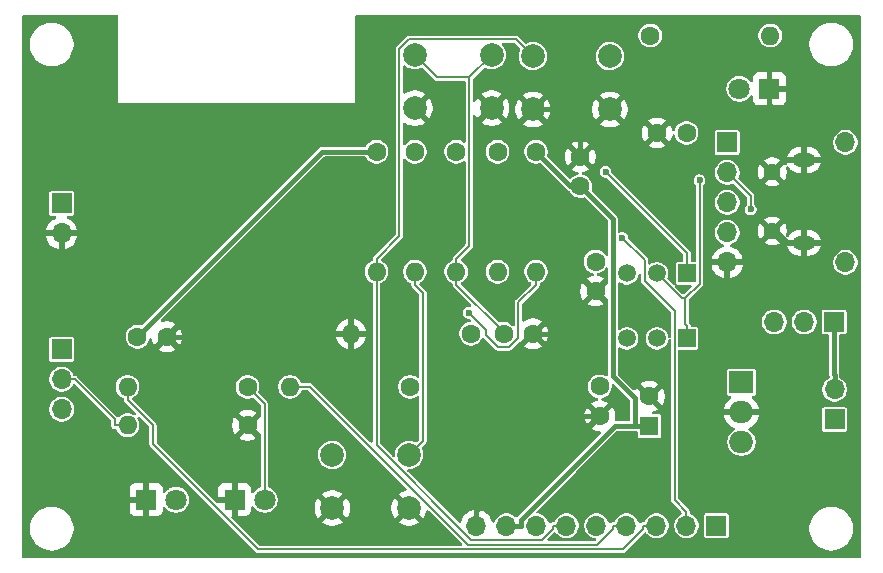
<source format=gbl>
G04 #@! TF.GenerationSoftware,KiCad,Pcbnew,9.0.0*
G04 #@! TF.CreationDate,2025-05-08T21:16:48+09:00*
G04 #@! TF.ProjectId,ColorTimer-ESP12F,436f6c6f-7254-4696-9d65-722d45535031,rev?*
G04 #@! TF.SameCoordinates,Original*
G04 #@! TF.FileFunction,Copper,L2,Bot*
G04 #@! TF.FilePolarity,Positive*
%FSLAX46Y46*%
G04 Gerber Fmt 4.6, Leading zero omitted, Abs format (unit mm)*
G04 Created by KiCad (PCBNEW 9.0.0) date 2025-05-08 21:16:48*
%MOMM*%
%LPD*%
G01*
G04 APERTURE LIST*
G04 #@! TA.AperFunction,ComponentPad*
%ADD10C,1.600000*%
G04 #@! TD*
G04 #@! TA.AperFunction,ComponentPad*
%ADD11O,1.600000X1.600000*%
G04 #@! TD*
G04 #@! TA.AperFunction,ComponentPad*
%ADD12R,1.800000X1.800000*%
G04 #@! TD*
G04 #@! TA.AperFunction,ComponentPad*
%ADD13C,1.800000*%
G04 #@! TD*
G04 #@! TA.AperFunction,ComponentPad*
%ADD14R,1.700000X1.700000*%
G04 #@! TD*
G04 #@! TA.AperFunction,ComponentPad*
%ADD15O,1.700000X1.700000*%
G04 #@! TD*
G04 #@! TA.AperFunction,ComponentPad*
%ADD16R,1.600000X1.600000*%
G04 #@! TD*
G04 #@! TA.AperFunction,ComponentPad*
%ADD17R,2.000000X1.905000*%
G04 #@! TD*
G04 #@! TA.AperFunction,ComponentPad*
%ADD18O,2.000000X1.905000*%
G04 #@! TD*
G04 #@! TA.AperFunction,HeatsinkPad*
%ADD19O,1.900000X1.200000*%
G04 #@! TD*
G04 #@! TA.AperFunction,HeatsinkPad*
%ADD20C,1.450000*%
G04 #@! TD*
G04 #@! TA.AperFunction,ComponentPad*
%ADD21C,2.000000*%
G04 #@! TD*
G04 #@! TA.AperFunction,ComponentPad*
%ADD22R,1.500000X1.500000*%
G04 #@! TD*
G04 #@! TA.AperFunction,ComponentPad*
%ADD23C,1.500000*%
G04 #@! TD*
G04 #@! TA.AperFunction,ViaPad*
%ADD24C,0.600000*%
G04 #@! TD*
G04 #@! TA.AperFunction,Conductor*
%ADD25C,0.200000*%
G04 #@! TD*
G04 #@! TA.AperFunction,Conductor*
%ADD26C,0.400000*%
G04 #@! TD*
G04 APERTURE END LIST*
D10*
X128330000Y-72000000D03*
D11*
X118170000Y-72000000D03*
D12*
X158770000Y-46750000D03*
D13*
X156230000Y-46750000D03*
D14*
X164250000Y-66500000D03*
D15*
X161710000Y-66500000D03*
X159170000Y-66500000D03*
D10*
X144400000Y-71950000D03*
X144400000Y-74450000D03*
D16*
X148600000Y-75305100D03*
D10*
X148600000Y-72805100D03*
X132250000Y-52090000D03*
D11*
X132250000Y-62250000D03*
D17*
X156400000Y-71600000D03*
D18*
X156400000Y-74140000D03*
X156400000Y-76680000D03*
D10*
X125500000Y-52090000D03*
D11*
X125500000Y-62250000D03*
D10*
X148670000Y-42250000D03*
D11*
X158830000Y-42250000D03*
D14*
X154280000Y-83750000D03*
D15*
X151740000Y-83750000D03*
X149200000Y-83750000D03*
X146660000Y-83750000D03*
X144120000Y-83750000D03*
X141580000Y-83750000D03*
X139040000Y-83750000D03*
X136500000Y-83750000D03*
X133960000Y-83750000D03*
D12*
X113480000Y-81540000D03*
D13*
X116020000Y-81540000D03*
D10*
X114580000Y-72000000D03*
D11*
X104420000Y-72000000D03*
D10*
X133500000Y-67500000D03*
D11*
X123340000Y-67500000D03*
D19*
X161700000Y-59800000D03*
D20*
X159000000Y-58800000D03*
X159000000Y-53800000D03*
D19*
X161700000Y-52800000D03*
D14*
X164275000Y-74750000D03*
D15*
X164275000Y-72210000D03*
D12*
X106000000Y-81540000D03*
D13*
X108540000Y-81540000D03*
D21*
X145250000Y-48500000D03*
X138750000Y-48500000D03*
X145250000Y-44000000D03*
X138750000Y-44000000D03*
D10*
X128750000Y-52090000D03*
D11*
X128750000Y-62250000D03*
D10*
X105250000Y-67750000D03*
X107750000Y-67750000D03*
D14*
X155190000Y-51300000D03*
D15*
X155190000Y-53840000D03*
X155190000Y-56380000D03*
X155190000Y-58920000D03*
X155190000Y-61460000D03*
X165200000Y-51300000D03*
X165200000Y-61460000D03*
D10*
X136250000Y-67500000D03*
X138750000Y-67500000D03*
D22*
X151790000Y-67890000D03*
D23*
X149250000Y-67890000D03*
X146710000Y-67890000D03*
D10*
X114580000Y-75250000D03*
D11*
X104420000Y-75250000D03*
D21*
X121750000Y-77750000D03*
X128250000Y-77750000D03*
X121750000Y-82250000D03*
X128250000Y-82250000D03*
D10*
X142750000Y-55000000D03*
X142750000Y-52500000D03*
D22*
X151790000Y-62390000D03*
D23*
X149250000Y-62390000D03*
X146710000Y-62390000D03*
D21*
X135250000Y-48400000D03*
X128750000Y-48400000D03*
X135250000Y-43900000D03*
X128750000Y-43900000D03*
D10*
X139000000Y-52090000D03*
D11*
X139000000Y-62250000D03*
D10*
X135750000Y-52090000D03*
D11*
X135750000Y-62250000D03*
D10*
X144040000Y-61390000D03*
X144040000Y-63890000D03*
D14*
X98840000Y-68820000D03*
D15*
X98840000Y-71360000D03*
X98840000Y-73900000D03*
D14*
X98840000Y-56460000D03*
D15*
X98840000Y-59000000D03*
D10*
X151750000Y-50500000D03*
X149250000Y-50500000D03*
D24*
X157170000Y-56960000D03*
X115500000Y-67500000D03*
X101900000Y-63000000D03*
X116500000Y-61500000D03*
X130700000Y-64400000D03*
X146298700Y-59380200D03*
X133290100Y-65717700D03*
X152849100Y-54500000D03*
X144885800Y-53776400D03*
D25*
X157180000Y-55830000D02*
X155190000Y-53840000D01*
X157180000Y-56950000D02*
X157180000Y-55830000D01*
D26*
X161700000Y-52800000D02*
X161025000Y-52800000D01*
X98840000Y-63104400D02*
X98840000Y-59000000D01*
X155190000Y-61460000D02*
X156440100Y-61460000D01*
X140430000Y-67500000D02*
X138750000Y-67500000D01*
X161700000Y-59800000D02*
X160349900Y-59800000D01*
X140250000Y-48500000D02*
X142750000Y-51000000D01*
X138750000Y-48500000D02*
X140250000Y-48500000D01*
X140430000Y-74450000D02*
X140430000Y-67500000D01*
X160000000Y-49280100D02*
X158770000Y-48050100D01*
X109629100Y-67750000D02*
X113379800Y-71500700D01*
X133960000Y-82499900D02*
X140430000Y-76029900D01*
X160000000Y-52800000D02*
X159000000Y-53800000D01*
X113480000Y-81540000D02*
X113480000Y-76350000D01*
X158770000Y-46750000D02*
X158770000Y-48050100D01*
X159349900Y-58800000D02*
X159000000Y-58800000D01*
X144040000Y-63890000D02*
X140430000Y-67500000D01*
X156440100Y-61460000D02*
X156440100Y-61359900D01*
X156440100Y-61359900D02*
X159000000Y-58800000D01*
X160349900Y-59800000D02*
X159349900Y-58800000D01*
X123340000Y-67500000D02*
X117380500Y-67500000D01*
X145250000Y-48500000D02*
X142750000Y-51000000D01*
X113480000Y-76350000D02*
X114580000Y-75250000D01*
X140430000Y-74450000D02*
X144400000Y-74450000D01*
X113379800Y-74049800D02*
X114580000Y-75250000D01*
X161025000Y-52800000D02*
X160000000Y-52800000D01*
X160000000Y-52800000D02*
X160000000Y-49280100D01*
X113379800Y-71500700D02*
X113379800Y-74049800D01*
X104687800Y-68952200D02*
X98840000Y-63104400D01*
X107750000Y-67750000D02*
X109629100Y-67750000D01*
X107750000Y-67750000D02*
X106547800Y-68952200D01*
X117380500Y-67500000D02*
X113379800Y-71500700D01*
X106547800Y-68952200D02*
X104687800Y-68952200D01*
X140430000Y-76029900D02*
X140430000Y-74450000D01*
X142750000Y-51000000D02*
X142750000Y-52500000D01*
X133960000Y-83750000D02*
X133960000Y-82499900D01*
X147399900Y-75305100D02*
X145677000Y-75305100D01*
X120910000Y-52090000D02*
X105250000Y-67750000D01*
X136500000Y-83750000D02*
X137750100Y-83750000D01*
X145677000Y-75305100D02*
X137750100Y-83232000D01*
X142750000Y-55000000D02*
X145513300Y-57763300D01*
X125500000Y-52090000D02*
X120910000Y-52090000D01*
X142750000Y-55000000D02*
X141910000Y-55000000D01*
X148600000Y-75305100D02*
X147399900Y-75305100D01*
X137750100Y-83232000D02*
X137750100Y-83750000D01*
X141910000Y-55000000D02*
X139000000Y-52090000D01*
X145513300Y-71087800D02*
X147399900Y-72974400D01*
X145513300Y-57763300D02*
X145513300Y-71087800D01*
X147399900Y-72974400D02*
X147399900Y-75305100D01*
D25*
X116020000Y-73440000D02*
X114580000Y-72000000D01*
X116020000Y-81540000D02*
X116020000Y-73440000D01*
X146660000Y-83750000D02*
X145509900Y-83750000D01*
X144147400Y-85350800D02*
X145509900Y-83988300D01*
X118170000Y-72000000D02*
X119886000Y-72000000D01*
X133236800Y-85350800D02*
X144147400Y-85350800D01*
X119886000Y-72000000D02*
X133236800Y-85350800D01*
X145509900Y-83988300D02*
X145509900Y-83750000D01*
X148199800Y-63039800D02*
X148199800Y-61281300D01*
X151740000Y-83750000D02*
X151740000Y-82599900D01*
X150739800Y-65579800D02*
X148199800Y-63039800D01*
X150739800Y-81599700D02*
X150739800Y-65579800D01*
X151740000Y-82599900D02*
X150739800Y-81599700D01*
X148199800Y-61281300D02*
X146298700Y-59380200D01*
X148049900Y-84037500D02*
X146327600Y-85759800D01*
X149200000Y-83750000D02*
X148049900Y-83750000D01*
X104420000Y-72000000D02*
X104420000Y-73100100D01*
X106569800Y-75249900D02*
X104420000Y-73100100D01*
X146327600Y-85759800D02*
X115474500Y-85759800D01*
X106569800Y-76855100D02*
X106569800Y-75249900D01*
X148049900Y-83750000D02*
X148049900Y-84037500D01*
X115474500Y-85759800D02*
X106569800Y-76855100D01*
X127430600Y-59219300D02*
X125500000Y-61149900D01*
X137328800Y-42578800D02*
X128232400Y-42578800D01*
X125500000Y-76957000D02*
X133493600Y-84950600D01*
X140429900Y-83988300D02*
X140429900Y-83750000D01*
X141580000Y-83750000D02*
X140429900Y-83750000D01*
X133493600Y-84950600D02*
X139467600Y-84950600D01*
X138750000Y-44000000D02*
X137328800Y-42578800D01*
X125500000Y-62250000D02*
X125500000Y-76957000D01*
X128232400Y-42578800D02*
X127430600Y-43380600D01*
X127430600Y-43380600D02*
X127430600Y-59219300D01*
X139467600Y-84950600D02*
X140429900Y-83988300D01*
X125500000Y-62250000D02*
X125500000Y-61149900D01*
X133350100Y-45799900D02*
X135250000Y-43900000D01*
X136250000Y-67350100D02*
X132250000Y-63350100D01*
X132250000Y-61149900D02*
X133350100Y-60049800D01*
X136250000Y-67500000D02*
X136250000Y-67350100D01*
X130649900Y-45799900D02*
X128750000Y-43900000D01*
X133350100Y-60049800D02*
X133350100Y-45799900D01*
X133350100Y-45799900D02*
X130649900Y-45799900D01*
X132250000Y-62250000D02*
X132250000Y-63350100D01*
X132250000Y-62250000D02*
X132250000Y-61149900D01*
D26*
X164250000Y-70934900D02*
X164250000Y-66500000D01*
X164275000Y-70959900D02*
X164250000Y-70934900D01*
X164275000Y-72210000D02*
X164275000Y-70959900D01*
D25*
X139000000Y-62250000D02*
X139000000Y-63350100D01*
X136715200Y-68624300D02*
X135778900Y-68624300D01*
X139000000Y-63350100D02*
X137500100Y-64850000D01*
X137500100Y-67839400D02*
X136715200Y-68624300D01*
X137500100Y-64850000D02*
X137500100Y-67839400D01*
X134733800Y-67579200D02*
X134733800Y-67161400D01*
X135778900Y-68624300D02*
X134733800Y-67579200D01*
X134733800Y-67161400D02*
X133290100Y-65717700D01*
X98840000Y-71360000D02*
X99990100Y-71360000D01*
X103319900Y-74689800D02*
X103319900Y-75250000D01*
X104420000Y-75250000D02*
X103319900Y-75250000D01*
X99990100Y-71360000D02*
X103319900Y-74689800D01*
X151330300Y-64470300D02*
X151642600Y-64470300D01*
X151642600Y-66692500D02*
X151642600Y-64470300D01*
X149250000Y-62390000D02*
X151330300Y-64470300D01*
X152849100Y-63263800D02*
X152849100Y-54500000D01*
X151642600Y-64470300D02*
X152849100Y-63263800D01*
X151790000Y-67890000D02*
X151790000Y-66839900D01*
X151790000Y-66839900D02*
X151642600Y-66692500D01*
X151790000Y-62390000D02*
X151790000Y-60680600D01*
X151790000Y-60680600D02*
X144885800Y-53776400D01*
X128750000Y-62250000D02*
X128750000Y-63350100D01*
X129437400Y-64037500D02*
X128750000Y-63350100D01*
X128250000Y-77750000D02*
X129437400Y-76562600D01*
X129437400Y-76562600D02*
X129437400Y-64037500D01*
G04 #@! TA.AperFunction,Conductor*
G36*
X145595620Y-71739028D02*
G01*
X145611677Y-71752570D01*
X146963081Y-73103974D01*
X146996566Y-73165297D01*
X146999400Y-73191655D01*
X146999400Y-74780600D01*
X146979715Y-74847639D01*
X146926911Y-74893394D01*
X146875400Y-74904600D01*
X145789227Y-74904600D01*
X145722188Y-74884915D01*
X145676433Y-74832111D01*
X145666489Y-74762953D01*
X145667348Y-74758465D01*
X145700000Y-74552317D01*
X145700000Y-74347682D01*
X145667990Y-74145582D01*
X145604755Y-73950968D01*
X145511859Y-73768650D01*
X145479474Y-73724077D01*
X145479474Y-73724076D01*
X144800000Y-74403553D01*
X144800000Y-74397339D01*
X144772741Y-74295606D01*
X144720080Y-74204394D01*
X144645606Y-74129920D01*
X144554394Y-74077259D01*
X144452661Y-74050000D01*
X144446446Y-74050000D01*
X145125922Y-73370524D01*
X145125921Y-73370523D01*
X145081359Y-73338147D01*
X145081350Y-73338141D01*
X144899031Y-73245244D01*
X144704417Y-73182009D01*
X144627681Y-73169856D01*
X144564546Y-73139927D01*
X144527615Y-73080615D01*
X144528613Y-73010753D01*
X144567223Y-72952520D01*
X144622888Y-72925766D01*
X144652092Y-72919956D01*
X144691835Y-72912051D01*
X144873914Y-72836632D01*
X145037782Y-72727139D01*
X145177139Y-72587782D01*
X145286632Y-72423914D01*
X145362051Y-72241835D01*
X145388964Y-72106535D01*
X145400500Y-72048543D01*
X145400500Y-71845367D01*
X145401928Y-71845367D01*
X145413611Y-71783762D01*
X145461674Y-71733050D01*
X145529525Y-71716374D01*
X145595620Y-71739028D01*
G37*
G04 #@! TD.AperFunction*
G04 #@! TA.AperFunction,Conductor*
G36*
X145071662Y-61901818D02*
G01*
X145108382Y-61961261D01*
X145112800Y-61994067D01*
X145112800Y-63119391D01*
X145093115Y-63186430D01*
X145076481Y-63207072D01*
X144440000Y-63843553D01*
X144440000Y-63837339D01*
X144412741Y-63735606D01*
X144360080Y-63644394D01*
X144285606Y-63569920D01*
X144194394Y-63517259D01*
X144092661Y-63490000D01*
X144086446Y-63490000D01*
X144765922Y-62810524D01*
X144765921Y-62810523D01*
X144721359Y-62778147D01*
X144721350Y-62778141D01*
X144539031Y-62685244D01*
X144344417Y-62622009D01*
X144267681Y-62609856D01*
X144204546Y-62579927D01*
X144167615Y-62520615D01*
X144168613Y-62450753D01*
X144207223Y-62392520D01*
X144262888Y-62365766D01*
X144292092Y-62359956D01*
X144331835Y-62352051D01*
X144513914Y-62276632D01*
X144677782Y-62167139D01*
X144817139Y-62027782D01*
X144861587Y-61961261D01*
X144885698Y-61925177D01*
X144939310Y-61880371D01*
X145008635Y-61871664D01*
X145071662Y-61901818D01*
G37*
G04 #@! TD.AperFunction*
G04 #@! TA.AperFunction,Conductor*
G36*
X103593039Y-40520185D02*
G01*
X103638794Y-40572989D01*
X103650000Y-40624500D01*
X103650000Y-48000000D01*
X123650000Y-48000000D01*
X123650000Y-40624500D01*
X123669685Y-40557461D01*
X123722489Y-40511706D01*
X123774000Y-40500500D01*
X166375500Y-40500500D01*
X166442539Y-40520185D01*
X166488294Y-40572989D01*
X166499500Y-40624500D01*
X166499500Y-86375500D01*
X166479815Y-86442539D01*
X166427011Y-86488294D01*
X166375500Y-86499500D01*
X95624500Y-86499500D01*
X95557461Y-86479815D01*
X95511706Y-86427011D01*
X95500500Y-86375500D01*
X95500500Y-83878711D01*
X96149500Y-83878711D01*
X96149500Y-84121288D01*
X96179855Y-84351868D01*
X96181162Y-84361789D01*
X96196667Y-84419654D01*
X96243947Y-84596104D01*
X96328611Y-84800500D01*
X96336776Y-84820212D01*
X96458064Y-85030289D01*
X96458066Y-85030292D01*
X96458067Y-85030293D01*
X96605733Y-85222736D01*
X96605739Y-85222743D01*
X96777256Y-85394260D01*
X96777262Y-85394265D01*
X96969711Y-85541936D01*
X97179788Y-85663224D01*
X97403900Y-85756054D01*
X97638211Y-85818838D01*
X97818586Y-85842584D01*
X97878711Y-85850500D01*
X97878712Y-85850500D01*
X98121289Y-85850500D01*
X98169388Y-85844167D01*
X98361789Y-85818838D01*
X98596100Y-85756054D01*
X98820212Y-85663224D01*
X99030289Y-85541936D01*
X99222738Y-85394265D01*
X99394265Y-85222738D01*
X99541936Y-85030289D01*
X99663224Y-84820212D01*
X99756054Y-84596100D01*
X99818838Y-84361789D01*
X99850500Y-84121288D01*
X99850500Y-83878712D01*
X99818838Y-83638211D01*
X99756054Y-83403900D01*
X99663224Y-83179788D01*
X99541936Y-82969711D01*
X99426336Y-82819058D01*
X99394266Y-82777263D01*
X99394260Y-82777256D01*
X99222743Y-82605739D01*
X99222736Y-82605733D01*
X99030293Y-82458067D01*
X99030292Y-82458066D01*
X99030289Y-82458064D01*
X98820212Y-82336776D01*
X98785527Y-82322409D01*
X98596104Y-82243947D01*
X98361785Y-82181161D01*
X98121289Y-82149500D01*
X98121288Y-82149500D01*
X97878712Y-82149500D01*
X97878711Y-82149500D01*
X97638214Y-82181161D01*
X97403895Y-82243947D01*
X97179794Y-82336773D01*
X97179785Y-82336777D01*
X96969706Y-82458067D01*
X96777263Y-82605733D01*
X96777256Y-82605739D01*
X96605739Y-82777256D01*
X96605733Y-82777263D01*
X96458067Y-82969706D01*
X96458064Y-82969710D01*
X96458064Y-82969711D01*
X96448609Y-82986087D01*
X96336777Y-83179785D01*
X96336773Y-83179794D01*
X96243947Y-83403895D01*
X96181161Y-83638214D01*
X96149500Y-83878711D01*
X95500500Y-83878711D01*
X95500500Y-80592155D01*
X104600000Y-80592155D01*
X104600000Y-81290000D01*
X105624722Y-81290000D01*
X105580667Y-81366306D01*
X105550000Y-81480756D01*
X105550000Y-81599244D01*
X105580667Y-81713694D01*
X105624722Y-81790000D01*
X104600000Y-81790000D01*
X104600000Y-82487844D01*
X104606401Y-82547372D01*
X104606403Y-82547379D01*
X104656645Y-82682086D01*
X104656649Y-82682093D01*
X104742809Y-82797187D01*
X104742812Y-82797190D01*
X104857906Y-82883350D01*
X104857913Y-82883354D01*
X104992620Y-82933596D01*
X104992627Y-82933598D01*
X105052155Y-82939999D01*
X105052172Y-82940000D01*
X105750000Y-82940000D01*
X105750000Y-81915277D01*
X105826306Y-81959333D01*
X105940756Y-81990000D01*
X106059244Y-81990000D01*
X106173694Y-81959333D01*
X106250000Y-81915277D01*
X106250000Y-82940000D01*
X106947828Y-82940000D01*
X106947844Y-82939999D01*
X107007372Y-82933598D01*
X107007379Y-82933596D01*
X107142086Y-82883354D01*
X107142093Y-82883350D01*
X107257187Y-82797190D01*
X107257190Y-82797187D01*
X107343350Y-82682093D01*
X107343354Y-82682086D01*
X107393596Y-82547379D01*
X107393598Y-82547372D01*
X107399999Y-82487844D01*
X107400000Y-82487819D01*
X107400000Y-82224840D01*
X107419685Y-82157801D01*
X107472489Y-82112046D01*
X107541647Y-82102102D01*
X107605203Y-82131127D01*
X107624316Y-82151952D01*
X107700586Y-82256928D01*
X107823072Y-82379414D01*
X107963212Y-82481232D01*
X108117555Y-82559873D01*
X108282299Y-82613402D01*
X108453389Y-82640500D01*
X108453390Y-82640500D01*
X108626610Y-82640500D01*
X108626611Y-82640500D01*
X108797701Y-82613402D01*
X108962445Y-82559873D01*
X109116788Y-82481232D01*
X109256928Y-82379414D01*
X109379414Y-82256928D01*
X109481232Y-82116788D01*
X109559873Y-81962445D01*
X109613402Y-81797701D01*
X109640500Y-81626611D01*
X109640500Y-81453389D01*
X109613402Y-81282299D01*
X109559873Y-81117555D01*
X109481232Y-80963212D01*
X109379414Y-80823072D01*
X109256928Y-80700586D01*
X109116788Y-80598768D01*
X108962445Y-80520127D01*
X108797701Y-80466598D01*
X108797699Y-80466597D01*
X108797698Y-80466597D01*
X108666271Y-80445781D01*
X108626611Y-80439500D01*
X108453389Y-80439500D01*
X108413728Y-80445781D01*
X108282302Y-80466597D01*
X108117552Y-80520128D01*
X107963211Y-80598768D01*
X107922391Y-80628426D01*
X107823072Y-80700586D01*
X107823070Y-80700588D01*
X107823069Y-80700588D01*
X107700587Y-80823070D01*
X107624318Y-80928045D01*
X107568987Y-80970711D01*
X107499374Y-80976689D01*
X107437579Y-80944083D01*
X107403222Y-80883244D01*
X107400000Y-80855159D01*
X107400000Y-80592172D01*
X107399999Y-80592155D01*
X107393598Y-80532627D01*
X107393596Y-80532620D01*
X107343354Y-80397913D01*
X107343350Y-80397906D01*
X107257190Y-80282812D01*
X107257187Y-80282809D01*
X107142093Y-80196649D01*
X107142086Y-80196645D01*
X107007379Y-80146403D01*
X107007372Y-80146401D01*
X106947844Y-80140000D01*
X106250000Y-80140000D01*
X106250000Y-81164722D01*
X106173694Y-81120667D01*
X106059244Y-81090000D01*
X105940756Y-81090000D01*
X105826306Y-81120667D01*
X105750000Y-81164722D01*
X105750000Y-80140000D01*
X105052155Y-80140000D01*
X104992627Y-80146401D01*
X104992620Y-80146403D01*
X104857913Y-80196645D01*
X104857906Y-80196649D01*
X104742812Y-80282809D01*
X104742809Y-80282812D01*
X104656649Y-80397906D01*
X104656645Y-80397913D01*
X104606403Y-80532620D01*
X104606401Y-80532627D01*
X104600000Y-80592155D01*
X95500500Y-80592155D01*
X95500500Y-73796530D01*
X97789500Y-73796530D01*
X97789500Y-74003469D01*
X97829868Y-74206412D01*
X97829870Y-74206420D01*
X97894881Y-74363371D01*
X97909059Y-74397598D01*
X97922848Y-74418235D01*
X98024024Y-74569657D01*
X98170342Y-74715975D01*
X98170345Y-74715977D01*
X98342402Y-74830941D01*
X98533580Y-74910130D01*
X98729150Y-74949031D01*
X98736530Y-74950499D01*
X98736534Y-74950500D01*
X98736535Y-74950500D01*
X98943466Y-74950500D01*
X98943467Y-74950499D01*
X99146420Y-74910130D01*
X99337598Y-74830941D01*
X99509655Y-74715977D01*
X99655977Y-74569655D01*
X99770941Y-74397598D01*
X99850130Y-74206420D01*
X99890500Y-74003465D01*
X99890500Y-73796535D01*
X99850130Y-73593580D01*
X99770941Y-73402402D01*
X99655977Y-73230345D01*
X99655975Y-73230342D01*
X99509657Y-73084024D01*
X99384653Y-73000500D01*
X99337598Y-72969059D01*
X99320679Y-72962051D01*
X99146420Y-72889870D01*
X99146412Y-72889868D01*
X98943469Y-72849500D01*
X98943465Y-72849500D01*
X98736535Y-72849500D01*
X98736530Y-72849500D01*
X98533587Y-72889868D01*
X98533579Y-72889870D01*
X98342403Y-72969058D01*
X98170342Y-73084024D01*
X98024024Y-73230342D01*
X97909058Y-73402403D01*
X97829870Y-73593579D01*
X97829868Y-73593587D01*
X97789500Y-73796530D01*
X95500500Y-73796530D01*
X95500500Y-71256530D01*
X97789500Y-71256530D01*
X97789500Y-71463469D01*
X97829868Y-71666412D01*
X97829870Y-71666420D01*
X97909058Y-71857596D01*
X98024024Y-72029657D01*
X98170342Y-72175975D01*
X98170345Y-72175977D01*
X98342402Y-72290941D01*
X98533580Y-72370130D01*
X98709387Y-72405100D01*
X98736530Y-72410499D01*
X98736534Y-72410500D01*
X98736535Y-72410500D01*
X98943466Y-72410500D01*
X98943467Y-72410499D01*
X99146420Y-72370130D01*
X99337598Y-72290941D01*
X99509655Y-72175977D01*
X99655977Y-72029655D01*
X99770941Y-71857598D01*
X99785385Y-71822726D01*
X99829225Y-71768324D01*
X99895518Y-71746258D01*
X99963218Y-71763536D01*
X99987627Y-71782498D01*
X102983081Y-74777952D01*
X103016566Y-74839275D01*
X103019400Y-74865633D01*
X103019400Y-75210438D01*
X103019400Y-75289562D01*
X103022910Y-75302661D01*
X103039879Y-75365990D01*
X103039882Y-75365995D01*
X103079435Y-75434504D01*
X103079439Y-75434509D01*
X103079440Y-75434511D01*
X103135389Y-75490460D01*
X103135391Y-75490461D01*
X103135395Y-75490464D01*
X103203904Y-75530017D01*
X103203911Y-75530021D01*
X103280338Y-75550500D01*
X103378684Y-75550500D01*
X103445723Y-75570185D01*
X103491478Y-75622989D01*
X103493245Y-75627048D01*
X103533364Y-75723907D01*
X103533371Y-75723920D01*
X103642860Y-75887781D01*
X103642863Y-75887785D01*
X103782214Y-76027136D01*
X103782218Y-76027139D01*
X103946079Y-76136628D01*
X103946092Y-76136635D01*
X104058828Y-76183331D01*
X104128165Y-76212051D01*
X104128169Y-76212051D01*
X104128170Y-76212052D01*
X104321456Y-76250500D01*
X104321459Y-76250500D01*
X104518543Y-76250500D01*
X104648582Y-76224632D01*
X104711835Y-76212051D01*
X104893914Y-76136632D01*
X105057782Y-76027139D01*
X105197139Y-75887782D01*
X105306632Y-75723914D01*
X105382051Y-75541835D01*
X105403401Y-75434504D01*
X105420500Y-75348543D01*
X105420500Y-75151456D01*
X105382052Y-74958170D01*
X105382051Y-74958169D01*
X105382051Y-74958165D01*
X105362155Y-74910131D01*
X105306635Y-74776092D01*
X105306631Y-74776085D01*
X105302619Y-74770080D01*
X105272344Y-74724770D01*
X105251467Y-74658095D01*
X105269951Y-74590715D01*
X105321929Y-74544025D01*
X105390899Y-74532848D01*
X105454963Y-74560733D01*
X105463128Y-74568200D01*
X106232981Y-75338052D01*
X106266466Y-75399375D01*
X106269300Y-75425733D01*
X106269300Y-76894662D01*
X106284127Y-76949995D01*
X106289780Y-76971092D01*
X106295071Y-76980255D01*
X106295073Y-76980264D01*
X106295076Y-76980263D01*
X106329340Y-77039611D01*
X115289989Y-86000260D01*
X115349329Y-86034520D01*
X115358508Y-86039820D01*
X115358512Y-86039822D01*
X115434938Y-86060300D01*
X115434940Y-86060300D01*
X146367160Y-86060300D01*
X146367162Y-86060300D01*
X146443589Y-86039821D01*
X146512111Y-86000260D01*
X146568060Y-85944311D01*
X148160503Y-84351866D01*
X148221824Y-84318383D01*
X148291515Y-84323367D01*
X148347449Y-84365239D01*
X148351284Y-84370658D01*
X148384022Y-84419655D01*
X148530342Y-84565975D01*
X148530345Y-84565977D01*
X148702402Y-84680941D01*
X148893580Y-84760130D01*
X149038052Y-84788867D01*
X149096530Y-84800499D01*
X149096534Y-84800500D01*
X149096535Y-84800500D01*
X149303466Y-84800500D01*
X149303467Y-84800499D01*
X149506420Y-84760130D01*
X149697598Y-84680941D01*
X149869655Y-84565977D01*
X150015977Y-84419655D01*
X150130941Y-84247598D01*
X150210130Y-84056420D01*
X150250500Y-83853465D01*
X150250500Y-83646535D01*
X150210130Y-83443580D01*
X150130941Y-83252402D01*
X150015977Y-83080345D01*
X150015975Y-83080342D01*
X149869657Y-82934024D01*
X149774638Y-82870535D01*
X149697598Y-82819059D01*
X149697593Y-82819057D01*
X149506420Y-82739870D01*
X149506412Y-82739868D01*
X149303469Y-82699500D01*
X149303465Y-82699500D01*
X149096535Y-82699500D01*
X149096530Y-82699500D01*
X148893587Y-82739868D01*
X148893579Y-82739870D01*
X148702403Y-82819058D01*
X148530342Y-82934024D01*
X148384024Y-83080342D01*
X148269058Y-83252403D01*
X148219125Y-83372953D01*
X148175284Y-83427356D01*
X148108990Y-83449421D01*
X148104564Y-83449500D01*
X148089462Y-83449500D01*
X148010338Y-83449500D01*
X147972124Y-83459739D01*
X147933909Y-83469979D01*
X147933904Y-83469982D01*
X147865390Y-83509538D01*
X147865362Y-83509560D01*
X147865334Y-83509570D01*
X147858350Y-83513603D01*
X147857721Y-83512513D01*
X147800191Y-83534751D01*
X147731747Y-83520708D01*
X147681760Y-83471891D01*
X147671220Y-83447175D01*
X147670131Y-83443587D01*
X147670130Y-83443580D01*
X147590941Y-83252402D01*
X147475977Y-83080345D01*
X147475975Y-83080342D01*
X147329657Y-82934024D01*
X147234638Y-82870535D01*
X147157598Y-82819059D01*
X147157593Y-82819057D01*
X146966420Y-82739870D01*
X146966412Y-82739868D01*
X146763469Y-82699500D01*
X146763465Y-82699500D01*
X146556535Y-82699500D01*
X146556530Y-82699500D01*
X146353587Y-82739868D01*
X146353579Y-82739870D01*
X146162403Y-82819058D01*
X145990342Y-82934024D01*
X145844024Y-83080342D01*
X145729058Y-83252403D01*
X145679125Y-83372953D01*
X145635284Y-83427356D01*
X145568990Y-83449421D01*
X145564564Y-83449500D01*
X145549462Y-83449500D01*
X145470338Y-83449500D01*
X145432124Y-83459739D01*
X145393909Y-83469979D01*
X145393904Y-83469982D01*
X145325390Y-83509538D01*
X145325362Y-83509560D01*
X145325334Y-83509570D01*
X145318350Y-83513603D01*
X145317721Y-83512513D01*
X145260191Y-83534751D01*
X145191747Y-83520708D01*
X145141760Y-83471891D01*
X145131220Y-83447175D01*
X145130131Y-83443587D01*
X145130130Y-83443580D01*
X145050941Y-83252402D01*
X144935977Y-83080345D01*
X144935975Y-83080342D01*
X144789657Y-82934024D01*
X144694638Y-82870535D01*
X144617598Y-82819059D01*
X144617593Y-82819057D01*
X144426420Y-82739870D01*
X144426412Y-82739868D01*
X144223469Y-82699500D01*
X144223465Y-82699500D01*
X144016535Y-82699500D01*
X144016530Y-82699500D01*
X143813587Y-82739868D01*
X143813579Y-82739870D01*
X143622403Y-82819058D01*
X143450342Y-82934024D01*
X143304024Y-83080342D01*
X143189058Y-83252403D01*
X143109870Y-83443579D01*
X143109868Y-83443587D01*
X143069500Y-83646530D01*
X143069500Y-83853469D01*
X143109868Y-84056412D01*
X143109870Y-84056420D01*
X143187803Y-84244567D01*
X143189059Y-84247598D01*
X143236356Y-84318383D01*
X143304024Y-84419657D01*
X143450342Y-84565975D01*
X143450345Y-84565977D01*
X143622402Y-84680941D01*
X143813580Y-84760130D01*
X143893621Y-84776051D01*
X144002693Y-84797747D01*
X144064604Y-84830132D01*
X144099178Y-84890847D01*
X144095439Y-84960617D01*
X144066190Y-85007038D01*
X144059252Y-85013976D01*
X143997934Y-85047464D01*
X143971567Y-85050300D01*
X140092233Y-85050300D01*
X140025194Y-85030615D01*
X139979439Y-84977811D01*
X139969495Y-84908653D01*
X139998520Y-84845097D01*
X140004552Y-84838619D01*
X140098619Y-84744552D01*
X140520796Y-84322373D01*
X140582117Y-84288890D01*
X140651808Y-84293874D01*
X140707742Y-84335745D01*
X140711577Y-84341165D01*
X140764022Y-84419654D01*
X140764025Y-84419658D01*
X140910342Y-84565975D01*
X140910345Y-84565977D01*
X141082402Y-84680941D01*
X141273580Y-84760130D01*
X141418052Y-84788867D01*
X141476530Y-84800499D01*
X141476534Y-84800500D01*
X141476535Y-84800500D01*
X141683466Y-84800500D01*
X141683467Y-84800499D01*
X141886420Y-84760130D01*
X142077598Y-84680941D01*
X142249655Y-84565977D01*
X142395977Y-84419655D01*
X142510941Y-84247598D01*
X142590130Y-84056420D01*
X142630500Y-83853465D01*
X142630500Y-83646535D01*
X142590130Y-83443580D01*
X142510941Y-83252402D01*
X142395977Y-83080345D01*
X142395975Y-83080342D01*
X142249657Y-82934024D01*
X142154638Y-82870535D01*
X142077598Y-82819059D01*
X142077593Y-82819057D01*
X141886420Y-82739870D01*
X141886412Y-82739868D01*
X141683469Y-82699500D01*
X141683465Y-82699500D01*
X141476535Y-82699500D01*
X141476530Y-82699500D01*
X141273587Y-82739868D01*
X141273579Y-82739870D01*
X141082403Y-82819058D01*
X140910342Y-82934024D01*
X140764024Y-83080342D01*
X140649058Y-83252403D01*
X140599125Y-83372953D01*
X140555284Y-83427356D01*
X140488990Y-83449421D01*
X140484564Y-83449500D01*
X140469462Y-83449500D01*
X140390338Y-83449500D01*
X140352124Y-83459739D01*
X140313909Y-83469979D01*
X140313904Y-83469982D01*
X140245390Y-83509538D01*
X140245362Y-83509560D01*
X140245334Y-83509570D01*
X140238350Y-83513603D01*
X140237721Y-83512513D01*
X140180191Y-83534751D01*
X140111747Y-83520708D01*
X140061760Y-83471891D01*
X140051220Y-83447175D01*
X140050131Y-83443587D01*
X140050130Y-83443580D01*
X139970941Y-83252402D01*
X139855977Y-83080345D01*
X139855975Y-83080342D01*
X139709657Y-82934024D01*
X139614638Y-82870535D01*
X139537598Y-82819059D01*
X139537593Y-82819057D01*
X139346420Y-82739870D01*
X139346412Y-82739868D01*
X139143469Y-82699500D01*
X139137404Y-82698903D01*
X139137654Y-82696358D01*
X139081315Y-82679815D01*
X139035560Y-82627011D01*
X139025616Y-82557853D01*
X139054641Y-82494297D01*
X139060673Y-82487819D01*
X142386312Y-79162181D01*
X145806574Y-75741919D01*
X145867897Y-75708434D01*
X145894255Y-75705600D01*
X147347173Y-75705600D01*
X147452627Y-75705600D01*
X147475500Y-75705600D01*
X147542539Y-75725285D01*
X147588294Y-75778089D01*
X147599500Y-75829600D01*
X147599500Y-76124852D01*
X147611131Y-76183329D01*
X147611132Y-76183330D01*
X147655447Y-76249652D01*
X147721769Y-76293967D01*
X147721770Y-76293968D01*
X147780247Y-76305599D01*
X147780250Y-76305600D01*
X147780252Y-76305600D01*
X149419750Y-76305600D01*
X149419751Y-76305599D01*
X149434568Y-76302652D01*
X149478229Y-76293968D01*
X149478229Y-76293967D01*
X149478231Y-76293967D01*
X149544552Y-76249652D01*
X149588867Y-76183331D01*
X149588867Y-76183329D01*
X149588868Y-76183329D01*
X149600499Y-76124852D01*
X149600500Y-76124850D01*
X149600500Y-74485349D01*
X149600499Y-74485347D01*
X149588868Y-74426870D01*
X149588867Y-74426869D01*
X149544552Y-74360547D01*
X149478230Y-74316232D01*
X149478229Y-74316231D01*
X149419752Y-74304600D01*
X149419748Y-74304600D01*
X148974809Y-74304600D01*
X148907770Y-74284915D01*
X148862015Y-74232111D01*
X148852071Y-74162953D01*
X148881096Y-74099397D01*
X148936490Y-74062669D01*
X149099031Y-74009855D01*
X149281349Y-73916959D01*
X149325921Y-73884574D01*
X148646446Y-73205100D01*
X148652661Y-73205100D01*
X148754394Y-73177841D01*
X148845606Y-73125180D01*
X148920080Y-73050706D01*
X148972741Y-72959494D01*
X149000000Y-72857761D01*
X149000000Y-72851547D01*
X149679474Y-73531021D01*
X149711859Y-73486449D01*
X149804755Y-73304131D01*
X149867990Y-73109517D01*
X149900000Y-72907417D01*
X149900000Y-72702782D01*
X149867990Y-72500682D01*
X149804755Y-72306068D01*
X149711859Y-72123750D01*
X149679474Y-72079177D01*
X149679474Y-72079176D01*
X149000000Y-72758651D01*
X149000000Y-72752439D01*
X148972741Y-72650706D01*
X148920080Y-72559494D01*
X148845606Y-72485020D01*
X148754394Y-72432359D01*
X148652661Y-72405100D01*
X148646446Y-72405100D01*
X149325922Y-71725624D01*
X149325921Y-71725623D01*
X149281359Y-71693247D01*
X149281350Y-71693241D01*
X149099031Y-71600344D01*
X148904417Y-71537109D01*
X148702317Y-71505100D01*
X148497683Y-71505100D01*
X148295582Y-71537109D01*
X148100968Y-71600344D01*
X147918644Y-71693243D01*
X147874077Y-71725623D01*
X147874077Y-71725624D01*
X148553554Y-72405100D01*
X148547339Y-72405100D01*
X148445606Y-72432359D01*
X148354394Y-72485020D01*
X148279920Y-72559494D01*
X148227259Y-72650706D01*
X148200000Y-72752439D01*
X148200000Y-72758653D01*
X147520524Y-72079177D01*
X147520523Y-72079177D01*
X147488143Y-72123744D01*
X147439891Y-72218446D01*
X147391916Y-72269242D01*
X147324095Y-72286037D01*
X147257960Y-72263500D01*
X147241725Y-72249832D01*
X145950119Y-70958226D01*
X145916634Y-70896903D01*
X145913800Y-70870545D01*
X145913800Y-68733140D01*
X145933485Y-68666101D01*
X145986289Y-68620346D01*
X146055447Y-68610402D01*
X146106688Y-68630037D01*
X146218511Y-68704754D01*
X146259763Y-68732318D01*
X146259771Y-68732323D01*
X146298956Y-68748554D01*
X146432749Y-68803973D01*
X146616379Y-68840499D01*
X146616383Y-68840500D01*
X146616384Y-68840500D01*
X146803617Y-68840500D01*
X146803618Y-68840499D01*
X146987251Y-68803973D01*
X147160231Y-68732322D01*
X147315908Y-68628302D01*
X147448302Y-68495908D01*
X147552322Y-68340231D01*
X147623973Y-68167251D01*
X147660500Y-67983616D01*
X147660500Y-67796384D01*
X147623973Y-67612749D01*
X147552322Y-67439769D01*
X147552321Y-67439768D01*
X147552318Y-67439762D01*
X147448302Y-67284092D01*
X147448299Y-67284088D01*
X147315911Y-67151700D01*
X147315907Y-67151697D01*
X147160237Y-67047681D01*
X147160228Y-67047676D01*
X146987251Y-66976027D01*
X146987243Y-66976025D01*
X146803620Y-66939500D01*
X146803616Y-66939500D01*
X146616384Y-66939500D01*
X146616379Y-66939500D01*
X146432756Y-66976025D01*
X146432748Y-66976027D01*
X146259771Y-67047676D01*
X146259762Y-67047681D01*
X146106691Y-67149961D01*
X146040013Y-67170839D01*
X145972633Y-67152354D01*
X145925943Y-67100376D01*
X145913800Y-67046859D01*
X145913800Y-63233140D01*
X145933485Y-63166101D01*
X145986289Y-63120346D01*
X146055447Y-63110402D01*
X146106688Y-63130037D01*
X146229428Y-63212049D01*
X146259763Y-63232318D01*
X146259771Y-63232323D01*
X146283018Y-63241952D01*
X146432749Y-63303973D01*
X146557901Y-63328867D01*
X146616379Y-63340499D01*
X146616383Y-63340500D01*
X146616384Y-63340500D01*
X146803617Y-63340500D01*
X146803618Y-63340499D01*
X146987251Y-63303973D01*
X147160231Y-63232322D01*
X147315908Y-63128302D01*
X147448302Y-62995908D01*
X147552322Y-62840231D01*
X147623973Y-62667251D01*
X147651545Y-62528636D01*
X147653683Y-62517890D01*
X147686068Y-62455979D01*
X147746783Y-62421405D01*
X147816553Y-62425144D01*
X147873225Y-62466010D01*
X147898806Y-62531029D01*
X147899300Y-62542081D01*
X147899300Y-63079362D01*
X147919779Y-63155789D01*
X147922065Y-63159748D01*
X147937402Y-63186312D01*
X147959339Y-63224310D01*
X150402981Y-65667952D01*
X150436466Y-65729275D01*
X150439300Y-65755633D01*
X150439300Y-67737918D01*
X150419615Y-67804957D01*
X150366811Y-67850712D01*
X150297653Y-67860656D01*
X150234097Y-67831631D01*
X150196323Y-67772853D01*
X150193683Y-67762109D01*
X150171672Y-67651456D01*
X150163973Y-67612749D01*
X150092322Y-67439769D01*
X150092321Y-67439768D01*
X150092318Y-67439762D01*
X149988302Y-67284092D01*
X149988299Y-67284088D01*
X149855911Y-67151700D01*
X149855907Y-67151697D01*
X149700237Y-67047681D01*
X149700228Y-67047676D01*
X149527251Y-66976027D01*
X149527243Y-66976025D01*
X149343620Y-66939500D01*
X149343616Y-66939500D01*
X149156384Y-66939500D01*
X149156379Y-66939500D01*
X148972756Y-66976025D01*
X148972748Y-66976027D01*
X148799771Y-67047676D01*
X148799762Y-67047681D01*
X148644092Y-67151697D01*
X148644088Y-67151700D01*
X148511700Y-67284088D01*
X148511697Y-67284092D01*
X148407681Y-67439762D01*
X148407676Y-67439771D01*
X148336027Y-67612748D01*
X148336025Y-67612756D01*
X148299500Y-67796379D01*
X148299500Y-67983620D01*
X148336025Y-68167243D01*
X148336027Y-68167251D01*
X148407676Y-68340228D01*
X148407681Y-68340237D01*
X148511697Y-68495907D01*
X148511700Y-68495911D01*
X148644088Y-68628299D01*
X148644092Y-68628302D01*
X148799762Y-68732318D01*
X148799771Y-68732323D01*
X148838956Y-68748554D01*
X148972749Y-68803973D01*
X149156379Y-68840499D01*
X149156383Y-68840500D01*
X149156384Y-68840500D01*
X149343617Y-68840500D01*
X149343618Y-68840499D01*
X149527251Y-68803973D01*
X149700231Y-68732322D01*
X149855908Y-68628302D01*
X149988302Y-68495908D01*
X150092322Y-68340231D01*
X150163973Y-68167251D01*
X150193683Y-68017890D01*
X150226068Y-67955979D01*
X150286783Y-67921405D01*
X150356553Y-67925144D01*
X150413225Y-67966010D01*
X150438806Y-68031029D01*
X150439300Y-68042081D01*
X150439300Y-81639262D01*
X150459779Y-81715689D01*
X150459780Y-81715690D01*
X150476314Y-81744329D01*
X150499337Y-81784207D01*
X150499341Y-81784212D01*
X151317501Y-82602372D01*
X151350986Y-82663695D01*
X151346002Y-82733387D01*
X151304130Y-82789320D01*
X151277275Y-82804613D01*
X151242405Y-82819057D01*
X151070342Y-82934024D01*
X150924024Y-83080342D01*
X150809058Y-83252403D01*
X150729870Y-83443579D01*
X150729868Y-83443587D01*
X150689500Y-83646530D01*
X150689500Y-83853469D01*
X150729868Y-84056412D01*
X150729870Y-84056420D01*
X150807803Y-84244567D01*
X150809059Y-84247598D01*
X150856356Y-84318383D01*
X150924024Y-84419657D01*
X151070342Y-84565975D01*
X151070345Y-84565977D01*
X151242402Y-84680941D01*
X151433580Y-84760130D01*
X151578052Y-84788867D01*
X151636530Y-84800499D01*
X151636534Y-84800500D01*
X151636535Y-84800500D01*
X151843466Y-84800500D01*
X151843467Y-84800499D01*
X152046420Y-84760130D01*
X152237598Y-84680941D01*
X152409655Y-84565977D01*
X152555977Y-84419655D01*
X152670941Y-84247598D01*
X152750130Y-84056420D01*
X152790500Y-83853465D01*
X152790500Y-83646535D01*
X152750130Y-83443580D01*
X152670941Y-83252402D01*
X152555977Y-83080345D01*
X152555975Y-83080342D01*
X152409657Y-82934024D01*
X152329173Y-82880247D01*
X153229500Y-82880247D01*
X153229500Y-84619752D01*
X153241131Y-84678229D01*
X153241132Y-84678230D01*
X153285447Y-84744552D01*
X153351769Y-84788867D01*
X153351770Y-84788868D01*
X153410247Y-84800499D01*
X153410250Y-84800500D01*
X153410252Y-84800500D01*
X155149750Y-84800500D01*
X155149751Y-84800499D01*
X155164568Y-84797552D01*
X155208229Y-84788868D01*
X155208229Y-84788867D01*
X155208231Y-84788867D01*
X155274552Y-84744552D01*
X155318867Y-84678231D01*
X155318867Y-84678229D01*
X155318868Y-84678229D01*
X155330499Y-84619752D01*
X155330500Y-84619750D01*
X155330500Y-83878711D01*
X162149500Y-83878711D01*
X162149500Y-84121288D01*
X162179855Y-84351868D01*
X162181162Y-84361789D01*
X162196667Y-84419654D01*
X162243947Y-84596104D01*
X162328611Y-84800500D01*
X162336776Y-84820212D01*
X162458064Y-85030289D01*
X162458066Y-85030292D01*
X162458067Y-85030293D01*
X162605733Y-85222736D01*
X162605739Y-85222743D01*
X162777256Y-85394260D01*
X162777262Y-85394265D01*
X162969711Y-85541936D01*
X163179788Y-85663224D01*
X163403900Y-85756054D01*
X163638211Y-85818838D01*
X163818586Y-85842584D01*
X163878711Y-85850500D01*
X163878712Y-85850500D01*
X164121289Y-85850500D01*
X164169388Y-85844167D01*
X164361789Y-85818838D01*
X164596100Y-85756054D01*
X164820212Y-85663224D01*
X165030289Y-85541936D01*
X165222738Y-85394265D01*
X165394265Y-85222738D01*
X165541936Y-85030289D01*
X165663224Y-84820212D01*
X165756054Y-84596100D01*
X165818838Y-84361789D01*
X165850500Y-84121288D01*
X165850500Y-83878712D01*
X165818838Y-83638211D01*
X165756054Y-83403900D01*
X165663224Y-83179788D01*
X165541936Y-82969711D01*
X165426336Y-82819058D01*
X165394266Y-82777263D01*
X165394260Y-82777256D01*
X165222743Y-82605739D01*
X165222736Y-82605733D01*
X165030293Y-82458067D01*
X165030292Y-82458066D01*
X165030289Y-82458064D01*
X164820212Y-82336776D01*
X164785527Y-82322409D01*
X164596104Y-82243947D01*
X164361785Y-82181161D01*
X164121289Y-82149500D01*
X164121288Y-82149500D01*
X163878712Y-82149500D01*
X163878711Y-82149500D01*
X163638214Y-82181161D01*
X163403895Y-82243947D01*
X163179794Y-82336773D01*
X163179785Y-82336777D01*
X162969706Y-82458067D01*
X162777263Y-82605733D01*
X162777256Y-82605739D01*
X162605739Y-82777256D01*
X162605733Y-82777263D01*
X162458067Y-82969706D01*
X162458064Y-82969710D01*
X162458064Y-82969711D01*
X162448609Y-82986087D01*
X162336777Y-83179785D01*
X162336773Y-83179794D01*
X162243947Y-83403895D01*
X162181161Y-83638214D01*
X162149500Y-83878711D01*
X155330500Y-83878711D01*
X155330500Y-82880249D01*
X155330499Y-82880247D01*
X155318868Y-82821770D01*
X155318867Y-82821769D01*
X155274552Y-82755447D01*
X155208230Y-82711132D01*
X155208229Y-82711131D01*
X155149752Y-82699500D01*
X155149748Y-82699500D01*
X153410252Y-82699500D01*
X153410247Y-82699500D01*
X153351770Y-82711131D01*
X153351769Y-82711132D01*
X153285447Y-82755447D01*
X153241132Y-82821769D01*
X153241131Y-82821770D01*
X153229500Y-82880247D01*
X152329173Y-82880247D01*
X152237595Y-82819057D01*
X152117047Y-82769124D01*
X152062643Y-82725282D01*
X152040579Y-82658988D01*
X152040500Y-82654563D01*
X152040500Y-82560339D01*
X152039834Y-82557853D01*
X152020021Y-82483911D01*
X152016040Y-82477016D01*
X151980464Y-82415395D01*
X151980458Y-82415387D01*
X151076619Y-81511548D01*
X151043134Y-81450225D01*
X151040300Y-81423867D01*
X151040300Y-73890000D01*
X154921491Y-73890000D01*
X155909252Y-73890000D01*
X155887482Y-73927708D01*
X155850000Y-74067591D01*
X155850000Y-74212409D01*
X155887482Y-74352292D01*
X155909252Y-74390000D01*
X154921491Y-74390000D01*
X154935765Y-74480128D01*
X155006417Y-74697570D01*
X155110211Y-74901276D01*
X155244597Y-75086242D01*
X155406257Y-75247902D01*
X155591223Y-75382288D01*
X155758623Y-75467583D01*
X155809419Y-75515558D01*
X155826214Y-75583379D01*
X155803677Y-75649513D01*
X155758625Y-75688552D01*
X155748195Y-75693866D01*
X155682057Y-75741919D01*
X155601371Y-75800541D01*
X155601369Y-75800543D01*
X155601368Y-75800543D01*
X155473043Y-75928868D01*
X155473043Y-75928869D01*
X155473041Y-75928871D01*
X155453910Y-75955203D01*
X155366366Y-76075695D01*
X155283971Y-76237404D01*
X155227891Y-76410000D01*
X155227891Y-76410003D01*
X155199500Y-76589257D01*
X155199500Y-76770742D01*
X155227891Y-76949996D01*
X155227891Y-76949999D01*
X155283971Y-77122595D01*
X155333209Y-77219230D01*
X155366366Y-77284304D01*
X155473041Y-77431129D01*
X155601371Y-77559459D01*
X155748196Y-77666134D01*
X155909902Y-77748527D01*
X155909904Y-77748528D01*
X156082501Y-77804608D01*
X156082502Y-77804608D01*
X156082505Y-77804609D01*
X156261757Y-77833000D01*
X156261758Y-77833000D01*
X156538242Y-77833000D01*
X156538243Y-77833000D01*
X156717495Y-77804609D01*
X156717498Y-77804608D01*
X156717499Y-77804608D01*
X156890095Y-77748528D01*
X156890095Y-77748527D01*
X156890098Y-77748527D01*
X157051804Y-77666134D01*
X157198629Y-77559459D01*
X157326959Y-77431129D01*
X157433634Y-77284304D01*
X157516027Y-77122598D01*
X157562274Y-76980264D01*
X157572108Y-76949999D01*
X157572108Y-76949998D01*
X157572109Y-76949995D01*
X157600500Y-76770743D01*
X157600500Y-76589257D01*
X157572109Y-76410005D01*
X157572108Y-76410001D01*
X157572108Y-76410000D01*
X157516028Y-76237404D01*
X157516027Y-76237402D01*
X157433634Y-76075696D01*
X157326959Y-75928871D01*
X157198629Y-75800541D01*
X157117943Y-75741919D01*
X157051802Y-75693864D01*
X157041377Y-75688553D01*
X156990581Y-75640580D01*
X156973785Y-75572759D01*
X156996322Y-75506624D01*
X157041376Y-75467583D01*
X157208776Y-75382288D01*
X157393742Y-75247902D01*
X157555402Y-75086242D01*
X157689788Y-74901276D01*
X157793582Y-74697570D01*
X157864234Y-74480128D01*
X157878509Y-74390000D01*
X156890748Y-74390000D01*
X156912518Y-74352292D01*
X156950000Y-74212409D01*
X156950000Y-74067591D01*
X156912518Y-73927708D01*
X156890748Y-73890000D01*
X157878509Y-73890000D01*
X157876964Y-73880247D01*
X163224500Y-73880247D01*
X163224500Y-75619752D01*
X163236131Y-75678229D01*
X163236132Y-75678230D01*
X163280447Y-75744552D01*
X163346769Y-75788867D01*
X163346770Y-75788868D01*
X163405247Y-75800499D01*
X163405250Y-75800500D01*
X163405252Y-75800500D01*
X165144750Y-75800500D01*
X165144751Y-75800499D01*
X165159568Y-75797552D01*
X165203229Y-75788868D01*
X165203229Y-75788867D01*
X165203231Y-75788867D01*
X165269552Y-75744552D01*
X165313867Y-75678231D01*
X165313867Y-75678229D01*
X165313868Y-75678229D01*
X165324855Y-75622989D01*
X165325500Y-75619748D01*
X165325500Y-73880252D01*
X165325500Y-73880249D01*
X165325499Y-73880247D01*
X165313868Y-73821770D01*
X165313867Y-73821769D01*
X165269552Y-73755447D01*
X165203230Y-73711132D01*
X165203229Y-73711131D01*
X165144752Y-73699500D01*
X165144748Y-73699500D01*
X163405252Y-73699500D01*
X163405247Y-73699500D01*
X163346770Y-73711131D01*
X163346769Y-73711132D01*
X163280447Y-73755447D01*
X163236132Y-73821769D01*
X163236131Y-73821770D01*
X163224500Y-73880247D01*
X157876964Y-73880247D01*
X157864234Y-73799871D01*
X157793582Y-73582429D01*
X157689788Y-73378723D01*
X157555402Y-73193757D01*
X157393742Y-73032097D01*
X157393736Y-73032092D01*
X157318346Y-72977318D01*
X157275680Y-72921988D01*
X157269701Y-72852375D01*
X157302307Y-72790580D01*
X157363145Y-72756223D01*
X157391231Y-72753000D01*
X157419750Y-72753000D01*
X157419751Y-72752999D01*
X157434568Y-72750052D01*
X157478229Y-72741368D01*
X157478229Y-72741367D01*
X157478231Y-72741367D01*
X157544552Y-72697052D01*
X157588867Y-72630731D01*
X157588867Y-72630729D01*
X157588868Y-72630729D01*
X157600499Y-72572252D01*
X157600500Y-72572250D01*
X157600500Y-70627749D01*
X157600499Y-70627747D01*
X157588868Y-70569270D01*
X157588867Y-70569269D01*
X157544552Y-70502947D01*
X157478230Y-70458632D01*
X157478229Y-70458631D01*
X157419752Y-70447000D01*
X157419748Y-70447000D01*
X155380252Y-70447000D01*
X155380247Y-70447000D01*
X155321770Y-70458631D01*
X155321769Y-70458632D01*
X155255447Y-70502947D01*
X155211132Y-70569269D01*
X155211131Y-70569270D01*
X155199500Y-70627747D01*
X155199500Y-72572252D01*
X155211131Y-72630729D01*
X155211132Y-72630730D01*
X155255447Y-72697052D01*
X155321769Y-72741367D01*
X155321770Y-72741368D01*
X155380247Y-72752999D01*
X155380250Y-72753000D01*
X155408769Y-72753000D01*
X155475808Y-72772685D01*
X155521563Y-72825489D01*
X155531507Y-72894647D01*
X155502482Y-72958203D01*
X155481654Y-72977318D01*
X155406263Y-73032092D01*
X155406257Y-73032097D01*
X155244597Y-73193757D01*
X155110211Y-73378723D01*
X155006417Y-73582429D01*
X154935765Y-73799871D01*
X154921491Y-73890000D01*
X151040300Y-73890000D01*
X151040300Y-68964500D01*
X151059985Y-68897461D01*
X151112789Y-68851706D01*
X151164300Y-68840500D01*
X152559750Y-68840500D01*
X152559751Y-68840499D01*
X152574568Y-68837552D01*
X152618229Y-68828868D01*
X152618229Y-68828867D01*
X152618231Y-68828867D01*
X152684552Y-68784552D01*
X152728867Y-68718231D01*
X152728867Y-68718229D01*
X152728868Y-68718229D01*
X152740499Y-68659752D01*
X152740500Y-68659750D01*
X152740500Y-67120249D01*
X152740499Y-67120247D01*
X152728868Y-67061770D01*
X152728867Y-67061769D01*
X152684552Y-66995447D01*
X152618230Y-66951132D01*
X152618229Y-66951131D01*
X152559752Y-66939500D01*
X152559748Y-66939500D01*
X152214500Y-66939500D01*
X152147461Y-66919815D01*
X152101706Y-66867011D01*
X152090500Y-66815500D01*
X152090500Y-66800339D01*
X152087654Y-66789718D01*
X152070021Y-66723911D01*
X152069414Y-66722860D01*
X152030464Y-66655395D01*
X152030458Y-66655387D01*
X151979419Y-66604348D01*
X151964715Y-66577420D01*
X151948123Y-66551602D01*
X151947231Y-66545401D01*
X151945934Y-66543025D01*
X151943100Y-66516667D01*
X151943100Y-66396530D01*
X158119500Y-66396530D01*
X158119500Y-66603469D01*
X158159868Y-66806412D01*
X158159870Y-66806420D01*
X158228812Y-66972861D01*
X158239059Y-66997598D01*
X158271974Y-67046859D01*
X158354024Y-67169657D01*
X158500342Y-67315975D01*
X158500345Y-67315977D01*
X158672402Y-67430941D01*
X158863580Y-67510130D01*
X159008052Y-67538867D01*
X159066530Y-67550499D01*
X159066534Y-67550500D01*
X159066535Y-67550500D01*
X159273466Y-67550500D01*
X159273467Y-67550499D01*
X159476420Y-67510130D01*
X159667598Y-67430941D01*
X159839655Y-67315977D01*
X159985977Y-67169655D01*
X160100941Y-66997598D01*
X160180130Y-66806420D01*
X160220500Y-66603465D01*
X160220500Y-66396535D01*
X160220499Y-66396530D01*
X160659500Y-66396530D01*
X160659500Y-66603469D01*
X160699868Y-66806412D01*
X160699870Y-66806420D01*
X160768812Y-66972861D01*
X160779059Y-66997598D01*
X160811974Y-67046859D01*
X160894024Y-67169657D01*
X161040342Y-67315975D01*
X161040345Y-67315977D01*
X161212402Y-67430941D01*
X161403580Y-67510130D01*
X161548052Y-67538867D01*
X161606530Y-67550499D01*
X161606534Y-67550500D01*
X161606535Y-67550500D01*
X161813466Y-67550500D01*
X161813467Y-67550499D01*
X162016420Y-67510130D01*
X162207598Y-67430941D01*
X162379655Y-67315977D01*
X162525977Y-67169655D01*
X162640941Y-66997598D01*
X162720130Y-66806420D01*
X162760500Y-66603465D01*
X162760500Y-66396535D01*
X162720130Y-66193580D01*
X162640941Y-66002402D01*
X162525977Y-65830345D01*
X162525975Y-65830342D01*
X162379657Y-65684024D01*
X162299173Y-65630247D01*
X163199500Y-65630247D01*
X163199500Y-67369752D01*
X163211131Y-67428229D01*
X163211132Y-67428230D01*
X163255447Y-67494552D01*
X163321769Y-67538867D01*
X163321770Y-67538868D01*
X163380247Y-67550499D01*
X163380250Y-67550500D01*
X163380252Y-67550500D01*
X163725500Y-67550500D01*
X163792539Y-67570185D01*
X163838294Y-67622989D01*
X163849500Y-67674500D01*
X163849500Y-70882173D01*
X163849500Y-70987627D01*
X163869795Y-71063371D01*
X163870275Y-71065161D01*
X163874500Y-71097254D01*
X163874500Y-71155985D01*
X163854815Y-71223024D01*
X163802011Y-71268779D01*
X163797954Y-71270546D01*
X163777402Y-71279059D01*
X163777395Y-71279062D01*
X163605344Y-71394022D01*
X163459024Y-71540342D01*
X163344058Y-71712403D01*
X163264870Y-71903579D01*
X163264868Y-71903587D01*
X163224500Y-72106530D01*
X163224500Y-72313469D01*
X163264868Y-72516412D01*
X163264870Y-72516420D01*
X163294430Y-72587785D01*
X163344059Y-72707598D01*
X163399505Y-72790580D01*
X163459024Y-72879657D01*
X163605342Y-73025975D01*
X163605345Y-73025977D01*
X163777402Y-73140941D01*
X163968580Y-73220130D01*
X164146328Y-73255486D01*
X164171530Y-73260499D01*
X164171534Y-73260500D01*
X164171535Y-73260500D01*
X164378466Y-73260500D01*
X164378467Y-73260499D01*
X164581420Y-73220130D01*
X164772598Y-73140941D01*
X164944655Y-73025977D01*
X165090977Y-72879655D01*
X165205941Y-72707598D01*
X165285130Y-72516420D01*
X165325500Y-72313465D01*
X165325500Y-72106535D01*
X165285130Y-71903580D01*
X165205941Y-71712402D01*
X165090977Y-71540345D01*
X165090975Y-71540342D01*
X164944655Y-71394022D01*
X164772604Y-71279062D01*
X164772599Y-71279060D01*
X164772598Y-71279059D01*
X164752045Y-71270545D01*
X164697643Y-71226704D01*
X164675579Y-71160410D01*
X164675500Y-71155985D01*
X164675500Y-70907175D01*
X164675499Y-70907171D01*
X164654725Y-70829637D01*
X164650500Y-70797545D01*
X164650500Y-67674500D01*
X164670185Y-67607461D01*
X164722989Y-67561706D01*
X164774500Y-67550500D01*
X165119750Y-67550500D01*
X165119751Y-67550499D01*
X165134568Y-67547552D01*
X165178229Y-67538868D01*
X165178229Y-67538867D01*
X165178231Y-67538867D01*
X165244552Y-67494552D01*
X165288867Y-67428231D01*
X165288867Y-67428229D01*
X165288868Y-67428229D01*
X165300499Y-67369752D01*
X165300500Y-67369750D01*
X165300500Y-65630249D01*
X165300499Y-65630247D01*
X165288868Y-65571770D01*
X165288867Y-65571769D01*
X165244552Y-65505447D01*
X165178230Y-65461132D01*
X165178229Y-65461131D01*
X165119752Y-65449500D01*
X165119748Y-65449500D01*
X163380252Y-65449500D01*
X163380247Y-65449500D01*
X163321770Y-65461131D01*
X163321769Y-65461132D01*
X163255447Y-65505447D01*
X163211132Y-65571769D01*
X163211131Y-65571770D01*
X163199500Y-65630247D01*
X162299173Y-65630247D01*
X162211655Y-65571770D01*
X162207598Y-65569059D01*
X162183429Y-65559048D01*
X162016420Y-65489870D01*
X162016412Y-65489868D01*
X161813469Y-65449500D01*
X161813465Y-65449500D01*
X161606535Y-65449500D01*
X161606530Y-65449500D01*
X161403587Y-65489868D01*
X161403579Y-65489870D01*
X161212403Y-65569058D01*
X161040342Y-65684024D01*
X160894024Y-65830342D01*
X160779058Y-66002403D01*
X160699870Y-66193579D01*
X160699868Y-66193587D01*
X160659500Y-66396530D01*
X160220499Y-66396530D01*
X160180130Y-66193580D01*
X160100941Y-66002402D01*
X159985977Y-65830345D01*
X159985975Y-65830342D01*
X159839657Y-65684024D01*
X159671655Y-65571770D01*
X159667598Y-65569059D01*
X159643429Y-65559048D01*
X159476420Y-65489870D01*
X159476412Y-65489868D01*
X159273469Y-65449500D01*
X159273465Y-65449500D01*
X159066535Y-65449500D01*
X159066530Y-65449500D01*
X158863587Y-65489868D01*
X158863579Y-65489870D01*
X158672403Y-65569058D01*
X158500342Y-65684024D01*
X158354024Y-65830342D01*
X158239058Y-66002403D01*
X158159870Y-66193579D01*
X158159868Y-66193587D01*
X158119500Y-66396530D01*
X151943100Y-66396530D01*
X151943100Y-64646133D01*
X151962785Y-64579094D01*
X151979419Y-64558452D01*
X152493477Y-64044394D01*
X153089560Y-63448311D01*
X153129122Y-63379788D01*
X153149600Y-63303362D01*
X153149600Y-63224238D01*
X153149600Y-61210000D01*
X153862769Y-61210000D01*
X154756988Y-61210000D01*
X154724075Y-61267007D01*
X154690000Y-61394174D01*
X154690000Y-61525826D01*
X154724075Y-61652993D01*
X154756988Y-61710000D01*
X153862769Y-61710000D01*
X153873242Y-61776126D01*
X153873242Y-61776129D01*
X153938904Y-61978217D01*
X154035379Y-62167557D01*
X154160272Y-62339459D01*
X154160276Y-62339464D01*
X154310535Y-62489723D01*
X154310540Y-62489727D01*
X154482442Y-62614620D01*
X154671782Y-62711095D01*
X154873871Y-62776757D01*
X154940000Y-62787231D01*
X154940000Y-61893012D01*
X154997007Y-61925925D01*
X155124174Y-61960000D01*
X155255826Y-61960000D01*
X155382993Y-61925925D01*
X155440000Y-61893012D01*
X155440000Y-62787230D01*
X155506126Y-62776757D01*
X155506129Y-62776757D01*
X155708217Y-62711095D01*
X155897557Y-62614620D01*
X156069459Y-62489727D01*
X156069464Y-62489723D01*
X156219723Y-62339464D01*
X156219727Y-62339459D01*
X156344620Y-62167557D01*
X156441095Y-61978217D01*
X156506757Y-61776129D01*
X156506757Y-61776126D01*
X156517231Y-61710000D01*
X155623012Y-61710000D01*
X155655925Y-61652993D01*
X155690000Y-61525826D01*
X155690000Y-61394174D01*
X155679913Y-61356530D01*
X164149500Y-61356530D01*
X164149500Y-61563469D01*
X164189868Y-61766412D01*
X164189870Y-61766420D01*
X164255939Y-61925925D01*
X164269059Y-61957598D01*
X164315954Y-62027782D01*
X164384024Y-62129657D01*
X164530342Y-62275975D01*
X164530345Y-62275977D01*
X164702402Y-62390941D01*
X164893580Y-62470130D01*
X165096530Y-62510499D01*
X165096534Y-62510500D01*
X165096535Y-62510500D01*
X165303466Y-62510500D01*
X165303467Y-62510499D01*
X165506420Y-62470130D01*
X165697598Y-62390941D01*
X165869655Y-62275977D01*
X166015977Y-62129655D01*
X166130941Y-61957598D01*
X166210130Y-61766420D01*
X166250500Y-61563465D01*
X166250500Y-61356535D01*
X166210130Y-61153580D01*
X166130941Y-60962402D01*
X166015977Y-60790345D01*
X166015975Y-60790342D01*
X165869657Y-60644024D01*
X165750795Y-60564604D01*
X165697598Y-60529059D01*
X165667524Y-60516602D01*
X165506420Y-60449870D01*
X165506412Y-60449868D01*
X165303469Y-60409500D01*
X165303465Y-60409500D01*
X165096535Y-60409500D01*
X165096530Y-60409500D01*
X164893587Y-60449868D01*
X164893579Y-60449870D01*
X164702403Y-60529058D01*
X164530342Y-60644024D01*
X164384024Y-60790342D01*
X164269058Y-60962403D01*
X164189870Y-61153579D01*
X164189868Y-61153587D01*
X164149500Y-61356530D01*
X155679913Y-61356530D01*
X155655925Y-61267007D01*
X155623012Y-61210000D01*
X156517231Y-61210000D01*
X156506757Y-61143873D01*
X156506757Y-61143870D01*
X156441095Y-60941782D01*
X156344620Y-60752442D01*
X156219727Y-60580540D01*
X156219723Y-60580535D01*
X156069464Y-60430276D01*
X156069459Y-60430272D01*
X155897557Y-60305379D01*
X155708216Y-60208904D01*
X155532026Y-60151656D01*
X155474350Y-60112218D01*
X155447152Y-60047860D01*
X155459067Y-59979013D01*
X155506311Y-59927538D01*
X155522882Y-59919168D01*
X155687598Y-59850941D01*
X155859655Y-59735977D01*
X155859658Y-59735974D01*
X155904792Y-59690841D01*
X156005974Y-59589658D01*
X156005975Y-59589657D01*
X156005977Y-59589655D01*
X156120941Y-59417598D01*
X156200130Y-59226420D01*
X156240500Y-59023465D01*
X156240500Y-58816535D01*
X156232115Y-58774384D01*
X156221877Y-58722909D01*
X156218034Y-58703590D01*
X157775000Y-58703590D01*
X157775000Y-58896409D01*
X157805164Y-59086856D01*
X157864746Y-59270234D01*
X157864747Y-59270237D01*
X157952288Y-59442043D01*
X157974217Y-59472227D01*
X157974218Y-59472227D01*
X158578274Y-58868171D01*
X158603963Y-58964044D01*
X158659916Y-59060956D01*
X158739044Y-59140084D01*
X158835956Y-59196037D01*
X158931827Y-59221725D01*
X158327771Y-59825780D01*
X158327771Y-59825781D01*
X158357957Y-59847712D01*
X158529762Y-59935252D01*
X158529765Y-59935253D01*
X158713143Y-59994835D01*
X158903591Y-60025000D01*
X159096409Y-60025000D01*
X159286856Y-59994835D01*
X159470234Y-59935253D01*
X159470237Y-59935251D01*
X159534615Y-59902450D01*
X159642040Y-59847713D01*
X159672227Y-59825780D01*
X159672228Y-59825780D01*
X159068173Y-59221725D01*
X159164044Y-59196037D01*
X159260956Y-59140084D01*
X159340084Y-59060956D01*
X159396037Y-58964044D01*
X159421725Y-58868173D01*
X160025780Y-59472228D01*
X160025780Y-59472227D01*
X160047713Y-59442041D01*
X160055518Y-59426722D01*
X160103491Y-59375924D01*
X160171312Y-59359127D01*
X160237447Y-59381662D01*
X160280900Y-59436376D01*
X160287875Y-59505896D01*
X160283937Y-59521329D01*
X160277085Y-59542416D01*
X160275884Y-59549999D01*
X160275885Y-59550000D01*
X161183012Y-59550000D01*
X161165795Y-59559940D01*
X161109940Y-59615795D01*
X161070444Y-59684204D01*
X161050000Y-59760504D01*
X161050000Y-59839496D01*
X161070444Y-59915796D01*
X161109940Y-59984205D01*
X161165795Y-60040060D01*
X161183012Y-60050000D01*
X160275885Y-60050000D01*
X160277085Y-60057584D01*
X160330591Y-60222255D01*
X160409195Y-60376524D01*
X160510967Y-60516602D01*
X160633397Y-60639032D01*
X160773475Y-60740804D01*
X160927742Y-60819408D01*
X161092415Y-60872914D01*
X161263429Y-60900000D01*
X161450000Y-60900000D01*
X161450000Y-60100000D01*
X161950000Y-60100000D01*
X161950000Y-60900000D01*
X162136571Y-60900000D01*
X162307584Y-60872914D01*
X162472257Y-60819408D01*
X162626524Y-60740804D01*
X162766602Y-60639032D01*
X162889032Y-60516602D01*
X162990804Y-60376524D01*
X163069408Y-60222255D01*
X163122914Y-60057584D01*
X163124115Y-60050000D01*
X162216988Y-60050000D01*
X162234205Y-60040060D01*
X162290060Y-59984205D01*
X162329556Y-59915796D01*
X162350000Y-59839496D01*
X162350000Y-59760504D01*
X162329556Y-59684204D01*
X162290060Y-59615795D01*
X162234205Y-59559940D01*
X162216988Y-59550000D01*
X163124115Y-59550000D01*
X163124115Y-59549999D01*
X163122914Y-59542415D01*
X163069408Y-59377744D01*
X162990804Y-59223475D01*
X162889032Y-59083397D01*
X162766602Y-58960967D01*
X162626524Y-58859195D01*
X162472257Y-58780591D01*
X162307584Y-58727085D01*
X162136571Y-58700000D01*
X161950000Y-58700000D01*
X161950000Y-59500000D01*
X161450000Y-59500000D01*
X161450000Y-58700000D01*
X161263429Y-58700000D01*
X161092415Y-58727085D01*
X160927742Y-58780591D01*
X160773475Y-58859195D01*
X160633397Y-58960967D01*
X160510967Y-59083397D01*
X160409189Y-59223483D01*
X160406651Y-59227627D01*
X160405176Y-59226723D01*
X160362319Y-59272079D01*
X160294493Y-59288858D01*
X160228364Y-59266304D01*
X160184926Y-59211578D01*
X160177971Y-59142055D01*
X160181904Y-59126654D01*
X160194836Y-59086853D01*
X160225000Y-58896409D01*
X160225000Y-58703590D01*
X160194835Y-58513143D01*
X160135253Y-58329765D01*
X160135252Y-58329762D01*
X160047712Y-58157957D01*
X160025781Y-58127771D01*
X160025780Y-58127771D01*
X159421725Y-58731826D01*
X159396037Y-58635956D01*
X159340084Y-58539044D01*
X159260956Y-58459916D01*
X159164044Y-58403963D01*
X159068172Y-58378274D01*
X159672227Y-57774218D01*
X159672227Y-57774217D01*
X159642043Y-57752288D01*
X159470237Y-57664747D01*
X159470234Y-57664746D01*
X159286856Y-57605164D01*
X159096409Y-57575000D01*
X158903591Y-57575000D01*
X158713143Y-57605164D01*
X158529765Y-57664746D01*
X158529762Y-57664747D01*
X158357955Y-57752288D01*
X158357950Y-57752292D01*
X158327771Y-57774216D01*
X158327771Y-57774219D01*
X158931828Y-58378274D01*
X158835956Y-58403963D01*
X158739044Y-58459916D01*
X158659916Y-58539044D01*
X158603963Y-58635956D01*
X158578274Y-58731827D01*
X157974219Y-58127771D01*
X157974216Y-58127771D01*
X157952292Y-58157950D01*
X157952288Y-58157955D01*
X157864747Y-58329762D01*
X157864746Y-58329765D01*
X157805164Y-58513143D01*
X157775000Y-58703590D01*
X156218034Y-58703590D01*
X156200131Y-58613587D01*
X156200130Y-58613580D01*
X156120941Y-58422402D01*
X156005977Y-58250345D01*
X156005975Y-58250342D01*
X155859657Y-58104024D01*
X155687596Y-57989057D01*
X155559595Y-57936038D01*
X155496420Y-57909870D01*
X155496412Y-57909868D01*
X155293469Y-57869500D01*
X155293465Y-57869500D01*
X155086535Y-57869500D01*
X155086530Y-57869500D01*
X154883587Y-57909868D01*
X154883579Y-57909870D01*
X154692403Y-57989058D01*
X154520342Y-58104024D01*
X154374024Y-58250342D01*
X154259058Y-58422403D01*
X154179870Y-58613579D01*
X154179868Y-58613587D01*
X154139500Y-58816530D01*
X154139500Y-59023469D01*
X154179868Y-59226412D01*
X154179870Y-59226420D01*
X154253578Y-59404367D01*
X154259059Y-59417598D01*
X154267830Y-59430725D01*
X154374024Y-59589657D01*
X154520342Y-59735975D01*
X154692405Y-59850943D01*
X154764246Y-59880700D01*
X154857108Y-59919164D01*
X154911511Y-59963005D01*
X154933576Y-60029299D01*
X154916297Y-60096998D01*
X154865160Y-60144609D01*
X154847974Y-60151656D01*
X154671781Y-60208905D01*
X154482442Y-60305379D01*
X154310540Y-60430272D01*
X154310535Y-60430276D01*
X154160276Y-60580535D01*
X154160272Y-60580540D01*
X154035379Y-60752442D01*
X153938904Y-60941782D01*
X153873242Y-61143870D01*
X153873242Y-61143873D01*
X153862769Y-61210000D01*
X153149600Y-61210000D01*
X153149600Y-56276530D01*
X154139500Y-56276530D01*
X154139500Y-56483469D01*
X154179868Y-56686412D01*
X154179870Y-56686420D01*
X154259058Y-56877596D01*
X154374024Y-57049657D01*
X154520342Y-57195975D01*
X154520345Y-57195977D01*
X154692402Y-57310941D01*
X154883580Y-57390130D01*
X155065878Y-57426391D01*
X155086530Y-57430499D01*
X155086534Y-57430500D01*
X155086535Y-57430500D01*
X155293466Y-57430500D01*
X155293467Y-57430499D01*
X155496420Y-57390130D01*
X155687598Y-57310941D01*
X155859655Y-57195977D01*
X156005977Y-57049655D01*
X156120941Y-56877598D01*
X156200130Y-56686420D01*
X156240500Y-56483465D01*
X156240500Y-56276535D01*
X156200130Y-56073580D01*
X156120941Y-55882402D01*
X156005977Y-55710345D01*
X156005975Y-55710342D01*
X155859657Y-55564024D01*
X155712126Y-55465448D01*
X155687598Y-55449059D01*
X155626702Y-55423835D01*
X155496420Y-55369870D01*
X155496412Y-55369868D01*
X155293469Y-55329500D01*
X155293465Y-55329500D01*
X155086535Y-55329500D01*
X155086530Y-55329500D01*
X154883587Y-55369868D01*
X154883579Y-55369870D01*
X154692403Y-55449058D01*
X154520342Y-55564024D01*
X154374024Y-55710342D01*
X154259058Y-55882403D01*
X154179870Y-56073579D01*
X154179868Y-56073587D01*
X154139500Y-56276530D01*
X153149600Y-56276530D01*
X153149600Y-54958676D01*
X153169285Y-54891637D01*
X153185919Y-54870995D01*
X153209202Y-54847712D01*
X153249600Y-54807314D01*
X153315492Y-54693186D01*
X153349600Y-54565892D01*
X153349600Y-54434108D01*
X153315492Y-54306814D01*
X153249600Y-54192686D01*
X153156414Y-54099500D01*
X153049807Y-54037950D01*
X153042287Y-54033608D01*
X152978639Y-54016554D01*
X152914992Y-53999500D01*
X152783208Y-53999500D01*
X152655912Y-54033608D01*
X152541786Y-54099500D01*
X152541783Y-54099502D01*
X152448602Y-54192683D01*
X152448600Y-54192686D01*
X152382708Y-54306812D01*
X152348600Y-54434108D01*
X152348600Y-54565891D01*
X152382708Y-54693187D01*
X152391353Y-54708160D01*
X152448600Y-54807314D01*
X152448602Y-54807316D01*
X152512281Y-54870995D01*
X152545766Y-54932318D01*
X152548600Y-54958676D01*
X152548600Y-61315500D01*
X152546049Y-61324185D01*
X152547338Y-61333147D01*
X152536359Y-61357187D01*
X152528915Y-61382539D01*
X152522074Y-61388466D01*
X152518313Y-61396703D01*
X152496078Y-61410992D01*
X152476111Y-61428294D01*
X152465596Y-61430581D01*
X152459535Y-61434477D01*
X152424600Y-61439500D01*
X152214500Y-61439500D01*
X152147461Y-61419815D01*
X152101706Y-61367011D01*
X152090500Y-61315500D01*
X152090500Y-60641039D01*
X152082950Y-60612863D01*
X152070021Y-60564611D01*
X152049495Y-60529058D01*
X152030464Y-60496095D01*
X152030458Y-60496087D01*
X145422619Y-53888248D01*
X145407915Y-53861320D01*
X145391323Y-53835502D01*
X145390431Y-53829301D01*
X145389134Y-53826925D01*
X145386300Y-53800567D01*
X145386300Y-53736530D01*
X154139500Y-53736530D01*
X154139500Y-53943469D01*
X154179868Y-54146412D01*
X154179870Y-54146420D01*
X154259059Y-54337598D01*
X154284148Y-54375146D01*
X154374024Y-54509657D01*
X154520342Y-54655975D01*
X154520345Y-54655977D01*
X154692402Y-54770941D01*
X154883580Y-54850130D01*
X155086530Y-54890499D01*
X155086534Y-54890500D01*
X155086535Y-54890500D01*
X155293466Y-54890500D01*
X155293467Y-54890499D01*
X155496420Y-54850130D01*
X155616974Y-54800194D01*
X155686438Y-54792726D01*
X155748918Y-54824000D01*
X155752104Y-54827075D01*
X156843181Y-55918152D01*
X156876666Y-55979475D01*
X156879500Y-56005833D01*
X156879500Y-56491323D01*
X156859815Y-56558362D01*
X156843182Y-56579004D01*
X156769500Y-56652686D01*
X156703608Y-56766812D01*
X156669500Y-56894108D01*
X156669500Y-57025891D01*
X156703608Y-57153187D01*
X156728312Y-57195975D01*
X156769500Y-57267314D01*
X156862686Y-57360500D01*
X156976814Y-57426392D01*
X157104108Y-57460500D01*
X157104110Y-57460500D01*
X157235890Y-57460500D01*
X157235892Y-57460500D01*
X157363186Y-57426392D01*
X157477314Y-57360500D01*
X157570500Y-57267314D01*
X157636392Y-57153186D01*
X157670500Y-57025892D01*
X157670500Y-56894108D01*
X157636392Y-56766814D01*
X157570500Y-56652686D01*
X157516819Y-56599005D01*
X157483334Y-56537682D01*
X157480500Y-56511324D01*
X157480500Y-55790439D01*
X157476936Y-55777139D01*
X157460021Y-55714011D01*
X157460017Y-55714004D01*
X157420464Y-55645495D01*
X157420458Y-55645487D01*
X156177075Y-54402104D01*
X156143590Y-54340781D01*
X156148574Y-54271089D01*
X156150163Y-54267049D01*
X156200130Y-54146420D01*
X156240500Y-53943465D01*
X156240500Y-53736535D01*
X156235323Y-53710510D01*
X156233946Y-53703590D01*
X157775000Y-53703590D01*
X157775000Y-53896409D01*
X157805164Y-54086856D01*
X157864746Y-54270234D01*
X157864747Y-54270237D01*
X157952288Y-54442043D01*
X157974217Y-54472227D01*
X157974218Y-54472227D01*
X158578274Y-53868171D01*
X158603963Y-53964044D01*
X158659916Y-54060956D01*
X158739044Y-54140084D01*
X158835956Y-54196037D01*
X158931827Y-54221725D01*
X158327771Y-54825780D01*
X158327771Y-54825781D01*
X158357957Y-54847712D01*
X158529762Y-54935252D01*
X158529765Y-54935253D01*
X158713143Y-54994835D01*
X158903591Y-55025000D01*
X159096409Y-55025000D01*
X159286856Y-54994835D01*
X159470234Y-54935253D01*
X159470237Y-54935252D01*
X159642040Y-54847713D01*
X159672227Y-54825780D01*
X159672228Y-54825780D01*
X159068173Y-54221725D01*
X159164044Y-54196037D01*
X159260956Y-54140084D01*
X159340084Y-54060956D01*
X159396037Y-53964044D01*
X159421725Y-53868173D01*
X160025780Y-54472228D01*
X160025780Y-54472227D01*
X160047713Y-54442040D01*
X160135252Y-54270237D01*
X160135253Y-54270234D01*
X160194835Y-54086856D01*
X160225000Y-53896409D01*
X160225000Y-53703590D01*
X160194836Y-53513146D01*
X160181904Y-53473345D01*
X160179909Y-53403503D01*
X160215989Y-53343670D01*
X160278690Y-53312842D01*
X160348104Y-53320806D01*
X160402193Y-53365035D01*
X160406574Y-53372419D01*
X160406651Y-53372373D01*
X160409189Y-53376516D01*
X160510967Y-53516602D01*
X160633397Y-53639032D01*
X160773475Y-53740804D01*
X160927742Y-53819408D01*
X161092415Y-53872914D01*
X161263429Y-53900000D01*
X161450000Y-53900000D01*
X161450000Y-53100000D01*
X161950000Y-53100000D01*
X161950000Y-53900000D01*
X162136571Y-53900000D01*
X162307584Y-53872914D01*
X162472257Y-53819408D01*
X162626524Y-53740804D01*
X162766602Y-53639032D01*
X162889032Y-53516602D01*
X162990804Y-53376524D01*
X163069408Y-53222255D01*
X163122914Y-53057584D01*
X163124115Y-53050000D01*
X162216988Y-53050000D01*
X162234205Y-53040060D01*
X162290060Y-52984205D01*
X162329556Y-52915796D01*
X162350000Y-52839496D01*
X162350000Y-52760504D01*
X162329556Y-52684204D01*
X162290060Y-52615795D01*
X162234205Y-52559940D01*
X162216988Y-52550000D01*
X163124115Y-52550000D01*
X163124115Y-52549999D01*
X163122914Y-52542415D01*
X163069408Y-52377744D01*
X162990804Y-52223475D01*
X162889032Y-52083397D01*
X162766602Y-51960967D01*
X162626524Y-51859195D01*
X162472257Y-51780591D01*
X162307584Y-51727085D01*
X162136571Y-51700000D01*
X161950000Y-51700000D01*
X161950000Y-52500000D01*
X161450000Y-52500000D01*
X161450000Y-51700000D01*
X161263429Y-51700000D01*
X161092415Y-51727085D01*
X160927742Y-51780591D01*
X160773475Y-51859195D01*
X160633397Y-51960967D01*
X160510967Y-52083397D01*
X160409195Y-52223475D01*
X160330591Y-52377744D01*
X160277085Y-52542415D01*
X160275884Y-52549999D01*
X160275885Y-52550000D01*
X161183012Y-52550000D01*
X161165795Y-52559940D01*
X161109940Y-52615795D01*
X161070444Y-52684204D01*
X161050000Y-52760504D01*
X161050000Y-52839496D01*
X161070444Y-52915796D01*
X161109940Y-52984205D01*
X161165795Y-53040060D01*
X161183012Y-53050000D01*
X160275885Y-53050000D01*
X160277085Y-53057584D01*
X160283937Y-53078670D01*
X160285932Y-53148511D01*
X160249852Y-53208344D01*
X160187151Y-53239172D01*
X160117737Y-53231207D01*
X160063648Y-53186979D01*
X160055522Y-53173284D01*
X160047714Y-53157960D01*
X160025781Y-53127771D01*
X160025780Y-53127771D01*
X159421725Y-53731826D01*
X159396037Y-53635956D01*
X159340084Y-53539044D01*
X159260956Y-53459916D01*
X159164044Y-53403963D01*
X159068172Y-53378274D01*
X159672227Y-52774218D01*
X159672227Y-52774217D01*
X159642043Y-52752288D01*
X159534614Y-52697550D01*
X159470237Y-52664747D01*
X159470234Y-52664746D01*
X159286856Y-52605164D01*
X159096409Y-52575000D01*
X158903591Y-52575000D01*
X158713143Y-52605164D01*
X158529765Y-52664746D01*
X158529762Y-52664747D01*
X158357955Y-52752288D01*
X158357950Y-52752292D01*
X158327771Y-52774216D01*
X158327771Y-52774219D01*
X158931828Y-53378274D01*
X158835956Y-53403963D01*
X158739044Y-53459916D01*
X158659916Y-53539044D01*
X158603963Y-53635956D01*
X158578274Y-53731827D01*
X157974219Y-53127771D01*
X157974216Y-53127771D01*
X157952292Y-53157950D01*
X157952288Y-53157955D01*
X157864747Y-53329762D01*
X157864746Y-53329765D01*
X157805164Y-53513143D01*
X157775000Y-53703590D01*
X156233946Y-53703590D01*
X156219705Y-53631995D01*
X156200130Y-53533580D01*
X156120941Y-53342402D01*
X156005977Y-53170345D01*
X156005975Y-53170342D01*
X155859658Y-53024025D01*
X155859650Y-53024019D01*
X155710901Y-52924628D01*
X155710827Y-52924580D01*
X155710028Y-52924046D01*
X155687598Y-52909059D01*
X155636518Y-52887901D01*
X155496420Y-52829870D01*
X155496412Y-52829868D01*
X155293469Y-52789500D01*
X155293465Y-52789500D01*
X155086535Y-52789500D01*
X155086530Y-52789500D01*
X154883587Y-52829868D01*
X154883579Y-52829870D01*
X154692403Y-52909058D01*
X154520342Y-53024024D01*
X154374024Y-53170342D01*
X154259058Y-53342403D01*
X154179870Y-53533579D01*
X154179868Y-53533587D01*
X154139500Y-53736530D01*
X145386300Y-53736530D01*
X145386300Y-53710510D01*
X145386300Y-53710508D01*
X145352192Y-53583214D01*
X145286300Y-53469086D01*
X145193114Y-53375900D01*
X145097689Y-53320806D01*
X145078987Y-53310008D01*
X145015339Y-53292954D01*
X144951692Y-53275900D01*
X144819908Y-53275900D01*
X144692612Y-53310008D01*
X144578486Y-53375900D01*
X144578483Y-53375902D01*
X144485302Y-53469083D01*
X144485300Y-53469086D01*
X144419408Y-53583212D01*
X144387154Y-53703590D01*
X144385300Y-53710508D01*
X144385300Y-53842292D01*
X144400763Y-53900000D01*
X144419408Y-53969587D01*
X144432260Y-53991847D01*
X144485300Y-54083714D01*
X144578486Y-54176900D01*
X144692614Y-54242792D01*
X144819908Y-54276900D01*
X144819910Y-54276900D01*
X144909967Y-54276900D01*
X144977006Y-54296585D01*
X144997648Y-54313219D01*
X151453181Y-60768752D01*
X151486666Y-60830075D01*
X151489500Y-60856433D01*
X151489500Y-61315500D01*
X151469815Y-61382539D01*
X151417011Y-61428294D01*
X151365500Y-61439500D01*
X151020247Y-61439500D01*
X150961770Y-61451131D01*
X150961769Y-61451132D01*
X150895447Y-61495447D01*
X150851132Y-61561769D01*
X150851131Y-61561770D01*
X150839500Y-61620247D01*
X150839500Y-63159752D01*
X150851131Y-63218229D01*
X150851132Y-63218230D01*
X150852292Y-63219966D01*
X150853656Y-63224324D01*
X150855806Y-63229513D01*
X150855341Y-63229705D01*
X150873170Y-63286644D01*
X150866386Y-63311370D01*
X150870705Y-63311447D01*
X150882296Y-63307125D01*
X150904982Y-63312060D01*
X150928197Y-63312475D01*
X150945962Y-63320974D01*
X150950569Y-63321977D01*
X150960029Y-63327704D01*
X150961769Y-63328867D01*
X150961771Y-63328868D01*
X150961770Y-63328868D01*
X151020247Y-63340499D01*
X151020250Y-63340500D01*
X151020252Y-63340500D01*
X152048067Y-63340500D01*
X152115106Y-63360185D01*
X152160861Y-63412989D01*
X152170805Y-63482147D01*
X152141780Y-63545703D01*
X152135748Y-63552181D01*
X151574131Y-64113798D01*
X151512808Y-64147283D01*
X151443116Y-64142299D01*
X151398769Y-64113798D01*
X150803461Y-63518490D01*
X150792335Y-63498114D01*
X150777445Y-63480297D01*
X150775903Y-63468022D01*
X150769976Y-63457167D01*
X150771632Y-63434009D01*
X150768739Y-63410971D01*
X150771204Y-63405818D01*
X150733737Y-63411890D01*
X150669673Y-63384005D01*
X150661509Y-63376538D01*
X150160539Y-62875568D01*
X150127054Y-62814245D01*
X150132038Y-62744553D01*
X150133659Y-62740434D01*
X150163973Y-62667251D01*
X150200500Y-62483616D01*
X150200500Y-62296384D01*
X150163973Y-62112749D01*
X150092322Y-61939769D01*
X150092321Y-61939768D01*
X150092318Y-61939762D01*
X149988302Y-61784092D01*
X149988299Y-61784088D01*
X149855911Y-61651700D01*
X149855907Y-61651697D01*
X149700237Y-61547681D01*
X149700228Y-61547676D01*
X149527251Y-61476027D01*
X149527243Y-61476025D01*
X149343620Y-61439500D01*
X149343616Y-61439500D01*
X149156384Y-61439500D01*
X149156379Y-61439500D01*
X148972756Y-61476025D01*
X148972748Y-61476027D01*
X148799771Y-61547676D01*
X148799757Y-61547684D01*
X148693190Y-61618890D01*
X148626513Y-61639768D01*
X148559133Y-61621283D01*
X148512443Y-61569304D01*
X148500300Y-61515788D01*
X148500300Y-61241739D01*
X148500300Y-61241738D01*
X148479821Y-61165311D01*
X148448083Y-61110339D01*
X148440264Y-61096795D01*
X148440258Y-61096787D01*
X146835519Y-59492048D01*
X146802034Y-59430725D01*
X146799200Y-59404367D01*
X146799200Y-59314310D01*
X146799200Y-59314308D01*
X146765092Y-59187014D01*
X146699200Y-59072886D01*
X146606014Y-58979700D01*
X146526129Y-58933578D01*
X146491887Y-58913808D01*
X146426951Y-58896409D01*
X146364592Y-58879700D01*
X146232808Y-58879700D01*
X146105512Y-58913808D01*
X146099798Y-58917108D01*
X146031897Y-58933578D01*
X145965871Y-58910725D01*
X145922681Y-58855803D01*
X145913800Y-58809719D01*
X145913800Y-57710575D01*
X145913800Y-57710573D01*
X145886507Y-57608713D01*
X145833780Y-57517387D01*
X145759213Y-57442820D01*
X143740228Y-55423835D01*
X143706743Y-55362512D01*
X143711357Y-55297987D01*
X143710283Y-55297662D01*
X143711719Y-55292927D01*
X143711727Y-55292820D01*
X143711835Y-55292543D01*
X143712047Y-55291842D01*
X143712051Y-55291835D01*
X143750500Y-55098541D01*
X143750500Y-54901459D01*
X143750500Y-54901456D01*
X143712052Y-54708170D01*
X143712051Y-54708169D01*
X143712051Y-54708165D01*
X143690434Y-54655977D01*
X143636635Y-54526092D01*
X143636628Y-54526079D01*
X143527139Y-54362218D01*
X143527136Y-54362214D01*
X143387785Y-54222863D01*
X143387781Y-54222860D01*
X143223920Y-54113371D01*
X143223907Y-54113364D01*
X143041839Y-54037950D01*
X143041830Y-54037947D01*
X142972886Y-54024233D01*
X142910976Y-53991847D01*
X142876402Y-53931131D01*
X142880143Y-53861361D01*
X142921010Y-53804690D01*
X142977682Y-53780142D01*
X143054423Y-53767988D01*
X143249031Y-53704755D01*
X143431349Y-53611859D01*
X143475921Y-53579474D01*
X142796447Y-52900000D01*
X142802661Y-52900000D01*
X142904394Y-52872741D01*
X142995606Y-52820080D01*
X143070080Y-52745606D01*
X143122741Y-52654394D01*
X143150000Y-52552661D01*
X143150000Y-52546448D01*
X143829474Y-53225922D01*
X143829474Y-53225921D01*
X143861859Y-53181349D01*
X143954755Y-52999031D01*
X144017990Y-52804417D01*
X144050000Y-52602317D01*
X144050000Y-52397682D01*
X144017990Y-52195582D01*
X143954755Y-52000968D01*
X143861859Y-51818650D01*
X143829474Y-51774077D01*
X143829474Y-51774076D01*
X143150000Y-52453551D01*
X143150000Y-52447339D01*
X143122741Y-52345606D01*
X143070080Y-52254394D01*
X142995606Y-52179920D01*
X142904394Y-52127259D01*
X142802661Y-52100000D01*
X142796446Y-52100000D01*
X143451913Y-51444534D01*
X143475922Y-51420524D01*
X143475921Y-51420523D01*
X143431359Y-51388147D01*
X143431350Y-51388141D01*
X143249031Y-51295244D01*
X143054417Y-51232009D01*
X142852317Y-51200000D01*
X142647683Y-51200000D01*
X142445582Y-51232009D01*
X142250968Y-51295244D01*
X142068644Y-51388143D01*
X142024077Y-51420523D01*
X142024077Y-51420524D01*
X142703554Y-52100000D01*
X142697339Y-52100000D01*
X142595606Y-52127259D01*
X142504394Y-52179920D01*
X142429920Y-52254394D01*
X142377259Y-52345606D01*
X142350000Y-52447339D01*
X142350000Y-52453553D01*
X141670524Y-51774077D01*
X141670523Y-51774077D01*
X141638143Y-51818644D01*
X141545244Y-52000968D01*
X141482009Y-52195582D01*
X141450000Y-52397682D01*
X141450000Y-52602317D01*
X141482009Y-52804417D01*
X141545244Y-52999031D01*
X141638141Y-53181350D01*
X141638147Y-53181359D01*
X141670523Y-53225921D01*
X141670524Y-53225922D01*
X142350000Y-52546446D01*
X142350000Y-52552661D01*
X142377259Y-52654394D01*
X142429920Y-52745606D01*
X142504394Y-52820080D01*
X142595606Y-52872741D01*
X142697339Y-52900000D01*
X142703553Y-52900000D01*
X142024076Y-53579474D01*
X142068650Y-53611859D01*
X142250968Y-53704755D01*
X142445576Y-53767988D01*
X142522317Y-53780142D01*
X142585452Y-53810071D01*
X142622384Y-53869383D01*
X142621386Y-53939245D01*
X142582777Y-53997478D01*
X142527113Y-54024233D01*
X142458169Y-54037947D01*
X142458160Y-54037950D01*
X142276092Y-54113364D01*
X142276079Y-54113371D01*
X142112218Y-54222860D01*
X141993416Y-54341662D01*
X141932093Y-54375146D01*
X141862401Y-54370162D01*
X141818054Y-54341661D01*
X139990228Y-52513835D01*
X139956743Y-52452512D01*
X139957656Y-52395901D01*
X139959869Y-52387101D01*
X139962051Y-52381835D01*
X139992605Y-52228231D01*
X140000500Y-52188543D01*
X140000500Y-51991456D01*
X139962052Y-51798170D01*
X139962051Y-51798169D01*
X139962051Y-51798165D01*
X139952073Y-51774076D01*
X139886635Y-51616092D01*
X139886628Y-51616079D01*
X139833571Y-51536674D01*
X139777139Y-51452218D01*
X139777136Y-51452214D01*
X139637785Y-51312863D01*
X139637781Y-51312860D01*
X139473920Y-51203371D01*
X139473907Y-51203364D01*
X139291839Y-51127950D01*
X139291829Y-51127947D01*
X139098543Y-51089500D01*
X139098541Y-51089500D01*
X138901459Y-51089500D01*
X138901457Y-51089500D01*
X138708170Y-51127947D01*
X138708160Y-51127950D01*
X138526092Y-51203364D01*
X138526079Y-51203371D01*
X138362218Y-51312860D01*
X138362214Y-51312863D01*
X138222863Y-51452214D01*
X138222860Y-51452218D01*
X138113371Y-51616079D01*
X138113364Y-51616092D01*
X138037950Y-51798160D01*
X138037947Y-51798170D01*
X137999500Y-51991456D01*
X137999500Y-51991459D01*
X137999500Y-52188541D01*
X137999500Y-52188543D01*
X137999499Y-52188543D01*
X138037947Y-52381829D01*
X138037950Y-52381839D01*
X138113364Y-52563907D01*
X138113371Y-52563920D01*
X138222860Y-52727781D01*
X138222863Y-52727785D01*
X138362214Y-52867136D01*
X138362218Y-52867139D01*
X138526079Y-52976628D01*
X138526092Y-52976635D01*
X138708160Y-53052049D01*
X138708165Y-53052051D01*
X138708169Y-53052051D01*
X138708170Y-53052052D01*
X138901456Y-53090500D01*
X138901459Y-53090500D01*
X139098543Y-53090500D01*
X139228582Y-53064632D01*
X139291835Y-53052051D01*
X139291842Y-53052047D01*
X139297662Y-53050283D01*
X139298281Y-53052325D01*
X139358131Y-53045872D01*
X139420620Y-53077127D01*
X139423835Y-53080228D01*
X141589519Y-55245912D01*
X141589520Y-55245913D01*
X141664087Y-55320480D01*
X141755413Y-55373207D01*
X141755414Y-55373207D01*
X141755415Y-55373208D01*
X141770855Y-55377345D01*
X141830516Y-55413709D01*
X141853324Y-55449666D01*
X141863368Y-55473913D01*
X141863371Y-55473920D01*
X141972860Y-55637781D01*
X141972863Y-55637785D01*
X142112214Y-55777136D01*
X142112218Y-55777139D01*
X142276079Y-55886628D01*
X142276092Y-55886635D01*
X142458160Y-55962049D01*
X142458165Y-55962051D01*
X142458169Y-55962051D01*
X142458170Y-55962052D01*
X142651456Y-56000500D01*
X142651459Y-56000500D01*
X142848543Y-56000500D01*
X142978582Y-55974632D01*
X143041835Y-55962051D01*
X143041842Y-55962047D01*
X143047662Y-55960283D01*
X143048281Y-55962325D01*
X143108131Y-55955872D01*
X143170620Y-55987127D01*
X143173835Y-55990228D01*
X145076481Y-57892874D01*
X145109966Y-57954197D01*
X145112800Y-57980555D01*
X145112800Y-60785932D01*
X145093115Y-60852971D01*
X145040311Y-60898726D01*
X144971153Y-60908670D01*
X144907597Y-60879645D01*
X144885698Y-60854823D01*
X144817139Y-60752218D01*
X144817136Y-60752214D01*
X144677785Y-60612863D01*
X144677781Y-60612860D01*
X144513920Y-60503371D01*
X144513907Y-60503364D01*
X144331839Y-60427950D01*
X144331829Y-60427947D01*
X144138543Y-60389500D01*
X144138541Y-60389500D01*
X143941459Y-60389500D01*
X143941457Y-60389500D01*
X143748170Y-60427947D01*
X143748160Y-60427950D01*
X143566092Y-60503364D01*
X143566079Y-60503371D01*
X143402218Y-60612860D01*
X143402214Y-60612863D01*
X143262863Y-60752214D01*
X143262860Y-60752218D01*
X143153371Y-60916079D01*
X143153364Y-60916092D01*
X143077950Y-61098160D01*
X143077947Y-61098170D01*
X143039500Y-61291456D01*
X143039500Y-61291459D01*
X143039500Y-61488541D01*
X143039500Y-61488543D01*
X143039499Y-61488543D01*
X143077947Y-61681829D01*
X143077950Y-61681839D01*
X143153364Y-61863907D01*
X143153371Y-61863920D01*
X143262860Y-62027781D01*
X143262863Y-62027785D01*
X143402214Y-62167136D01*
X143402218Y-62167139D01*
X143566079Y-62276628D01*
X143566092Y-62276635D01*
X143698866Y-62331631D01*
X143748165Y-62352051D01*
X143748169Y-62352051D01*
X143748170Y-62352052D01*
X143817112Y-62365766D01*
X143879023Y-62398151D01*
X143913597Y-62458867D01*
X143909857Y-62528636D01*
X143868990Y-62585308D01*
X143812318Y-62609856D01*
X143735582Y-62622009D01*
X143540968Y-62685244D01*
X143358644Y-62778143D01*
X143314077Y-62810523D01*
X143314077Y-62810524D01*
X143993554Y-63490000D01*
X143987339Y-63490000D01*
X143885606Y-63517259D01*
X143794394Y-63569920D01*
X143719920Y-63644394D01*
X143667259Y-63735606D01*
X143640000Y-63837339D01*
X143640000Y-63843553D01*
X142960524Y-63164077D01*
X142960523Y-63164077D01*
X142928143Y-63208644D01*
X142835244Y-63390968D01*
X142772009Y-63585582D01*
X142740000Y-63787682D01*
X142740000Y-63992317D01*
X142772009Y-64194417D01*
X142835244Y-64389031D01*
X142928141Y-64571350D01*
X142928147Y-64571359D01*
X142960523Y-64615921D01*
X142960524Y-64615922D01*
X143640000Y-63936446D01*
X143640000Y-63942661D01*
X143667259Y-64044394D01*
X143719920Y-64135606D01*
X143794394Y-64210080D01*
X143885606Y-64262741D01*
X143987339Y-64290000D01*
X143993553Y-64290000D01*
X143314076Y-64969474D01*
X143358650Y-65001859D01*
X143540968Y-65094755D01*
X143735582Y-65157990D01*
X143937683Y-65190000D01*
X144142317Y-65190000D01*
X144344417Y-65157990D01*
X144539031Y-65094755D01*
X144721349Y-65001859D01*
X144765921Y-64969474D01*
X144086447Y-64290000D01*
X144092661Y-64290000D01*
X144194394Y-64262741D01*
X144285606Y-64210080D01*
X144360080Y-64135606D01*
X144412741Y-64044394D01*
X144440000Y-63942661D01*
X144440000Y-63936446D01*
X145076481Y-64572927D01*
X145109966Y-64634250D01*
X145112800Y-64660608D01*
X145112800Y-70990998D01*
X145093115Y-71058037D01*
X145040311Y-71103792D01*
X144971153Y-71113736D01*
X144919910Y-71094100D01*
X144873925Y-71063374D01*
X144873907Y-71063364D01*
X144691839Y-70987950D01*
X144691829Y-70987947D01*
X144498543Y-70949500D01*
X144498541Y-70949500D01*
X144301459Y-70949500D01*
X144301457Y-70949500D01*
X144108170Y-70987947D01*
X144108160Y-70987950D01*
X143926092Y-71063364D01*
X143926079Y-71063371D01*
X143762218Y-71172860D01*
X143762214Y-71172863D01*
X143622863Y-71312214D01*
X143622860Y-71312218D01*
X143513371Y-71476079D01*
X143513364Y-71476092D01*
X143437950Y-71658160D01*
X143437947Y-71658170D01*
X143399500Y-71851456D01*
X143399500Y-71851459D01*
X143399500Y-72048541D01*
X143399500Y-72048543D01*
X143399499Y-72048543D01*
X143437947Y-72241829D01*
X143437950Y-72241839D01*
X143513364Y-72423907D01*
X143513371Y-72423920D01*
X143622860Y-72587781D01*
X143622863Y-72587785D01*
X143762214Y-72727136D01*
X143762218Y-72727139D01*
X143926079Y-72836628D01*
X143926092Y-72836635D01*
X144069716Y-72896125D01*
X144108165Y-72912051D01*
X144108169Y-72912051D01*
X144108170Y-72912052D01*
X144177112Y-72925766D01*
X144239023Y-72958151D01*
X144273597Y-73018867D01*
X144269857Y-73088636D01*
X144228990Y-73145308D01*
X144172318Y-73169856D01*
X144095582Y-73182009D01*
X143900968Y-73245244D01*
X143718644Y-73338143D01*
X143674077Y-73370523D01*
X143674077Y-73370524D01*
X144353554Y-74050000D01*
X144347339Y-74050000D01*
X144245606Y-74077259D01*
X144154394Y-74129920D01*
X144079920Y-74204394D01*
X144027259Y-74295606D01*
X144000000Y-74397339D01*
X144000000Y-74403553D01*
X143320524Y-73724077D01*
X143320523Y-73724077D01*
X143288143Y-73768644D01*
X143195244Y-73950968D01*
X143132009Y-74145582D01*
X143100000Y-74347682D01*
X143100000Y-74552317D01*
X143132009Y-74754417D01*
X143195244Y-74949031D01*
X143288141Y-75131350D01*
X143288147Y-75131359D01*
X143320523Y-75175921D01*
X143320524Y-75175922D01*
X144000000Y-74496446D01*
X144000000Y-74502661D01*
X144027259Y-74604394D01*
X144079920Y-74695606D01*
X144154394Y-74770080D01*
X144245606Y-74822741D01*
X144347339Y-74850000D01*
X144353553Y-74850000D01*
X143674076Y-75529474D01*
X143718650Y-75561859D01*
X143900968Y-75654755D01*
X144095582Y-75717990D01*
X144297683Y-75750000D01*
X144366344Y-75750000D01*
X144433383Y-75769685D01*
X144479138Y-75822489D01*
X144489082Y-75891647D01*
X144460057Y-75955203D01*
X144454025Y-75961681D01*
X137429621Y-82986085D01*
X137425429Y-82991549D01*
X137369000Y-83032750D01*
X137299254Y-83036903D01*
X137239374Y-83003741D01*
X137169657Y-82934024D01*
X137074638Y-82870535D01*
X136997598Y-82819059D01*
X136997593Y-82819057D01*
X136806420Y-82739870D01*
X136806412Y-82739868D01*
X136603469Y-82699500D01*
X136603465Y-82699500D01*
X136396535Y-82699500D01*
X136396530Y-82699500D01*
X136193587Y-82739868D01*
X136193579Y-82739870D01*
X136002403Y-82819058D01*
X135830342Y-82934024D01*
X135684024Y-83080342D01*
X135569057Y-83252403D01*
X135500835Y-83417108D01*
X135456994Y-83471511D01*
X135390700Y-83493576D01*
X135323000Y-83476297D01*
X135275390Y-83425159D01*
X135268343Y-83407973D01*
X135211095Y-83231782D01*
X135114620Y-83042442D01*
X134989727Y-82870540D01*
X134989723Y-82870535D01*
X134839464Y-82720276D01*
X134839459Y-82720272D01*
X134667557Y-82595379D01*
X134478215Y-82498903D01*
X134276124Y-82433241D01*
X134210000Y-82422768D01*
X134210000Y-83316988D01*
X134152993Y-83284075D01*
X134025826Y-83250000D01*
X133894174Y-83250000D01*
X133767007Y-83284075D01*
X133710000Y-83316988D01*
X133710000Y-82422768D01*
X133709999Y-82422768D01*
X133643875Y-82433241D01*
X133441784Y-82498903D01*
X133252442Y-82595379D01*
X133080540Y-82720272D01*
X133080535Y-82720276D01*
X132930276Y-82870535D01*
X132930272Y-82870540D01*
X132805379Y-83042442D01*
X132708904Y-83231782D01*
X132646571Y-83423625D01*
X132607133Y-83481301D01*
X132542775Y-83508499D01*
X132473929Y-83496584D01*
X132440959Y-83472988D01*
X128130152Y-79162181D01*
X128096667Y-79100858D01*
X128101651Y-79031166D01*
X128143523Y-78975233D01*
X128208987Y-78950816D01*
X128217833Y-78950500D01*
X128344486Y-78950500D01*
X128531118Y-78920940D01*
X128710832Y-78862547D01*
X128879199Y-78776760D01*
X129032073Y-78665690D01*
X129165690Y-78532073D01*
X129276760Y-78379199D01*
X129362547Y-78210832D01*
X129420940Y-78031118D01*
X129442505Y-77894961D01*
X129450500Y-77844486D01*
X129450500Y-77655513D01*
X129420940Y-77468881D01*
X129408673Y-77431129D01*
X129362547Y-77289168D01*
X129326910Y-77219228D01*
X129314015Y-77150561D01*
X129340291Y-77085820D01*
X129349697Y-77075272D01*
X129677860Y-76747111D01*
X129695510Y-76716540D01*
X129717421Y-76678589D01*
X129737900Y-76602162D01*
X129737900Y-63997938D01*
X129717421Y-63921511D01*
X129699228Y-63889999D01*
X129677864Y-63852995D01*
X129677858Y-63852987D01*
X129169585Y-63344714D01*
X129136100Y-63283391D01*
X129141084Y-63213699D01*
X129182956Y-63157766D01*
X129209812Y-63142472D01*
X129223914Y-63136632D01*
X129387782Y-63027139D01*
X129527139Y-62887782D01*
X129636632Y-62723914D01*
X129712051Y-62541835D01*
X129747074Y-62365766D01*
X129750500Y-62348543D01*
X129750500Y-62151456D01*
X129712052Y-61958170D01*
X129712051Y-61958169D01*
X129712051Y-61958165D01*
X129698387Y-61925177D01*
X129636635Y-61776092D01*
X129636628Y-61776079D01*
X129527139Y-61612218D01*
X129527136Y-61612214D01*
X129387785Y-61472863D01*
X129387781Y-61472860D01*
X129223920Y-61363371D01*
X129223907Y-61363364D01*
X129041839Y-61287950D01*
X129041829Y-61287947D01*
X128848543Y-61249500D01*
X128848541Y-61249500D01*
X128651459Y-61249500D01*
X128651457Y-61249500D01*
X128458170Y-61287947D01*
X128458160Y-61287950D01*
X128276092Y-61363364D01*
X128276079Y-61363371D01*
X128112218Y-61472860D01*
X128112214Y-61472863D01*
X127972863Y-61612214D01*
X127972860Y-61612218D01*
X127863371Y-61776079D01*
X127863364Y-61776092D01*
X127787950Y-61958160D01*
X127787947Y-61958170D01*
X127749500Y-62151456D01*
X127749500Y-62151459D01*
X127749500Y-62348541D01*
X127749500Y-62348543D01*
X127749499Y-62348543D01*
X127787947Y-62541829D01*
X127787950Y-62541839D01*
X127863364Y-62723907D01*
X127863371Y-62723920D01*
X127972860Y-62887781D01*
X127972863Y-62887785D01*
X128112217Y-63027139D01*
X128190372Y-63079360D01*
X128276086Y-63136632D01*
X128372953Y-63176755D01*
X128427355Y-63220594D01*
X128449421Y-63286888D01*
X128449500Y-63291315D01*
X128449500Y-63389662D01*
X128449850Y-63390968D01*
X128469979Y-63466090D01*
X128478182Y-63480297D01*
X128492017Y-63504260D01*
X128492018Y-63504261D01*
X128509539Y-63534610D01*
X129100581Y-64125652D01*
X129134066Y-64186975D01*
X129136900Y-64213333D01*
X129136900Y-71103874D01*
X129117215Y-71170913D01*
X129064411Y-71216668D01*
X128995253Y-71226612D01*
X128944009Y-71206976D01*
X128803920Y-71113371D01*
X128803907Y-71113364D01*
X128621839Y-71037950D01*
X128621829Y-71037947D01*
X128428543Y-70999500D01*
X128428541Y-70999500D01*
X128231459Y-70999500D01*
X128231457Y-70999500D01*
X128038170Y-71037947D01*
X128038160Y-71037950D01*
X127856092Y-71113364D01*
X127856079Y-71113371D01*
X127692218Y-71222860D01*
X127692214Y-71222863D01*
X127552863Y-71362214D01*
X127552860Y-71362218D01*
X127443371Y-71526079D01*
X127443364Y-71526092D01*
X127367950Y-71708160D01*
X127367947Y-71708170D01*
X127329500Y-71901456D01*
X127329500Y-71901459D01*
X127329500Y-72098541D01*
X127329500Y-72098543D01*
X127329499Y-72098543D01*
X127367947Y-72291829D01*
X127367950Y-72291839D01*
X127443364Y-72473907D01*
X127443371Y-72473920D01*
X127552860Y-72637781D01*
X127552863Y-72637785D01*
X127692214Y-72777136D01*
X127692218Y-72777139D01*
X127856079Y-72886628D01*
X127856092Y-72886635D01*
X128006188Y-72948806D01*
X128038165Y-72962051D01*
X128038169Y-72962051D01*
X128038170Y-72962052D01*
X128231456Y-73000500D01*
X128231459Y-73000500D01*
X128428543Y-73000500D01*
X128578887Y-72970594D01*
X128621835Y-72962051D01*
X128803914Y-72886632D01*
X128944010Y-72793022D01*
X129010686Y-72772145D01*
X129078066Y-72790629D01*
X129124757Y-72842608D01*
X129136900Y-72896125D01*
X129136900Y-76386766D01*
X129128255Y-76416206D01*
X129121732Y-76446193D01*
X129117977Y-76451208D01*
X129117215Y-76453805D01*
X129100581Y-76474447D01*
X128924744Y-76650283D01*
X128863421Y-76683768D01*
X128793729Y-76678784D01*
X128780768Y-76673087D01*
X128710836Y-76637454D01*
X128531118Y-76579059D01*
X128344486Y-76549500D01*
X128344481Y-76549500D01*
X128155519Y-76549500D01*
X128155514Y-76549500D01*
X127968881Y-76579059D01*
X127789163Y-76637454D01*
X127620800Y-76723240D01*
X127560642Y-76766948D01*
X127467927Y-76834310D01*
X127467925Y-76834312D01*
X127467924Y-76834312D01*
X127334312Y-76967924D01*
X127334312Y-76967925D01*
X127334310Y-76967927D01*
X127325347Y-76980264D01*
X127223240Y-77120800D01*
X127137454Y-77289163D01*
X127079059Y-77468881D01*
X127049500Y-77655513D01*
X127049500Y-77782167D01*
X127029815Y-77849206D01*
X126977011Y-77894961D01*
X126907853Y-77904905D01*
X126844297Y-77875880D01*
X126837819Y-77869848D01*
X125836819Y-76868848D01*
X125803334Y-76807525D01*
X125800500Y-76781167D01*
X125800500Y-63291315D01*
X125820185Y-63224276D01*
X125872989Y-63178521D01*
X125877002Y-63176773D01*
X125973914Y-63136632D01*
X126137782Y-63027139D01*
X126277139Y-62887782D01*
X126386632Y-62723914D01*
X126462051Y-62541835D01*
X126497074Y-62365766D01*
X126500500Y-62348543D01*
X126500500Y-62151456D01*
X126462052Y-61958170D01*
X126462051Y-61958169D01*
X126462051Y-61958165D01*
X126448387Y-61925177D01*
X126386635Y-61776092D01*
X126386628Y-61776079D01*
X126277139Y-61612218D01*
X126277136Y-61612214D01*
X126137785Y-61472863D01*
X126137781Y-61472860D01*
X125973920Y-61363371D01*
X125973911Y-61363366D01*
X125959813Y-61357527D01*
X125905410Y-61313686D01*
X125883345Y-61247392D01*
X125900624Y-61179693D01*
X125919581Y-61155289D01*
X127671060Y-59403811D01*
X127710622Y-59335288D01*
X127731100Y-59258862D01*
X127731100Y-59179738D01*
X127731100Y-52774734D01*
X127750785Y-52707695D01*
X127803589Y-52661940D01*
X127872747Y-52651996D01*
X127936303Y-52681021D01*
X127958203Y-52705845D01*
X127972859Y-52727780D01*
X127972863Y-52727785D01*
X128112214Y-52867136D01*
X128112218Y-52867139D01*
X128276079Y-52976628D01*
X128276092Y-52976635D01*
X128458160Y-53052049D01*
X128458165Y-53052051D01*
X128458169Y-53052051D01*
X128458170Y-53052052D01*
X128651456Y-53090500D01*
X128651459Y-53090500D01*
X128848543Y-53090500D01*
X128978582Y-53064632D01*
X129041835Y-53052051D01*
X129223914Y-52976632D01*
X129387782Y-52867139D01*
X129527139Y-52727782D01*
X129636632Y-52563914D01*
X129712051Y-52381835D01*
X129742605Y-52228231D01*
X129750500Y-52188543D01*
X129750500Y-51991456D01*
X129712052Y-51798170D01*
X129712051Y-51798169D01*
X129712051Y-51798165D01*
X129702073Y-51774076D01*
X129636635Y-51616092D01*
X129636628Y-51616079D01*
X129527139Y-51452218D01*
X129527136Y-51452214D01*
X129387785Y-51312863D01*
X129387781Y-51312860D01*
X129223920Y-51203371D01*
X129223907Y-51203364D01*
X129041839Y-51127950D01*
X129041829Y-51127947D01*
X128848543Y-51089500D01*
X128848541Y-51089500D01*
X128651459Y-51089500D01*
X128651457Y-51089500D01*
X128458170Y-51127947D01*
X128458160Y-51127950D01*
X128276092Y-51203364D01*
X128276079Y-51203371D01*
X128112218Y-51312860D01*
X128112214Y-51312863D01*
X127972863Y-51452214D01*
X127972860Y-51452218D01*
X127958202Y-51474156D01*
X127904589Y-51518961D01*
X127835264Y-51527668D01*
X127772237Y-51497513D01*
X127735518Y-51438070D01*
X127731100Y-51405265D01*
X127731100Y-49757191D01*
X127750785Y-49690152D01*
X127803589Y-49644397D01*
X127872747Y-49634453D01*
X127927986Y-49656873D01*
X127963828Y-49682914D01*
X128174197Y-49790102D01*
X128398752Y-49863065D01*
X128398751Y-49863065D01*
X128631948Y-49900000D01*
X128868052Y-49900000D01*
X129101247Y-49863065D01*
X129325802Y-49790102D01*
X129536163Y-49682918D01*
X129536169Y-49682914D01*
X129619104Y-49622658D01*
X129619105Y-49622658D01*
X128920234Y-48923787D01*
X128962292Y-48912518D01*
X129087708Y-48840110D01*
X129190110Y-48737708D01*
X129262518Y-48612292D01*
X129273787Y-48570234D01*
X129972658Y-49269105D01*
X129972658Y-49269104D01*
X130032914Y-49186169D01*
X130032918Y-49186163D01*
X130140102Y-48975802D01*
X130213065Y-48751247D01*
X130250000Y-48518052D01*
X130250000Y-48281947D01*
X130213065Y-48048752D01*
X130140102Y-47824197D01*
X130032914Y-47613828D01*
X129972658Y-47530894D01*
X129972658Y-47530893D01*
X129273787Y-48229765D01*
X129262518Y-48187708D01*
X129190110Y-48062292D01*
X129087708Y-47959890D01*
X128962292Y-47887482D01*
X128920233Y-47876212D01*
X129619105Y-47177340D01*
X129619104Y-47177338D01*
X129536174Y-47117087D01*
X129325802Y-47009897D01*
X129101247Y-46936934D01*
X129101248Y-46936934D01*
X128868052Y-46900000D01*
X128631948Y-46900000D01*
X128398752Y-46936934D01*
X128174197Y-47009897D01*
X127963829Y-47117084D01*
X127927985Y-47143127D01*
X127862178Y-47166606D01*
X127794124Y-47150780D01*
X127745430Y-47100674D01*
X127731100Y-47042808D01*
X127731100Y-44878225D01*
X127750785Y-44811186D01*
X127803589Y-44765431D01*
X127872747Y-44755487D01*
X127936303Y-44784512D01*
X127942781Y-44790544D01*
X127967927Y-44815690D01*
X128120801Y-44926760D01*
X128200347Y-44967290D01*
X128289163Y-45012545D01*
X128289165Y-45012545D01*
X128289168Y-45012547D01*
X128332908Y-45026759D01*
X128468881Y-45070940D01*
X128655514Y-45100500D01*
X128655519Y-45100500D01*
X128844486Y-45100500D01*
X129031118Y-45070940D01*
X129210832Y-45012547D01*
X129280769Y-44976911D01*
X129349436Y-44964015D01*
X129414177Y-44990291D01*
X129424744Y-44999715D01*
X130409440Y-45984411D01*
X130465389Y-46040360D01*
X130465391Y-46040361D01*
X130465395Y-46040364D01*
X130508342Y-46065159D01*
X130533911Y-46079921D01*
X130610338Y-46100400D01*
X132925600Y-46100400D01*
X132992639Y-46120085D01*
X133038394Y-46172889D01*
X133049600Y-46224400D01*
X133049600Y-51188996D01*
X133029915Y-51256035D01*
X132977111Y-51301790D01*
X132907953Y-51311734D01*
X132856709Y-51292098D01*
X132723920Y-51203371D01*
X132723907Y-51203364D01*
X132541839Y-51127950D01*
X132541829Y-51127947D01*
X132348543Y-51089500D01*
X132348541Y-51089500D01*
X132151459Y-51089500D01*
X132151457Y-51089500D01*
X131958170Y-51127947D01*
X131958160Y-51127950D01*
X131776092Y-51203364D01*
X131776079Y-51203371D01*
X131612218Y-51312860D01*
X131612214Y-51312863D01*
X131472863Y-51452214D01*
X131472860Y-51452218D01*
X131363371Y-51616079D01*
X131363364Y-51616092D01*
X131287950Y-51798160D01*
X131287947Y-51798170D01*
X131249500Y-51991456D01*
X131249500Y-51991459D01*
X131249500Y-52188541D01*
X131249500Y-52188543D01*
X131249499Y-52188543D01*
X131287947Y-52381829D01*
X131287950Y-52381839D01*
X131363364Y-52563907D01*
X131363371Y-52563920D01*
X131472860Y-52727781D01*
X131472863Y-52727785D01*
X131612214Y-52867136D01*
X131612218Y-52867139D01*
X131776079Y-52976628D01*
X131776092Y-52976635D01*
X131958160Y-53052049D01*
X131958165Y-53052051D01*
X131958169Y-53052051D01*
X131958170Y-53052052D01*
X132151456Y-53090500D01*
X132151459Y-53090500D01*
X132348543Y-53090500D01*
X132478582Y-53064632D01*
X132541835Y-53052051D01*
X132723914Y-52976632D01*
X132856709Y-52887900D01*
X132923386Y-52867023D01*
X132990766Y-52885507D01*
X133037457Y-52937486D01*
X133049600Y-52991003D01*
X133049600Y-59873967D01*
X133029915Y-59941006D01*
X133013281Y-59961648D01*
X132009541Y-60965387D01*
X132009535Y-60965395D01*
X131969982Y-61033904D01*
X131969979Y-61033909D01*
X131968122Y-61040840D01*
X131952761Y-61098170D01*
X131949500Y-61110339D01*
X131949500Y-61208683D01*
X131929815Y-61275722D01*
X131877011Y-61321477D01*
X131872953Y-61323244D01*
X131776089Y-61363366D01*
X131776079Y-61363371D01*
X131612218Y-61472860D01*
X131612214Y-61472863D01*
X131472863Y-61612214D01*
X131472860Y-61612218D01*
X131363371Y-61776079D01*
X131363364Y-61776092D01*
X131287950Y-61958160D01*
X131287947Y-61958170D01*
X131249500Y-62151456D01*
X131249500Y-62151459D01*
X131249500Y-62348541D01*
X131249500Y-62348543D01*
X131249499Y-62348543D01*
X131287947Y-62541829D01*
X131287950Y-62541839D01*
X131363364Y-62723907D01*
X131363371Y-62723920D01*
X131472860Y-62887781D01*
X131472863Y-62887785D01*
X131612217Y-63027139D01*
X131690372Y-63079360D01*
X131776086Y-63136632D01*
X131872953Y-63176755D01*
X131927355Y-63220594D01*
X131949421Y-63286888D01*
X131949500Y-63291315D01*
X131949500Y-63389662D01*
X131949850Y-63390968D01*
X131969979Y-63466090D01*
X131978182Y-63480297D01*
X131992017Y-63504260D01*
X131992018Y-63504261D01*
X132009539Y-63534610D01*
X133487933Y-65013004D01*
X133521418Y-65074327D01*
X133516434Y-65144019D01*
X133474562Y-65199952D01*
X133409098Y-65224369D01*
X133368163Y-65220461D01*
X133355992Y-65217200D01*
X133224208Y-65217200D01*
X133096912Y-65251308D01*
X132982786Y-65317200D01*
X132982783Y-65317202D01*
X132889602Y-65410383D01*
X132889600Y-65410386D01*
X132823708Y-65524512D01*
X132799611Y-65614447D01*
X132789600Y-65651808D01*
X132789600Y-65783592D01*
X132801914Y-65829548D01*
X132823708Y-65910887D01*
X132856654Y-65967950D01*
X132889600Y-66025014D01*
X132982786Y-66118200D01*
X133096914Y-66184092D01*
X133224208Y-66218200D01*
X133224210Y-66218200D01*
X133314267Y-66218200D01*
X133343707Y-66226844D01*
X133373694Y-66233368D01*
X133378709Y-66237122D01*
X133381306Y-66237885D01*
X133401948Y-66254519D01*
X133442162Y-66294733D01*
X133475647Y-66356056D01*
X133470663Y-66425748D01*
X133428791Y-66481681D01*
X133378673Y-66504031D01*
X133208170Y-66537947D01*
X133208160Y-66537950D01*
X133026092Y-66613364D01*
X133026079Y-66613371D01*
X132862218Y-66722860D01*
X132862214Y-66722863D01*
X132722863Y-66862214D01*
X132722860Y-66862218D01*
X132613371Y-67026079D01*
X132613364Y-67026092D01*
X132537950Y-67208160D01*
X132537947Y-67208170D01*
X132499500Y-67401456D01*
X132499500Y-67401459D01*
X132499500Y-67598541D01*
X132499500Y-67598543D01*
X132499499Y-67598543D01*
X132537947Y-67791829D01*
X132537950Y-67791839D01*
X132613364Y-67973907D01*
X132613371Y-67973920D01*
X132722860Y-68137781D01*
X132722863Y-68137785D01*
X132862214Y-68277136D01*
X132862218Y-68277139D01*
X133026079Y-68386628D01*
X133026092Y-68386635D01*
X133208160Y-68462049D01*
X133208165Y-68462051D01*
X133208169Y-68462051D01*
X133208170Y-68462052D01*
X133401456Y-68500500D01*
X133401459Y-68500500D01*
X133598543Y-68500500D01*
X133728582Y-68474632D01*
X133791835Y-68462051D01*
X133932655Y-68403721D01*
X133973907Y-68386635D01*
X133973907Y-68386634D01*
X133973914Y-68386632D01*
X134137782Y-68277139D01*
X134277139Y-68137782D01*
X134386632Y-67973914D01*
X134386633Y-67973911D01*
X134386635Y-67973908D01*
X134408435Y-67921277D01*
X134452275Y-67866873D01*
X134518569Y-67844808D01*
X134586269Y-67862087D01*
X134610677Y-67881048D01*
X135594389Y-68864760D01*
X135653729Y-68899020D01*
X135662908Y-68904320D01*
X135662912Y-68904322D01*
X135739338Y-68924800D01*
X135739340Y-68924800D01*
X136754760Y-68924800D01*
X136754762Y-68924800D01*
X136831189Y-68904321D01*
X136899711Y-68864760D01*
X136955660Y-68808811D01*
X137512329Y-68252141D01*
X137573648Y-68218659D01*
X137613529Y-68221511D01*
X137613535Y-68221437D01*
X137623912Y-68222253D01*
X137643339Y-68223643D01*
X137643547Y-68223798D01*
X137670524Y-68225922D01*
X138350000Y-67546446D01*
X138350000Y-67552661D01*
X138377259Y-67654394D01*
X138429920Y-67745606D01*
X138504394Y-67820080D01*
X138595606Y-67872741D01*
X138697339Y-67900000D01*
X138703553Y-67900000D01*
X138024076Y-68579474D01*
X138068650Y-68611859D01*
X138250968Y-68704755D01*
X138445582Y-68767990D01*
X138647683Y-68800000D01*
X138852317Y-68800000D01*
X139054417Y-68767990D01*
X139249031Y-68704755D01*
X139431349Y-68611859D01*
X139475921Y-68579474D01*
X138796447Y-67900000D01*
X138802661Y-67900000D01*
X138904394Y-67872741D01*
X138995606Y-67820080D01*
X139070080Y-67745606D01*
X139122741Y-67654394D01*
X139150000Y-67552661D01*
X139150000Y-67546448D01*
X139829474Y-68225922D01*
X139829474Y-68225921D01*
X139861859Y-68181349D01*
X139954755Y-67999031D01*
X140017990Y-67804417D01*
X140050000Y-67602317D01*
X140050000Y-67397682D01*
X140017990Y-67195582D01*
X139954755Y-67000968D01*
X139861859Y-66818650D01*
X139829474Y-66774077D01*
X139829474Y-66774076D01*
X139150000Y-67453551D01*
X139150000Y-67447339D01*
X139122741Y-67345606D01*
X139070080Y-67254394D01*
X138995606Y-67179920D01*
X138904394Y-67127259D01*
X138802661Y-67100000D01*
X138796446Y-67100000D01*
X139475922Y-66420524D01*
X139475921Y-66420523D01*
X139431359Y-66388147D01*
X139431350Y-66388141D01*
X139249031Y-66295244D01*
X139054417Y-66232009D01*
X138852317Y-66200000D01*
X138647683Y-66200000D01*
X138445582Y-66232009D01*
X138250968Y-66295244D01*
X138068646Y-66388142D01*
X137997485Y-66439844D01*
X137931679Y-66463324D01*
X137863625Y-66447498D01*
X137814930Y-66397392D01*
X137800600Y-66339526D01*
X137800600Y-65025833D01*
X137809244Y-64996392D01*
X137815768Y-64966406D01*
X137819522Y-64961390D01*
X137820285Y-64958794D01*
X137836919Y-64938152D01*
X139079936Y-63695135D01*
X139130677Y-63644394D01*
X139240460Y-63534611D01*
X139257983Y-63504260D01*
X139280021Y-63466089D01*
X139300500Y-63389662D01*
X139300500Y-63291315D01*
X139320185Y-63224276D01*
X139372989Y-63178521D01*
X139377002Y-63176773D01*
X139473914Y-63136632D01*
X139637782Y-63027139D01*
X139777139Y-62887782D01*
X139886632Y-62723914D01*
X139962051Y-62541835D01*
X139997074Y-62365766D01*
X140000500Y-62348543D01*
X140000500Y-62151456D01*
X139962052Y-61958170D01*
X139962051Y-61958169D01*
X139962051Y-61958165D01*
X139948387Y-61925177D01*
X139886635Y-61776092D01*
X139886628Y-61776079D01*
X139777139Y-61612218D01*
X139777136Y-61612214D01*
X139637785Y-61472863D01*
X139637781Y-61472860D01*
X139473920Y-61363371D01*
X139473907Y-61363364D01*
X139291839Y-61287950D01*
X139291829Y-61287947D01*
X139098543Y-61249500D01*
X139098541Y-61249500D01*
X138901459Y-61249500D01*
X138901457Y-61249500D01*
X138708170Y-61287947D01*
X138708160Y-61287950D01*
X138526092Y-61363364D01*
X138526079Y-61363371D01*
X138362218Y-61472860D01*
X138362214Y-61472863D01*
X138222863Y-61612214D01*
X138222860Y-61612218D01*
X138113371Y-61776079D01*
X138113364Y-61776092D01*
X138037950Y-61958160D01*
X138037947Y-61958170D01*
X137999500Y-62151456D01*
X137999500Y-62151459D01*
X137999500Y-62348541D01*
X137999500Y-62348543D01*
X137999499Y-62348543D01*
X138037947Y-62541829D01*
X138037950Y-62541839D01*
X138113364Y-62723907D01*
X138113371Y-62723920D01*
X138222860Y-62887781D01*
X138222863Y-62887785D01*
X138362217Y-63027139D01*
X138440372Y-63079360D01*
X138526086Y-63136632D01*
X138526088Y-63136633D01*
X138526092Y-63136635D01*
X138540185Y-63142472D01*
X138594589Y-63186312D01*
X138616654Y-63252606D01*
X138599375Y-63320306D01*
X138580414Y-63344714D01*
X137315589Y-64609540D01*
X137259641Y-64665487D01*
X137259635Y-64665495D01*
X137220082Y-64734004D01*
X137220079Y-64734009D01*
X137199600Y-64810439D01*
X137199600Y-66735316D01*
X137179915Y-66802355D01*
X137127111Y-66848110D01*
X137057953Y-66858054D01*
X136994397Y-66829029D01*
X136987919Y-66822997D01*
X136887785Y-66722863D01*
X136887781Y-66722860D01*
X136723920Y-66613371D01*
X136723907Y-66613364D01*
X136541839Y-66537950D01*
X136541829Y-66537947D01*
X136348543Y-66499500D01*
X136348541Y-66499500D01*
X136151459Y-66499500D01*
X136151457Y-66499500D01*
X135958157Y-66537950D01*
X135956120Y-66538568D01*
X135955001Y-66538577D01*
X135952191Y-66539137D01*
X135952084Y-66538603D01*
X135886253Y-66539185D01*
X135832456Y-66507585D01*
X132669585Y-63344714D01*
X132636100Y-63283391D01*
X132641084Y-63213699D01*
X132682956Y-63157766D01*
X132709812Y-63142472D01*
X132723914Y-63136632D01*
X132887782Y-63027139D01*
X133027139Y-62887782D01*
X133136632Y-62723914D01*
X133212051Y-62541835D01*
X133247074Y-62365766D01*
X133250500Y-62348543D01*
X134749499Y-62348543D01*
X134787947Y-62541829D01*
X134787950Y-62541839D01*
X134863364Y-62723907D01*
X134863371Y-62723920D01*
X134972860Y-62887781D01*
X134972863Y-62887785D01*
X135112214Y-63027136D01*
X135112218Y-63027139D01*
X135276079Y-63136628D01*
X135276092Y-63136635D01*
X135458160Y-63212049D01*
X135458165Y-63212051D01*
X135458169Y-63212051D01*
X135458170Y-63212052D01*
X135651456Y-63250500D01*
X135651459Y-63250500D01*
X135848543Y-63250500D01*
X135980135Y-63224324D01*
X136041835Y-63212051D01*
X136223914Y-63136632D01*
X136387782Y-63027139D01*
X136527139Y-62887782D01*
X136636632Y-62723914D01*
X136712051Y-62541835D01*
X136747074Y-62365766D01*
X136750500Y-62348543D01*
X136750500Y-62151456D01*
X136712052Y-61958170D01*
X136712051Y-61958169D01*
X136712051Y-61958165D01*
X136698387Y-61925177D01*
X136636635Y-61776092D01*
X136636628Y-61776079D01*
X136527139Y-61612218D01*
X136527136Y-61612214D01*
X136387785Y-61472863D01*
X136387781Y-61472860D01*
X136223920Y-61363371D01*
X136223907Y-61363364D01*
X136041839Y-61287950D01*
X136041829Y-61287947D01*
X135848543Y-61249500D01*
X135848541Y-61249500D01*
X135651459Y-61249500D01*
X135651457Y-61249500D01*
X135458170Y-61287947D01*
X135458160Y-61287950D01*
X135276092Y-61363364D01*
X135276079Y-61363371D01*
X135112218Y-61472860D01*
X135112214Y-61472863D01*
X134972863Y-61612214D01*
X134972860Y-61612218D01*
X134863371Y-61776079D01*
X134863364Y-61776092D01*
X134787950Y-61958160D01*
X134787947Y-61958170D01*
X134749500Y-62151456D01*
X134749500Y-62151459D01*
X134749500Y-62348541D01*
X134749500Y-62348543D01*
X134749499Y-62348543D01*
X133250500Y-62348543D01*
X133250500Y-62151456D01*
X133212052Y-61958170D01*
X133212051Y-61958169D01*
X133212051Y-61958165D01*
X133198387Y-61925177D01*
X133136635Y-61776092D01*
X133136628Y-61776079D01*
X133027139Y-61612218D01*
X133027136Y-61612214D01*
X132887785Y-61472863D01*
X132887781Y-61472860D01*
X132723920Y-61363371D01*
X132723911Y-61363366D01*
X132709813Y-61357527D01*
X132655410Y-61313686D01*
X132633345Y-61247392D01*
X132650624Y-61179693D01*
X132669581Y-61155289D01*
X133590560Y-60234311D01*
X133630121Y-60165789D01*
X133650600Y-60089362D01*
X133650600Y-52188543D01*
X134749499Y-52188543D01*
X134787947Y-52381829D01*
X134787950Y-52381839D01*
X134863364Y-52563907D01*
X134863371Y-52563920D01*
X134972860Y-52727781D01*
X134972863Y-52727785D01*
X135112214Y-52867136D01*
X135112218Y-52867139D01*
X135276079Y-52976628D01*
X135276092Y-52976635D01*
X135458160Y-53052049D01*
X135458165Y-53052051D01*
X135458169Y-53052051D01*
X135458170Y-53052052D01*
X135651456Y-53090500D01*
X135651459Y-53090500D01*
X135848543Y-53090500D01*
X135978582Y-53064632D01*
X136041835Y-53052051D01*
X136223914Y-52976632D01*
X136387782Y-52867139D01*
X136527139Y-52727782D01*
X136636632Y-52563914D01*
X136712051Y-52381835D01*
X136742605Y-52228231D01*
X136750500Y-52188543D01*
X136750500Y-51991456D01*
X136712052Y-51798170D01*
X136712051Y-51798169D01*
X136712051Y-51798165D01*
X136702073Y-51774076D01*
X136636635Y-51616092D01*
X136636628Y-51616079D01*
X136527139Y-51452218D01*
X136527136Y-51452214D01*
X136387785Y-51312863D01*
X136387781Y-51312860D01*
X136223920Y-51203371D01*
X136223907Y-51203364D01*
X136041839Y-51127950D01*
X136041829Y-51127947D01*
X135848543Y-51089500D01*
X135848541Y-51089500D01*
X135651459Y-51089500D01*
X135651457Y-51089500D01*
X135458170Y-51127947D01*
X135458160Y-51127950D01*
X135276092Y-51203364D01*
X135276079Y-51203371D01*
X135112218Y-51312860D01*
X135112214Y-51312863D01*
X134972863Y-51452214D01*
X134972860Y-51452218D01*
X134863371Y-51616079D01*
X134863364Y-51616092D01*
X134787950Y-51798160D01*
X134787947Y-51798170D01*
X134749500Y-51991456D01*
X134749500Y-51991459D01*
X134749500Y-52188541D01*
X134749500Y-52188543D01*
X134749499Y-52188543D01*
X133650600Y-52188543D01*
X133650600Y-50397682D01*
X147950000Y-50397682D01*
X147950000Y-50602317D01*
X147982009Y-50804417D01*
X148045244Y-50999031D01*
X148138141Y-51181350D01*
X148138147Y-51181359D01*
X148170523Y-51225921D01*
X148170524Y-51225922D01*
X148850000Y-50546446D01*
X148850000Y-50552661D01*
X148877259Y-50654394D01*
X148929920Y-50745606D01*
X149004394Y-50820080D01*
X149095606Y-50872741D01*
X149197339Y-50900000D01*
X149203553Y-50900000D01*
X148524076Y-51579474D01*
X148568650Y-51611859D01*
X148750968Y-51704755D01*
X148945582Y-51767990D01*
X149147683Y-51800000D01*
X149352317Y-51800000D01*
X149554417Y-51767990D01*
X149749031Y-51704755D01*
X149931349Y-51611859D01*
X149975921Y-51579474D01*
X149296447Y-50900000D01*
X149302661Y-50900000D01*
X149404394Y-50872741D01*
X149495606Y-50820080D01*
X149570080Y-50745606D01*
X149622741Y-50654394D01*
X149650000Y-50552661D01*
X149650000Y-50546447D01*
X150329474Y-51225921D01*
X150361859Y-51181349D01*
X150454755Y-50999031D01*
X150517988Y-50804423D01*
X150530142Y-50727682D01*
X150560071Y-50664547D01*
X150619382Y-50627616D01*
X150689245Y-50628612D01*
X150747478Y-50667222D01*
X150774233Y-50722886D01*
X150787947Y-50791830D01*
X150787950Y-50791839D01*
X150863364Y-50973907D01*
X150863371Y-50973920D01*
X150972860Y-51137781D01*
X150972863Y-51137785D01*
X151112214Y-51277136D01*
X151112218Y-51277139D01*
X151276079Y-51386628D01*
X151276092Y-51386635D01*
X151434416Y-51452214D01*
X151458165Y-51462051D01*
X151458169Y-51462051D01*
X151458170Y-51462052D01*
X151651456Y-51500500D01*
X151651459Y-51500500D01*
X151848543Y-51500500D01*
X151980980Y-51474156D01*
X152041835Y-51462051D01*
X152183275Y-51403465D01*
X152223907Y-51386635D01*
X152223907Y-51386634D01*
X152223914Y-51386632D01*
X152387782Y-51277139D01*
X152527139Y-51137782D01*
X152636632Y-50973914D01*
X152712051Y-50791835D01*
X152725766Y-50722886D01*
X152750500Y-50598543D01*
X152750500Y-50430247D01*
X154139500Y-50430247D01*
X154139500Y-52169752D01*
X154151131Y-52228229D01*
X154151132Y-52228230D01*
X154195447Y-52294552D01*
X154261769Y-52338867D01*
X154261770Y-52338868D01*
X154320247Y-52350499D01*
X154320250Y-52350500D01*
X154320252Y-52350500D01*
X156059750Y-52350500D01*
X156059751Y-52350499D01*
X156084352Y-52345606D01*
X156118229Y-52338868D01*
X156118229Y-52338867D01*
X156118231Y-52338867D01*
X156184552Y-52294552D01*
X156228867Y-52228231D01*
X156228867Y-52228229D01*
X156228868Y-52228229D01*
X156240499Y-52169752D01*
X156240500Y-52169750D01*
X156240500Y-51196530D01*
X164149500Y-51196530D01*
X164149500Y-51403469D01*
X164189868Y-51606412D01*
X164189870Y-51606420D01*
X164257428Y-51769520D01*
X164269059Y-51797598D01*
X164310217Y-51859195D01*
X164384024Y-51969657D01*
X164530342Y-52115975D01*
X164530345Y-52115977D01*
X164702402Y-52230941D01*
X164893580Y-52310130D01*
X165038052Y-52338867D01*
X165096530Y-52350499D01*
X165096534Y-52350500D01*
X165096535Y-52350500D01*
X165303466Y-52350500D01*
X165303467Y-52350499D01*
X165506420Y-52310130D01*
X165697598Y-52230941D01*
X165869655Y-52115977D01*
X166015977Y-51969655D01*
X166130941Y-51797598D01*
X166210130Y-51606420D01*
X166250500Y-51403465D01*
X166250500Y-51196535D01*
X166210130Y-50993580D01*
X166130941Y-50802402D01*
X166015977Y-50630345D01*
X166015975Y-50630342D01*
X165869657Y-50484024D01*
X165746084Y-50401456D01*
X165697598Y-50369059D01*
X165506420Y-50289870D01*
X165506412Y-50289868D01*
X165303469Y-50249500D01*
X165303465Y-50249500D01*
X165096535Y-50249500D01*
X165096530Y-50249500D01*
X164893587Y-50289868D01*
X164893579Y-50289870D01*
X164702403Y-50369058D01*
X164530342Y-50484024D01*
X164384024Y-50630342D01*
X164269058Y-50802403D01*
X164189870Y-50993579D01*
X164189868Y-50993587D01*
X164149500Y-51196530D01*
X156240500Y-51196530D01*
X156240500Y-50430249D01*
X156240499Y-50430247D01*
X156228868Y-50371770D01*
X156228867Y-50371769D01*
X156184552Y-50305447D01*
X156118230Y-50261132D01*
X156118229Y-50261131D01*
X156059752Y-50249500D01*
X156059748Y-50249500D01*
X154320252Y-50249500D01*
X154320247Y-50249500D01*
X154261770Y-50261131D01*
X154261769Y-50261132D01*
X154195447Y-50305447D01*
X154151132Y-50371769D01*
X154151131Y-50371770D01*
X154139500Y-50430247D01*
X152750500Y-50430247D01*
X152750500Y-50401456D01*
X152712052Y-50208170D01*
X152712051Y-50208169D01*
X152712051Y-50208165D01*
X152700352Y-50179920D01*
X152636635Y-50026092D01*
X152636628Y-50026079D01*
X152527139Y-49862218D01*
X152527136Y-49862214D01*
X152387785Y-49722863D01*
X152387781Y-49722860D01*
X152223920Y-49613371D01*
X152223907Y-49613364D01*
X152041839Y-49537950D01*
X152041829Y-49537947D01*
X151848543Y-49499500D01*
X151848541Y-49499500D01*
X151651459Y-49499500D01*
X151651457Y-49499500D01*
X151458170Y-49537947D01*
X151458160Y-49537950D01*
X151276092Y-49613364D01*
X151276079Y-49613371D01*
X151112218Y-49722860D01*
X151112214Y-49722863D01*
X150972863Y-49862214D01*
X150972860Y-49862218D01*
X150863371Y-50026079D01*
X150863364Y-50026092D01*
X150787950Y-50208160D01*
X150787947Y-50208169D01*
X150774233Y-50277113D01*
X150741847Y-50339024D01*
X150681131Y-50373597D01*
X150611361Y-50369856D01*
X150554690Y-50328989D01*
X150530142Y-50272317D01*
X150517988Y-50195576D01*
X150454755Y-50000968D01*
X150361859Y-49818650D01*
X150329474Y-49774077D01*
X150329474Y-49774076D01*
X149650000Y-50453551D01*
X149650000Y-50447339D01*
X149622741Y-50345606D01*
X149570080Y-50254394D01*
X149495606Y-50179920D01*
X149404394Y-50127259D01*
X149302661Y-50100000D01*
X149296446Y-50100000D01*
X149975922Y-49420524D01*
X149975921Y-49420523D01*
X149931359Y-49388147D01*
X149931350Y-49388141D01*
X149749031Y-49295244D01*
X149554417Y-49232009D01*
X149352317Y-49200000D01*
X149147683Y-49200000D01*
X148945582Y-49232009D01*
X148750968Y-49295244D01*
X148568644Y-49388143D01*
X148524077Y-49420523D01*
X148524077Y-49420524D01*
X149203554Y-50100000D01*
X149197339Y-50100000D01*
X149095606Y-50127259D01*
X149004394Y-50179920D01*
X148929920Y-50254394D01*
X148877259Y-50345606D01*
X148850000Y-50447339D01*
X148850000Y-50453553D01*
X148170524Y-49774077D01*
X148170523Y-49774077D01*
X148138143Y-49818644D01*
X148045244Y-50000968D01*
X147982009Y-50195582D01*
X147950000Y-50397682D01*
X133650600Y-50397682D01*
X133650600Y-49081531D01*
X133670285Y-49014492D01*
X133723089Y-48968737D01*
X133792247Y-48958793D01*
X133855803Y-48987818D01*
X133885085Y-49025236D01*
X133967087Y-49186175D01*
X134027338Y-49269104D01*
X134027340Y-49269105D01*
X134726212Y-48570233D01*
X134737482Y-48612292D01*
X134809890Y-48737708D01*
X134912292Y-48840110D01*
X135037708Y-48912518D01*
X135079765Y-48923787D01*
X134380893Y-49622658D01*
X134463828Y-49682914D01*
X134674197Y-49790102D01*
X134898752Y-49863065D01*
X134898751Y-49863065D01*
X135131948Y-49900000D01*
X135368052Y-49900000D01*
X135601247Y-49863065D01*
X135825802Y-49790102D01*
X136036163Y-49682918D01*
X136036169Y-49682914D01*
X136119104Y-49622658D01*
X136119105Y-49622658D01*
X135420233Y-48923787D01*
X135462292Y-48912518D01*
X135587708Y-48840110D01*
X135690110Y-48737708D01*
X135762518Y-48612292D01*
X135773787Y-48570234D01*
X136472658Y-49269105D01*
X136472658Y-49269104D01*
X136532914Y-49186169D01*
X136532918Y-49186163D01*
X136640102Y-48975802D01*
X136713065Y-48751247D01*
X136750000Y-48518052D01*
X136750000Y-48381947D01*
X137250000Y-48381947D01*
X137250000Y-48618052D01*
X137286934Y-48851247D01*
X137359897Y-49075802D01*
X137467087Y-49286174D01*
X137527338Y-49369104D01*
X137527340Y-49369105D01*
X138226212Y-48670233D01*
X138237482Y-48712292D01*
X138309890Y-48837708D01*
X138412292Y-48940110D01*
X138537708Y-49012518D01*
X138579765Y-49023787D01*
X137880893Y-49722658D01*
X137963828Y-49782914D01*
X138174197Y-49890102D01*
X138398752Y-49963065D01*
X138398751Y-49963065D01*
X138631948Y-50000000D01*
X138868052Y-50000000D01*
X139101247Y-49963065D01*
X139325802Y-49890102D01*
X139536163Y-49782918D01*
X139536169Y-49782914D01*
X139619104Y-49722658D01*
X139619105Y-49722658D01*
X138920233Y-49023787D01*
X138962292Y-49012518D01*
X139087708Y-48940110D01*
X139190110Y-48837708D01*
X139262518Y-48712292D01*
X139273787Y-48670233D01*
X139972658Y-49369105D01*
X139972658Y-49369104D01*
X140032914Y-49286169D01*
X140032918Y-49286163D01*
X140140102Y-49075802D01*
X140213065Y-48851247D01*
X140250000Y-48618052D01*
X140250000Y-48381947D01*
X143750000Y-48381947D01*
X143750000Y-48618052D01*
X143786934Y-48851247D01*
X143859897Y-49075802D01*
X143967087Y-49286174D01*
X144027338Y-49369104D01*
X144027340Y-49369105D01*
X144726212Y-48670233D01*
X144737482Y-48712292D01*
X144809890Y-48837708D01*
X144912292Y-48940110D01*
X145037708Y-49012518D01*
X145079765Y-49023787D01*
X144380893Y-49722658D01*
X144463828Y-49782914D01*
X144674197Y-49890102D01*
X144898752Y-49963065D01*
X144898751Y-49963065D01*
X145131948Y-50000000D01*
X145368052Y-50000000D01*
X145601247Y-49963065D01*
X145825802Y-49890102D01*
X146036163Y-49782918D01*
X146036169Y-49782914D01*
X146119104Y-49722658D01*
X146119105Y-49722658D01*
X145420233Y-49023787D01*
X145462292Y-49012518D01*
X145587708Y-48940110D01*
X145690110Y-48837708D01*
X145762518Y-48712292D01*
X145773787Y-48670234D01*
X146472658Y-49369105D01*
X146472659Y-49369104D01*
X146532910Y-49286176D01*
X146532918Y-49286163D01*
X146640102Y-49075802D01*
X146713065Y-48851247D01*
X146750000Y-48618052D01*
X146750000Y-48381947D01*
X146713065Y-48148752D01*
X146640102Y-47924197D01*
X146532914Y-47713828D01*
X146472658Y-47630894D01*
X146472658Y-47630893D01*
X145773787Y-48329765D01*
X145762518Y-48287708D01*
X145690110Y-48162292D01*
X145587708Y-48059890D01*
X145462292Y-47987482D01*
X145420234Y-47976212D01*
X146119105Y-47277340D01*
X146119104Y-47277338D01*
X146036174Y-47217087D01*
X145825802Y-47109897D01*
X145601247Y-47036934D01*
X145601248Y-47036934D01*
X145368052Y-47000000D01*
X145131948Y-47000000D01*
X144898752Y-47036934D01*
X144674197Y-47109897D01*
X144463830Y-47217084D01*
X144380894Y-47277340D01*
X145079766Y-47976212D01*
X145037708Y-47987482D01*
X144912292Y-48059890D01*
X144809890Y-48162292D01*
X144737482Y-48287708D01*
X144726212Y-48329765D01*
X144027340Y-47630894D01*
X143967084Y-47713830D01*
X143859897Y-47924197D01*
X143786934Y-48148752D01*
X143750000Y-48381947D01*
X140250000Y-48381947D01*
X140213065Y-48148752D01*
X140140102Y-47924197D01*
X140032914Y-47713828D01*
X139972658Y-47630894D01*
X139972658Y-47630893D01*
X139273787Y-48329765D01*
X139262518Y-48287708D01*
X139190110Y-48162292D01*
X139087708Y-48059890D01*
X138962292Y-47987482D01*
X138920234Y-47976212D01*
X139619105Y-47277340D01*
X139619104Y-47277339D01*
X139536174Y-47217087D01*
X139325802Y-47109897D01*
X139101247Y-47036934D01*
X139101248Y-47036934D01*
X138868052Y-47000000D01*
X138631948Y-47000000D01*
X138398752Y-47036934D01*
X138174197Y-47109897D01*
X137963830Y-47217084D01*
X137880894Y-47277340D01*
X138579766Y-47976212D01*
X138537708Y-47987482D01*
X138412292Y-48059890D01*
X138309890Y-48162292D01*
X138237482Y-48287708D01*
X138226212Y-48329766D01*
X137527340Y-47630894D01*
X137467084Y-47713830D01*
X137359897Y-47924197D01*
X137286934Y-48148752D01*
X137250000Y-48381947D01*
X136750000Y-48381947D01*
X136750000Y-48281947D01*
X136713065Y-48048752D01*
X136640102Y-47824197D01*
X136532914Y-47613828D01*
X136472658Y-47530894D01*
X136472658Y-47530893D01*
X135773787Y-48229765D01*
X135762518Y-48187708D01*
X135690110Y-48062292D01*
X135587708Y-47959890D01*
X135462292Y-47887482D01*
X135420234Y-47876212D01*
X136059528Y-47236918D01*
X136119105Y-47177340D01*
X136119104Y-47177338D01*
X136036174Y-47117087D01*
X135825802Y-47009897D01*
X135601247Y-46936934D01*
X135601248Y-46936934D01*
X135368052Y-46900000D01*
X135131948Y-46900000D01*
X134898752Y-46936934D01*
X134674197Y-47009897D01*
X134463830Y-47117084D01*
X134380894Y-47177340D01*
X135079766Y-47876212D01*
X135037708Y-47887482D01*
X134912292Y-47959890D01*
X134809890Y-48062292D01*
X134737482Y-48187708D01*
X134726212Y-48229766D01*
X134027340Y-47530894D01*
X133967084Y-47613830D01*
X133885085Y-47774763D01*
X133837110Y-47825559D01*
X133769289Y-47842354D01*
X133703154Y-47819816D01*
X133659703Y-47765101D01*
X133650600Y-47718468D01*
X133650600Y-46663389D01*
X155129500Y-46663389D01*
X155129500Y-46836610D01*
X155145389Y-46936934D01*
X155156598Y-47007701D01*
X155189866Y-47110090D01*
X155210128Y-47172447D01*
X155232873Y-47217087D01*
X155288768Y-47326788D01*
X155390586Y-47466928D01*
X155513072Y-47589414D01*
X155653212Y-47691232D01*
X155807555Y-47769873D01*
X155972299Y-47823402D01*
X156143389Y-47850500D01*
X156143390Y-47850500D01*
X156316610Y-47850500D01*
X156316611Y-47850500D01*
X156487701Y-47823402D01*
X156652445Y-47769873D01*
X156806788Y-47691232D01*
X156946928Y-47589414D01*
X157069414Y-47466928D01*
X157145682Y-47361953D01*
X157201012Y-47319289D01*
X157270626Y-47313310D01*
X157332421Y-47345916D01*
X157366778Y-47406755D01*
X157370000Y-47434840D01*
X157370000Y-47697844D01*
X157376401Y-47757372D01*
X157376403Y-47757379D01*
X157426645Y-47892086D01*
X157426649Y-47892093D01*
X157512809Y-48007187D01*
X157512812Y-48007190D01*
X157627906Y-48093350D01*
X157627913Y-48093354D01*
X157762620Y-48143596D01*
X157762627Y-48143598D01*
X157822155Y-48149999D01*
X157822172Y-48150000D01*
X158520000Y-48150000D01*
X158520000Y-47125277D01*
X158596306Y-47169333D01*
X158710756Y-47200000D01*
X158829244Y-47200000D01*
X158943694Y-47169333D01*
X159020000Y-47125277D01*
X159020000Y-48150000D01*
X159717828Y-48150000D01*
X159717844Y-48149999D01*
X159777372Y-48143598D01*
X159777379Y-48143596D01*
X159912086Y-48093354D01*
X159912093Y-48093350D01*
X160027187Y-48007190D01*
X160027190Y-48007187D01*
X160113350Y-47892093D01*
X160113354Y-47892086D01*
X160163596Y-47757379D01*
X160163598Y-47757372D01*
X160169999Y-47697844D01*
X160170000Y-47697827D01*
X160170000Y-47000000D01*
X159145278Y-47000000D01*
X159189333Y-46923694D01*
X159220000Y-46809244D01*
X159220000Y-46690756D01*
X159189333Y-46576306D01*
X159145278Y-46500000D01*
X160170000Y-46500000D01*
X160170000Y-45802172D01*
X160169999Y-45802155D01*
X160163598Y-45742627D01*
X160163596Y-45742620D01*
X160113354Y-45607913D01*
X160113350Y-45607906D01*
X160027190Y-45492812D01*
X160027187Y-45492809D01*
X159912093Y-45406649D01*
X159912086Y-45406645D01*
X159777379Y-45356403D01*
X159777372Y-45356401D01*
X159717844Y-45350000D01*
X159020000Y-45350000D01*
X159020000Y-46374722D01*
X158943694Y-46330667D01*
X158829244Y-46300000D01*
X158710756Y-46300000D01*
X158596306Y-46330667D01*
X158520000Y-46374722D01*
X158520000Y-45350000D01*
X157822155Y-45350000D01*
X157762627Y-45356401D01*
X157762620Y-45356403D01*
X157627913Y-45406645D01*
X157627906Y-45406649D01*
X157512812Y-45492809D01*
X157512809Y-45492812D01*
X157426649Y-45607906D01*
X157426645Y-45607913D01*
X157376403Y-45742620D01*
X157376401Y-45742627D01*
X157370000Y-45802155D01*
X157370000Y-46065159D01*
X157350315Y-46132198D01*
X157297511Y-46177953D01*
X157228353Y-46187897D01*
X157164797Y-46158872D01*
X157145682Y-46138045D01*
X157103449Y-46079917D01*
X157069414Y-46033072D01*
X156946928Y-45910586D01*
X156806788Y-45808768D01*
X156652445Y-45730127D01*
X156487701Y-45676598D01*
X156487699Y-45676597D01*
X156487698Y-45676597D01*
X156356271Y-45655781D01*
X156316611Y-45649500D01*
X156143389Y-45649500D01*
X156103728Y-45655781D01*
X155972302Y-45676597D01*
X155807552Y-45730128D01*
X155653211Y-45808768D01*
X155573256Y-45866859D01*
X155513072Y-45910586D01*
X155513070Y-45910588D01*
X155513069Y-45910588D01*
X155390588Y-46033069D01*
X155390588Y-46033070D01*
X155390586Y-46033072D01*
X155356551Y-46079917D01*
X155288768Y-46173211D01*
X155210128Y-46327552D01*
X155156597Y-46492302D01*
X155129500Y-46663389D01*
X133650600Y-46663389D01*
X133650600Y-45975732D01*
X133670285Y-45908693D01*
X133686915Y-45888055D01*
X134575256Y-44999713D01*
X134636577Y-44966230D01*
X134706268Y-44971214D01*
X134719223Y-44976907D01*
X134789168Y-45012547D01*
X134933488Y-45059439D01*
X134968881Y-45070940D01*
X135155514Y-45100500D01*
X135155519Y-45100500D01*
X135344486Y-45100500D01*
X135531118Y-45070940D01*
X135710832Y-45012547D01*
X135879199Y-44926760D01*
X136032073Y-44815690D01*
X136165690Y-44682073D01*
X136276760Y-44529199D01*
X136362547Y-44360832D01*
X136420940Y-44181118D01*
X136434662Y-44094481D01*
X136450500Y-43994486D01*
X136450500Y-43805513D01*
X136420940Y-43618881D01*
X136362545Y-43439163D01*
X136276759Y-43270800D01*
X136165690Y-43117927D01*
X136138744Y-43090981D01*
X136105259Y-43029658D01*
X136110243Y-42959966D01*
X136152115Y-42904033D01*
X136217579Y-42879616D01*
X136226425Y-42879300D01*
X137152967Y-42879300D01*
X137220006Y-42898985D01*
X137240648Y-42915619D01*
X137650283Y-43325254D01*
X137683768Y-43386577D01*
X137678784Y-43456269D01*
X137673087Y-43469229D01*
X137637455Y-43539160D01*
X137579059Y-43718881D01*
X137549500Y-43905513D01*
X137549500Y-44094486D01*
X137579059Y-44281118D01*
X137637454Y-44460836D01*
X137678775Y-44541932D01*
X137723240Y-44629199D01*
X137834310Y-44782073D01*
X137967927Y-44915690D01*
X138120801Y-45026760D01*
X138200347Y-45067290D01*
X138289163Y-45112545D01*
X138289165Y-45112545D01*
X138289168Y-45112547D01*
X138385497Y-45143846D01*
X138468881Y-45170940D01*
X138655514Y-45200500D01*
X138655519Y-45200500D01*
X138844486Y-45200500D01*
X139031118Y-45170940D01*
X139210832Y-45112547D01*
X139379199Y-45026760D01*
X139532073Y-44915690D01*
X139665690Y-44782073D01*
X139776760Y-44629199D01*
X139862547Y-44460832D01*
X139920940Y-44281118D01*
X139930186Y-44222743D01*
X139950500Y-44094486D01*
X139950500Y-43905513D01*
X144049500Y-43905513D01*
X144049500Y-44094486D01*
X144079059Y-44281118D01*
X144137454Y-44460836D01*
X144178775Y-44541932D01*
X144223240Y-44629199D01*
X144334310Y-44782073D01*
X144467927Y-44915690D01*
X144620801Y-45026760D01*
X144700347Y-45067290D01*
X144789163Y-45112545D01*
X144789165Y-45112545D01*
X144789168Y-45112547D01*
X144885497Y-45143846D01*
X144968881Y-45170940D01*
X145155514Y-45200500D01*
X145155519Y-45200500D01*
X145344486Y-45200500D01*
X145531118Y-45170940D01*
X145710832Y-45112547D01*
X145879199Y-45026760D01*
X146032073Y-44915690D01*
X146165690Y-44782073D01*
X146276760Y-44629199D01*
X146362547Y-44460832D01*
X146420940Y-44281118D01*
X146430186Y-44222743D01*
X146450500Y-44094486D01*
X146450500Y-43905513D01*
X146420940Y-43718881D01*
X146362545Y-43539163D01*
X146276759Y-43370800D01*
X146270209Y-43361785D01*
X146165690Y-43217927D01*
X146032073Y-43084310D01*
X145879199Y-42973240D01*
X145861041Y-42963988D01*
X145710836Y-42887454D01*
X145531118Y-42829059D01*
X145344486Y-42799500D01*
X145344481Y-42799500D01*
X145155519Y-42799500D01*
X145155514Y-42799500D01*
X144968881Y-42829059D01*
X144789163Y-42887454D01*
X144620800Y-42973240D01*
X144555138Y-43020947D01*
X144467927Y-43084310D01*
X144467925Y-43084312D01*
X144467924Y-43084312D01*
X144334312Y-43217924D01*
X144334312Y-43217925D01*
X144334310Y-43217927D01*
X144300392Y-43264611D01*
X144223240Y-43370800D01*
X144137454Y-43539163D01*
X144079059Y-43718881D01*
X144049500Y-43905513D01*
X139950500Y-43905513D01*
X139920940Y-43718881D01*
X139862545Y-43539163D01*
X139776759Y-43370800D01*
X139770209Y-43361785D01*
X139665690Y-43217927D01*
X139532073Y-43084310D01*
X139379199Y-42973240D01*
X139361041Y-42963988D01*
X139210836Y-42887454D01*
X139031118Y-42829059D01*
X138844486Y-42799500D01*
X138844481Y-42799500D01*
X138655519Y-42799500D01*
X138655514Y-42799500D01*
X138468881Y-42829059D01*
X138289160Y-42887455D01*
X138219229Y-42923087D01*
X138150559Y-42935983D01*
X138085819Y-42909706D01*
X138075254Y-42900283D01*
X137523514Y-42348543D01*
X147669499Y-42348543D01*
X147707947Y-42541829D01*
X147707950Y-42541839D01*
X147783364Y-42723907D01*
X147783371Y-42723920D01*
X147892860Y-42887781D01*
X147892863Y-42887785D01*
X148032214Y-43027136D01*
X148032218Y-43027139D01*
X148196079Y-43136628D01*
X148196092Y-43136635D01*
X148378160Y-43212049D01*
X148378165Y-43212051D01*
X148378169Y-43212051D01*
X148378170Y-43212052D01*
X148571456Y-43250500D01*
X148571459Y-43250500D01*
X148768543Y-43250500D01*
X148898582Y-43224632D01*
X148961835Y-43212051D01*
X149143914Y-43136632D01*
X149307782Y-43027139D01*
X149447139Y-42887782D01*
X149556632Y-42723914D01*
X149632051Y-42541835D01*
X149644632Y-42478582D01*
X149670500Y-42348543D01*
X157829499Y-42348543D01*
X157867947Y-42541829D01*
X157867950Y-42541839D01*
X157943364Y-42723907D01*
X157943371Y-42723920D01*
X158052860Y-42887781D01*
X158052863Y-42887785D01*
X158192214Y-43027136D01*
X158192218Y-43027139D01*
X158356079Y-43136628D01*
X158356092Y-43136635D01*
X158538160Y-43212049D01*
X158538165Y-43212051D01*
X158538169Y-43212051D01*
X158538170Y-43212052D01*
X158731456Y-43250500D01*
X158731459Y-43250500D01*
X158928543Y-43250500D01*
X159058582Y-43224632D01*
X159121835Y-43212051D01*
X159303914Y-43136632D01*
X159467782Y-43027139D01*
X159607139Y-42887782D01*
X159613200Y-42878711D01*
X162149500Y-42878711D01*
X162149500Y-43121288D01*
X162168367Y-43264604D01*
X162181162Y-43361789D01*
X162201896Y-43439168D01*
X162243947Y-43596104D01*
X162330687Y-43805513D01*
X162336776Y-43820212D01*
X162458064Y-44030289D01*
X162458066Y-44030292D01*
X162458067Y-44030293D01*
X162605733Y-44222736D01*
X162605739Y-44222743D01*
X162777256Y-44394260D01*
X162777262Y-44394265D01*
X162969711Y-44541936D01*
X163179788Y-44663224D01*
X163403900Y-44756054D01*
X163638211Y-44818838D01*
X163818586Y-44842584D01*
X163878711Y-44850500D01*
X163878712Y-44850500D01*
X164121289Y-44850500D01*
X164169388Y-44844167D01*
X164361789Y-44818838D01*
X164596100Y-44756054D01*
X164820212Y-44663224D01*
X165030289Y-44541936D01*
X165222738Y-44394265D01*
X165394265Y-44222738D01*
X165541936Y-44030289D01*
X165663224Y-43820212D01*
X165756054Y-43596100D01*
X165818838Y-43361789D01*
X165850500Y-43121288D01*
X165850500Y-42878712D01*
X165818838Y-42638211D01*
X165756054Y-42403900D01*
X165663224Y-42179788D01*
X165541936Y-41969711D01*
X165394265Y-41777262D01*
X165394260Y-41777256D01*
X165222743Y-41605739D01*
X165222736Y-41605733D01*
X165030293Y-41458067D01*
X165030292Y-41458066D01*
X165030289Y-41458064D01*
X164820212Y-41336776D01*
X164820205Y-41336773D01*
X164596104Y-41243947D01*
X164361785Y-41181161D01*
X164121289Y-41149500D01*
X164121288Y-41149500D01*
X163878712Y-41149500D01*
X163878711Y-41149500D01*
X163638214Y-41181161D01*
X163403895Y-41243947D01*
X163179794Y-41336773D01*
X163179785Y-41336777D01*
X162969706Y-41458067D01*
X162777263Y-41605733D01*
X162777256Y-41605739D01*
X162605739Y-41777256D01*
X162605733Y-41777263D01*
X162458067Y-41969706D01*
X162336777Y-42179785D01*
X162336773Y-42179794D01*
X162243947Y-42403895D01*
X162181161Y-42638214D01*
X162149500Y-42878711D01*
X159613200Y-42878711D01*
X159646376Y-42829060D01*
X159661943Y-42805763D01*
X159661943Y-42805762D01*
X159716628Y-42723920D01*
X159716628Y-42723919D01*
X159716632Y-42723914D01*
X159792051Y-42541835D01*
X159804632Y-42478582D01*
X159830500Y-42348543D01*
X159830500Y-42151456D01*
X159792052Y-41958170D01*
X159792051Y-41958169D01*
X159792051Y-41958165D01*
X159717120Y-41777263D01*
X159716635Y-41776092D01*
X159716628Y-41776079D01*
X159607139Y-41612218D01*
X159607136Y-41612214D01*
X159467785Y-41472863D01*
X159467781Y-41472860D01*
X159303920Y-41363371D01*
X159303907Y-41363364D01*
X159121839Y-41287950D01*
X159121829Y-41287947D01*
X158928543Y-41249500D01*
X158928541Y-41249500D01*
X158731459Y-41249500D01*
X158731457Y-41249500D01*
X158538170Y-41287947D01*
X158538160Y-41287950D01*
X158356092Y-41363364D01*
X158356079Y-41363371D01*
X158192218Y-41472860D01*
X158192214Y-41472863D01*
X158052863Y-41612214D01*
X158052860Y-41612218D01*
X157943371Y-41776079D01*
X157943364Y-41776092D01*
X157867950Y-41958160D01*
X157867947Y-41958170D01*
X157829500Y-42151456D01*
X157829500Y-42151459D01*
X157829500Y-42348541D01*
X157829500Y-42348543D01*
X157829499Y-42348543D01*
X149670500Y-42348543D01*
X149670500Y-42151456D01*
X149632052Y-41958170D01*
X149632051Y-41958169D01*
X149632051Y-41958165D01*
X149557120Y-41777263D01*
X149556635Y-41776092D01*
X149556628Y-41776079D01*
X149447139Y-41612218D01*
X149447136Y-41612214D01*
X149307785Y-41472863D01*
X149307781Y-41472860D01*
X149143920Y-41363371D01*
X149143907Y-41363364D01*
X148961839Y-41287950D01*
X148961829Y-41287947D01*
X148768543Y-41249500D01*
X148768541Y-41249500D01*
X148571459Y-41249500D01*
X148571457Y-41249500D01*
X148378170Y-41287947D01*
X148378160Y-41287950D01*
X148196092Y-41363364D01*
X148196079Y-41363371D01*
X148032218Y-41472860D01*
X148032214Y-41472863D01*
X147892863Y-41612214D01*
X147892860Y-41612218D01*
X147783371Y-41776079D01*
X147783364Y-41776092D01*
X147707950Y-41958160D01*
X147707947Y-41958170D01*
X147669500Y-42151456D01*
X147669500Y-42151459D01*
X147669500Y-42348541D01*
X147669500Y-42348543D01*
X147669499Y-42348543D01*
X137523514Y-42348543D01*
X137513310Y-42338339D01*
X137492291Y-42326204D01*
X137471272Y-42314069D01*
X137465674Y-42310837D01*
X137444790Y-42298779D01*
X137444791Y-42298779D01*
X137406575Y-42288539D01*
X137368362Y-42278300D01*
X128192838Y-42278300D01*
X128154624Y-42288539D01*
X128116409Y-42298779D01*
X128093058Y-42312261D01*
X128089928Y-42314069D01*
X128077437Y-42321280D01*
X128047889Y-42338339D01*
X127190141Y-43196087D01*
X127190135Y-43196095D01*
X127150582Y-43264604D01*
X127150579Y-43264609D01*
X127148920Y-43270801D01*
X127134330Y-43325254D01*
X127130100Y-43341039D01*
X127130100Y-59043467D01*
X127110415Y-59110506D01*
X127093781Y-59131148D01*
X125259541Y-60965387D01*
X125259535Y-60965395D01*
X125219982Y-61033904D01*
X125219979Y-61033909D01*
X125218122Y-61040840D01*
X125202761Y-61098170D01*
X125199500Y-61110339D01*
X125199500Y-61208683D01*
X125179815Y-61275722D01*
X125127011Y-61321477D01*
X125122953Y-61323244D01*
X125026089Y-61363366D01*
X125026079Y-61363371D01*
X124862218Y-61472860D01*
X124862214Y-61472863D01*
X124722863Y-61612214D01*
X124722860Y-61612218D01*
X124613371Y-61776079D01*
X124613364Y-61776092D01*
X124537950Y-61958160D01*
X124537947Y-61958170D01*
X124499500Y-62151456D01*
X124499500Y-62151459D01*
X124499500Y-62348541D01*
X124499500Y-62348543D01*
X124499499Y-62348543D01*
X124537947Y-62541829D01*
X124537950Y-62541839D01*
X124613364Y-62723907D01*
X124613371Y-62723920D01*
X124722860Y-62887781D01*
X124722863Y-62887785D01*
X124862217Y-63027139D01*
X124940372Y-63079360D01*
X125026086Y-63136632D01*
X125122953Y-63176755D01*
X125177355Y-63220594D01*
X125199421Y-63286888D01*
X125199500Y-63291315D01*
X125199500Y-76589167D01*
X125179815Y-76656206D01*
X125127011Y-76701961D01*
X125057853Y-76711905D01*
X124994297Y-76682880D01*
X124987819Y-76676848D01*
X120070512Y-71759541D01*
X120070504Y-71759535D01*
X120001995Y-71719982D01*
X120001990Y-71719979D01*
X119976513Y-71713152D01*
X119925562Y-71699500D01*
X119925560Y-71699500D01*
X119211316Y-71699500D01*
X119144277Y-71679815D01*
X119098522Y-71627011D01*
X119096755Y-71622952D01*
X119056635Y-71526092D01*
X119056628Y-71526079D01*
X118947139Y-71362218D01*
X118947136Y-71362214D01*
X118807785Y-71222863D01*
X118807781Y-71222860D01*
X118643920Y-71113371D01*
X118643907Y-71113364D01*
X118461839Y-71037950D01*
X118461829Y-71037947D01*
X118268543Y-70999500D01*
X118268541Y-70999500D01*
X118071459Y-70999500D01*
X118071457Y-70999500D01*
X117878170Y-71037947D01*
X117878160Y-71037950D01*
X117696092Y-71113364D01*
X117696079Y-71113371D01*
X117532218Y-71222860D01*
X117532214Y-71222863D01*
X117392863Y-71362214D01*
X117392860Y-71362218D01*
X117283371Y-71526079D01*
X117283364Y-71526092D01*
X117207950Y-71708160D01*
X117207947Y-71708170D01*
X117169500Y-71901456D01*
X117169500Y-71901459D01*
X117169500Y-72098541D01*
X117169500Y-72098543D01*
X117169499Y-72098543D01*
X117207947Y-72291829D01*
X117207950Y-72291839D01*
X117283364Y-72473907D01*
X117283371Y-72473920D01*
X117392860Y-72637781D01*
X117392863Y-72637785D01*
X117532214Y-72777136D01*
X117532218Y-72777139D01*
X117696079Y-72886628D01*
X117696092Y-72886635D01*
X117846188Y-72948806D01*
X117878165Y-72962051D01*
X117878169Y-72962051D01*
X117878170Y-72962052D01*
X118071456Y-73000500D01*
X118071459Y-73000500D01*
X118268543Y-73000500D01*
X118418887Y-72970594D01*
X118461835Y-72962051D01*
X118643914Y-72886632D01*
X118807782Y-72777139D01*
X118947139Y-72637782D01*
X119056632Y-72473914D01*
X119077346Y-72423907D01*
X119096755Y-72377048D01*
X119140595Y-72322644D01*
X119206889Y-72300579D01*
X119211316Y-72300500D01*
X119710167Y-72300500D01*
X119777206Y-72320185D01*
X119797848Y-72336819D01*
X128028132Y-80567103D01*
X128061617Y-80628426D01*
X128056633Y-80698118D01*
X128014761Y-80754051D01*
X127959850Y-80777257D01*
X127898751Y-80786934D01*
X127674197Y-80859897D01*
X127463830Y-80967084D01*
X127380894Y-81027340D01*
X128079766Y-81726212D01*
X128037708Y-81737482D01*
X127912292Y-81809890D01*
X127809890Y-81912292D01*
X127737482Y-82037708D01*
X127726212Y-82079766D01*
X127027340Y-81380894D01*
X126967084Y-81463830D01*
X126859897Y-81674197D01*
X126786934Y-81898752D01*
X126750000Y-82131947D01*
X126750000Y-82368052D01*
X126786934Y-82601246D01*
X126859897Y-82825802D01*
X126967087Y-83036174D01*
X127027338Y-83119104D01*
X127027340Y-83119105D01*
X127726212Y-82420233D01*
X127737482Y-82462292D01*
X127809890Y-82587708D01*
X127912292Y-82690110D01*
X128037708Y-82762518D01*
X128079765Y-82773787D01*
X127380893Y-83472658D01*
X127463828Y-83532914D01*
X127674197Y-83640102D01*
X127898752Y-83713065D01*
X127898751Y-83713065D01*
X128131948Y-83750000D01*
X128368052Y-83750000D01*
X128601247Y-83713065D01*
X128825802Y-83640102D01*
X129036163Y-83532918D01*
X129036169Y-83532914D01*
X129119104Y-83472658D01*
X129119105Y-83472658D01*
X128420233Y-82773787D01*
X128462292Y-82762518D01*
X128587708Y-82690110D01*
X128690110Y-82587708D01*
X128762518Y-82462292D01*
X128773787Y-82420233D01*
X129472658Y-83119105D01*
X129472658Y-83119104D01*
X129532914Y-83036169D01*
X129532918Y-83036163D01*
X129640102Y-82825802D01*
X129713063Y-82601253D01*
X129722741Y-82540151D01*
X129752670Y-82477016D01*
X129811982Y-82440084D01*
X129881844Y-82441082D01*
X129932896Y-82471867D01*
X132708648Y-85247619D01*
X132742133Y-85308942D01*
X132737149Y-85378634D01*
X132695277Y-85434567D01*
X132629813Y-85458984D01*
X132620967Y-85459300D01*
X115650333Y-85459300D01*
X115583294Y-85439615D01*
X115562652Y-85422981D01*
X113242516Y-83102845D01*
X113209031Y-83041522D01*
X113214015Y-82971830D01*
X113230000Y-82946958D01*
X113230000Y-81915277D01*
X113306306Y-81959333D01*
X113420756Y-81990000D01*
X113539244Y-81990000D01*
X113653694Y-81959333D01*
X113730000Y-81915277D01*
X113730000Y-82940000D01*
X114427828Y-82940000D01*
X114427844Y-82939999D01*
X114487372Y-82933598D01*
X114487379Y-82933596D01*
X114622086Y-82883354D01*
X114622093Y-82883350D01*
X114737187Y-82797190D01*
X114737190Y-82797187D01*
X114823350Y-82682093D01*
X114823354Y-82682086D01*
X114873596Y-82547379D01*
X114873598Y-82547372D01*
X114879999Y-82487844D01*
X114880000Y-82487819D01*
X114880000Y-82224840D01*
X114899685Y-82157801D01*
X114952489Y-82112046D01*
X115021647Y-82102102D01*
X115085203Y-82131127D01*
X115104316Y-82151952D01*
X115180586Y-82256928D01*
X115303072Y-82379414D01*
X115443212Y-82481232D01*
X115597555Y-82559873D01*
X115762299Y-82613402D01*
X115933389Y-82640500D01*
X115933390Y-82640500D01*
X116106610Y-82640500D01*
X116106611Y-82640500D01*
X116277701Y-82613402D01*
X116442445Y-82559873D01*
X116596788Y-82481232D01*
X116736928Y-82379414D01*
X116859414Y-82256928D01*
X116950218Y-82131947D01*
X120250000Y-82131947D01*
X120250000Y-82368052D01*
X120286934Y-82601246D01*
X120359897Y-82825802D01*
X120467087Y-83036174D01*
X120527338Y-83119104D01*
X120527340Y-83119105D01*
X121226212Y-82420233D01*
X121237482Y-82462292D01*
X121309890Y-82587708D01*
X121412292Y-82690110D01*
X121537708Y-82762518D01*
X121579765Y-82773787D01*
X120880893Y-83472658D01*
X120963828Y-83532914D01*
X121174197Y-83640102D01*
X121398752Y-83713065D01*
X121398751Y-83713065D01*
X121631948Y-83750000D01*
X121868052Y-83750000D01*
X122101247Y-83713065D01*
X122325802Y-83640102D01*
X122536163Y-83532918D01*
X122536169Y-83532914D01*
X122619104Y-83472658D01*
X122619105Y-83472658D01*
X121920233Y-82773787D01*
X121962292Y-82762518D01*
X122087708Y-82690110D01*
X122190110Y-82587708D01*
X122262518Y-82462292D01*
X122273787Y-82420233D01*
X122972658Y-83119105D01*
X122972658Y-83119104D01*
X123032914Y-83036169D01*
X123032918Y-83036163D01*
X123140102Y-82825802D01*
X123213066Y-82601246D01*
X123250000Y-82368052D01*
X123250000Y-82131947D01*
X123213065Y-81898752D01*
X123140102Y-81674197D01*
X123032914Y-81463828D01*
X122972658Y-81380894D01*
X122972658Y-81380893D01*
X122273787Y-82079765D01*
X122262518Y-82037708D01*
X122190110Y-81912292D01*
X122087708Y-81809890D01*
X121962292Y-81737482D01*
X121920234Y-81726212D01*
X122619105Y-81027340D01*
X122619104Y-81027338D01*
X122536174Y-80967087D01*
X122325802Y-80859897D01*
X122101247Y-80786934D01*
X122101248Y-80786934D01*
X121868052Y-80750000D01*
X121631948Y-80750000D01*
X121398752Y-80786934D01*
X121174197Y-80859897D01*
X120963830Y-80967084D01*
X120880894Y-81027340D01*
X121579766Y-81726212D01*
X121537708Y-81737482D01*
X121412292Y-81809890D01*
X121309890Y-81912292D01*
X121237482Y-82037708D01*
X121226212Y-82079766D01*
X120527340Y-81380894D01*
X120467084Y-81463830D01*
X120359897Y-81674197D01*
X120286934Y-81898752D01*
X120250000Y-82131947D01*
X116950218Y-82131947D01*
X116961232Y-82116788D01*
X117039873Y-81962445D01*
X117093402Y-81797701D01*
X117120500Y-81626611D01*
X117120500Y-81453389D01*
X117093402Y-81282299D01*
X117039873Y-81117555D01*
X117039872Y-81117553D01*
X117039871Y-81117551D01*
X117025833Y-81090000D01*
X116961232Y-80963212D01*
X116859414Y-80823072D01*
X116736928Y-80700586D01*
X116596788Y-80598768D01*
X116583809Y-80592155D01*
X116442445Y-80520126D01*
X116406180Y-80508343D01*
X116348505Y-80468905D01*
X116321308Y-80404546D01*
X116320500Y-80390413D01*
X116320500Y-77655513D01*
X120549500Y-77655513D01*
X120549500Y-77844486D01*
X120579059Y-78031118D01*
X120637454Y-78210836D01*
X120723240Y-78379199D01*
X120834310Y-78532073D01*
X120967927Y-78665690D01*
X121120801Y-78776760D01*
X121200347Y-78817290D01*
X121289163Y-78862545D01*
X121289165Y-78862545D01*
X121289168Y-78862547D01*
X121350420Y-78882449D01*
X121468881Y-78920940D01*
X121655514Y-78950500D01*
X121655519Y-78950500D01*
X121844486Y-78950500D01*
X122031118Y-78920940D01*
X122210832Y-78862547D01*
X122379199Y-78776760D01*
X122532073Y-78665690D01*
X122665690Y-78532073D01*
X122776760Y-78379199D01*
X122862547Y-78210832D01*
X122920940Y-78031118D01*
X122942505Y-77894961D01*
X122950500Y-77844486D01*
X122950500Y-77655513D01*
X122920940Y-77468881D01*
X122862545Y-77289163D01*
X122786012Y-77138959D01*
X122776760Y-77120801D01*
X122665690Y-76967927D01*
X122532073Y-76834310D01*
X122379199Y-76723240D01*
X122210836Y-76637454D01*
X122031118Y-76579059D01*
X121844486Y-76549500D01*
X121844481Y-76549500D01*
X121655519Y-76549500D01*
X121655514Y-76549500D01*
X121468881Y-76579059D01*
X121289163Y-76637454D01*
X121120800Y-76723240D01*
X121060642Y-76766948D01*
X120967927Y-76834310D01*
X120967925Y-76834312D01*
X120967924Y-76834312D01*
X120834312Y-76967924D01*
X120834312Y-76967925D01*
X120834310Y-76967927D01*
X120825347Y-76980264D01*
X120723240Y-77120800D01*
X120637454Y-77289163D01*
X120579059Y-77468881D01*
X120549500Y-77655513D01*
X116320500Y-77655513D01*
X116320500Y-73400440D01*
X116320499Y-73400435D01*
X116313657Y-73374899D01*
X116313657Y-73374900D01*
X116300022Y-73324012D01*
X116260460Y-73255489D01*
X115528806Y-72523835D01*
X115495321Y-72462512D01*
X115500305Y-72392820D01*
X115501910Y-72388743D01*
X115542051Y-72291835D01*
X115580500Y-72098541D01*
X115580500Y-71901459D01*
X115580500Y-71901456D01*
X115542052Y-71708170D01*
X115542051Y-71708169D01*
X115542051Y-71708165D01*
X115524760Y-71666420D01*
X115466635Y-71526092D01*
X115466628Y-71526079D01*
X115357139Y-71362218D01*
X115357136Y-71362214D01*
X115217785Y-71222863D01*
X115217781Y-71222860D01*
X115053920Y-71113371D01*
X115053907Y-71113364D01*
X114871839Y-71037950D01*
X114871829Y-71037947D01*
X114678543Y-70999500D01*
X114678541Y-70999500D01*
X114481459Y-70999500D01*
X114481457Y-70999500D01*
X114288170Y-71037947D01*
X114288160Y-71037950D01*
X114106092Y-71113364D01*
X114106079Y-71113371D01*
X113942218Y-71222860D01*
X113942214Y-71222863D01*
X113802863Y-71362214D01*
X113802860Y-71362218D01*
X113693371Y-71526079D01*
X113693364Y-71526092D01*
X113617950Y-71708160D01*
X113617947Y-71708170D01*
X113579500Y-71901456D01*
X113579500Y-71901459D01*
X113579500Y-72098541D01*
X113579500Y-72098543D01*
X113579499Y-72098543D01*
X113617947Y-72291829D01*
X113617950Y-72291839D01*
X113693364Y-72473907D01*
X113693371Y-72473920D01*
X113802860Y-72637781D01*
X113802863Y-72637785D01*
X113942214Y-72777136D01*
X113942218Y-72777139D01*
X114106079Y-72886628D01*
X114106092Y-72886635D01*
X114256188Y-72948806D01*
X114288165Y-72962051D01*
X114288169Y-72962051D01*
X114288170Y-72962052D01*
X114481456Y-73000500D01*
X114481459Y-73000500D01*
X114678543Y-73000500D01*
X114828887Y-72970594D01*
X114871835Y-72962051D01*
X114968702Y-72921926D01*
X115038169Y-72914457D01*
X115100649Y-72945731D01*
X115103835Y-72948806D01*
X115683181Y-73528152D01*
X115716666Y-73589475D01*
X115719500Y-73615833D01*
X115719500Y-74412689D01*
X115699815Y-74479728D01*
X115683181Y-74500370D01*
X114980000Y-75203551D01*
X114980000Y-75197339D01*
X114952741Y-75095606D01*
X114900080Y-75004394D01*
X114825606Y-74929920D01*
X114734394Y-74877259D01*
X114632661Y-74850000D01*
X114626446Y-74850000D01*
X115305922Y-74170524D01*
X115305921Y-74170523D01*
X115261359Y-74138147D01*
X115261350Y-74138141D01*
X115079031Y-74045244D01*
X114884417Y-73982009D01*
X114682317Y-73950000D01*
X114477683Y-73950000D01*
X114275582Y-73982009D01*
X114080968Y-74045244D01*
X113898644Y-74138143D01*
X113854077Y-74170523D01*
X113854077Y-74170524D01*
X114533554Y-74850000D01*
X114527339Y-74850000D01*
X114425606Y-74877259D01*
X114334394Y-74929920D01*
X114259920Y-75004394D01*
X114207259Y-75095606D01*
X114180000Y-75197339D01*
X114180000Y-75203553D01*
X113500524Y-74524077D01*
X113500523Y-74524077D01*
X113468143Y-74568644D01*
X113375244Y-74750968D01*
X113312009Y-74945582D01*
X113280000Y-75147682D01*
X113280000Y-75352317D01*
X113312009Y-75554417D01*
X113375244Y-75749031D01*
X113468141Y-75931350D01*
X113468147Y-75931359D01*
X113500523Y-75975921D01*
X113500524Y-75975922D01*
X114180000Y-75296446D01*
X114180000Y-75302661D01*
X114207259Y-75404394D01*
X114259920Y-75495606D01*
X114334394Y-75570080D01*
X114425606Y-75622741D01*
X114527339Y-75650000D01*
X114533553Y-75650000D01*
X113854076Y-76329474D01*
X113898650Y-76361859D01*
X114080968Y-76454755D01*
X114275582Y-76517990D01*
X114477683Y-76550000D01*
X114682317Y-76550000D01*
X114884417Y-76517990D01*
X115079031Y-76454755D01*
X115261349Y-76361859D01*
X115305921Y-76329474D01*
X114626447Y-75650000D01*
X114632661Y-75650000D01*
X114734394Y-75622741D01*
X114825606Y-75570080D01*
X114900080Y-75495606D01*
X114952741Y-75404394D01*
X114980000Y-75302661D01*
X114980000Y-75296447D01*
X115683181Y-75999628D01*
X115716666Y-76060951D01*
X115719500Y-76087309D01*
X115719500Y-80390413D01*
X115699815Y-80457452D01*
X115647011Y-80503207D01*
X115633820Y-80508343D01*
X115597554Y-80520126D01*
X115443211Y-80598768D01*
X115402391Y-80628426D01*
X115303072Y-80700586D01*
X115303070Y-80700588D01*
X115303069Y-80700588D01*
X115180587Y-80823070D01*
X115104318Y-80928045D01*
X115048987Y-80970711D01*
X114979374Y-80976689D01*
X114917579Y-80944083D01*
X114883222Y-80883244D01*
X114880000Y-80855159D01*
X114880000Y-80592172D01*
X114879999Y-80592155D01*
X114873598Y-80532627D01*
X114873596Y-80532620D01*
X114823354Y-80397913D01*
X114823350Y-80397906D01*
X114737190Y-80282812D01*
X114737187Y-80282809D01*
X114622093Y-80196649D01*
X114622086Y-80196645D01*
X114487379Y-80146403D01*
X114487372Y-80146401D01*
X114427844Y-80140000D01*
X113730000Y-80140000D01*
X113730000Y-81164722D01*
X113653694Y-81120667D01*
X113539244Y-81090000D01*
X113420756Y-81090000D01*
X113306306Y-81120667D01*
X113230000Y-81164722D01*
X113230000Y-80140000D01*
X112532155Y-80140000D01*
X112472627Y-80146401D01*
X112472620Y-80146403D01*
X112337913Y-80196645D01*
X112337906Y-80196649D01*
X112222812Y-80282809D01*
X112222809Y-80282812D01*
X112136649Y-80397906D01*
X112136645Y-80397913D01*
X112086403Y-80532620D01*
X112086401Y-80532627D01*
X112080000Y-80592155D01*
X112080000Y-81290000D01*
X113104722Y-81290000D01*
X113060667Y-81366306D01*
X113030000Y-81480756D01*
X113030000Y-81599244D01*
X113060667Y-81713694D01*
X113104722Y-81790000D01*
X112069594Y-81790000D01*
X112031191Y-81810969D01*
X111961499Y-81805983D01*
X111917154Y-81777483D01*
X106906619Y-76766948D01*
X106873134Y-76705625D01*
X106870300Y-76679267D01*
X106870300Y-75210339D01*
X106870299Y-75210335D01*
X106860807Y-75174911D01*
X106849821Y-75133911D01*
X106827706Y-75095606D01*
X106810264Y-75065395D01*
X106810258Y-75065387D01*
X104839585Y-73094714D01*
X104806100Y-73033391D01*
X104811084Y-72963699D01*
X104852956Y-72907766D01*
X104879812Y-72892472D01*
X104893914Y-72886632D01*
X105057782Y-72777139D01*
X105197139Y-72637782D01*
X105306632Y-72473914D01*
X105382051Y-72291835D01*
X105420500Y-72098541D01*
X105420500Y-71901459D01*
X105420500Y-71901456D01*
X105382052Y-71708170D01*
X105382051Y-71708169D01*
X105382051Y-71708165D01*
X105364760Y-71666420D01*
X105306635Y-71526092D01*
X105306628Y-71526079D01*
X105197139Y-71362218D01*
X105197136Y-71362214D01*
X105057785Y-71222863D01*
X105057781Y-71222860D01*
X104893920Y-71113371D01*
X104893907Y-71113364D01*
X104711839Y-71037950D01*
X104711829Y-71037947D01*
X104518543Y-70999500D01*
X104518541Y-70999500D01*
X104321459Y-70999500D01*
X104321457Y-70999500D01*
X104128170Y-71037947D01*
X104128160Y-71037950D01*
X103946092Y-71113364D01*
X103946079Y-71113371D01*
X103782218Y-71222860D01*
X103782214Y-71222863D01*
X103642863Y-71362214D01*
X103642860Y-71362218D01*
X103533371Y-71526079D01*
X103533364Y-71526092D01*
X103457950Y-71708160D01*
X103457947Y-71708170D01*
X103419500Y-71901456D01*
X103419500Y-71901459D01*
X103419500Y-72098541D01*
X103419500Y-72098543D01*
X103419499Y-72098543D01*
X103457947Y-72291829D01*
X103457950Y-72291839D01*
X103533364Y-72473907D01*
X103533371Y-72473920D01*
X103642860Y-72637781D01*
X103642863Y-72637785D01*
X103782217Y-72777139D01*
X103902877Y-72857761D01*
X103946086Y-72886632D01*
X104042953Y-72926755D01*
X104097355Y-72970594D01*
X104119421Y-73036888D01*
X104119500Y-73041315D01*
X104119500Y-73139662D01*
X104139979Y-73216089D01*
X104165619Y-73260499D01*
X104165621Y-73260501D01*
X104179542Y-73284614D01*
X104179543Y-73284615D01*
X105101799Y-74206870D01*
X105135284Y-74268193D01*
X105130300Y-74337884D01*
X105088428Y-74393818D01*
X105022964Y-74418235D01*
X104954691Y-74403383D01*
X104945228Y-74397654D01*
X104893918Y-74363370D01*
X104893907Y-74363364D01*
X104711839Y-74287950D01*
X104711829Y-74287947D01*
X104518543Y-74249500D01*
X104518541Y-74249500D01*
X104321459Y-74249500D01*
X104321457Y-74249500D01*
X104128170Y-74287947D01*
X104128160Y-74287950D01*
X103946092Y-74363364D01*
X103946079Y-74363371D01*
X103782218Y-74472860D01*
X103782214Y-74472863D01*
X103742586Y-74512492D01*
X103681263Y-74545977D01*
X103611571Y-74540993D01*
X103568211Y-74508931D01*
X103566107Y-74511036D01*
X100174610Y-71119539D01*
X100130547Y-71094100D01*
X100122945Y-71089711D01*
X100122944Y-71089710D01*
X100115820Y-71085597D01*
X100106089Y-71079979D01*
X100029662Y-71059500D01*
X100029660Y-71059500D01*
X99935436Y-71059500D01*
X99868397Y-71039815D01*
X99822642Y-70987011D01*
X99820875Y-70982953D01*
X99795589Y-70921907D01*
X99770941Y-70862402D01*
X99655977Y-70690345D01*
X99655975Y-70690342D01*
X99509657Y-70544024D01*
X99381856Y-70458631D01*
X99337598Y-70429059D01*
X99146420Y-70349870D01*
X99146412Y-70349868D01*
X98943469Y-70309500D01*
X98943465Y-70309500D01*
X98736535Y-70309500D01*
X98736530Y-70309500D01*
X98533587Y-70349868D01*
X98533579Y-70349870D01*
X98342403Y-70429058D01*
X98170342Y-70544024D01*
X98024024Y-70690342D01*
X97909058Y-70862403D01*
X97829870Y-71053579D01*
X97829868Y-71053587D01*
X97789500Y-71256530D01*
X95500500Y-71256530D01*
X95500500Y-67950247D01*
X97789500Y-67950247D01*
X97789500Y-69689752D01*
X97801131Y-69748229D01*
X97801132Y-69748230D01*
X97845447Y-69814552D01*
X97911769Y-69858867D01*
X97911770Y-69858868D01*
X97970247Y-69870499D01*
X97970250Y-69870500D01*
X97970252Y-69870500D01*
X99709750Y-69870500D01*
X99709751Y-69870499D01*
X99724568Y-69867552D01*
X99768229Y-69858868D01*
X99768229Y-69858867D01*
X99768231Y-69858867D01*
X99834552Y-69814552D01*
X99878867Y-69748231D01*
X99878867Y-69748229D01*
X99878868Y-69748229D01*
X99890499Y-69689752D01*
X99890500Y-69689750D01*
X99890500Y-67950249D01*
X99890499Y-67950247D01*
X99878868Y-67891770D01*
X99878867Y-67891769D01*
X99849984Y-67848543D01*
X104249499Y-67848543D01*
X104287947Y-68041829D01*
X104287950Y-68041839D01*
X104363364Y-68223907D01*
X104363371Y-68223920D01*
X104472860Y-68387781D01*
X104472863Y-68387785D01*
X104612214Y-68527136D01*
X104612218Y-68527139D01*
X104776079Y-68636628D01*
X104776092Y-68636635D01*
X104958160Y-68712049D01*
X104958165Y-68712051D01*
X104958169Y-68712051D01*
X104958170Y-68712052D01*
X105151456Y-68750500D01*
X105151459Y-68750500D01*
X105348543Y-68750500D01*
X105510776Y-68718229D01*
X105541835Y-68712051D01*
X105583164Y-68694931D01*
X105649021Y-68667654D01*
X105723907Y-68636635D01*
X105723907Y-68636634D01*
X105723914Y-68636632D01*
X105887782Y-68527139D01*
X106027139Y-68387782D01*
X106136632Y-68223914D01*
X106212051Y-68041835D01*
X106223631Y-67983620D01*
X106225766Y-67972888D01*
X106258151Y-67910977D01*
X106318867Y-67876403D01*
X106388636Y-67880142D01*
X106445308Y-67921009D01*
X106469856Y-67977681D01*
X106482009Y-68054417D01*
X106545244Y-68249031D01*
X106638141Y-68431350D01*
X106638147Y-68431359D01*
X106670523Y-68475921D01*
X106670524Y-68475922D01*
X107350000Y-67796446D01*
X107350000Y-67802661D01*
X107377259Y-67904394D01*
X107429920Y-67995606D01*
X107504394Y-68070080D01*
X107595606Y-68122741D01*
X107697339Y-68150000D01*
X107703553Y-68150000D01*
X107024076Y-68829474D01*
X107068650Y-68861859D01*
X107250968Y-68954755D01*
X107445582Y-69017990D01*
X107647683Y-69050000D01*
X107852317Y-69050000D01*
X108054417Y-69017990D01*
X108249031Y-68954755D01*
X108431349Y-68861859D01*
X108475921Y-68829474D01*
X107796447Y-68150000D01*
X107802661Y-68150000D01*
X107904394Y-68122741D01*
X107995606Y-68070080D01*
X108070080Y-67995606D01*
X108122741Y-67904394D01*
X108150000Y-67802661D01*
X108150000Y-67796448D01*
X108829474Y-68475922D01*
X108829474Y-68475921D01*
X108861859Y-68431349D01*
X108954755Y-68249031D01*
X109017990Y-68054417D01*
X109050000Y-67852317D01*
X109050000Y-67647682D01*
X109017990Y-67445582D01*
X108978934Y-67325382D01*
X108954755Y-67250968D01*
X108954262Y-67250000D01*
X122063391Y-67250000D01*
X123024314Y-67250000D01*
X123019920Y-67254394D01*
X122967259Y-67345606D01*
X122940000Y-67447339D01*
X122940000Y-67552661D01*
X122967259Y-67654394D01*
X123019920Y-67745606D01*
X123024314Y-67750000D01*
X122063391Y-67750000D01*
X122072009Y-67804413D01*
X122135244Y-67999029D01*
X122228140Y-68181349D01*
X122348417Y-68346894D01*
X122348417Y-68346895D01*
X122493104Y-68491582D01*
X122658650Y-68611859D01*
X122840968Y-68704754D01*
X123035578Y-68767988D01*
X123090000Y-68776607D01*
X123090000Y-67815686D01*
X123094394Y-67820080D01*
X123185606Y-67872741D01*
X123287339Y-67900000D01*
X123392661Y-67900000D01*
X123494394Y-67872741D01*
X123585606Y-67820080D01*
X123590000Y-67815686D01*
X123590000Y-68776606D01*
X123644421Y-68767988D01*
X123839031Y-68704754D01*
X124021349Y-68611859D01*
X124186894Y-68491582D01*
X124186895Y-68491582D01*
X124331582Y-68346895D01*
X124331582Y-68346894D01*
X124451859Y-68181349D01*
X124544755Y-67999029D01*
X124607990Y-67804413D01*
X124616609Y-67750000D01*
X123655686Y-67750000D01*
X123660080Y-67745606D01*
X123712741Y-67654394D01*
X123740000Y-67552661D01*
X123740000Y-67447339D01*
X123712741Y-67345606D01*
X123660080Y-67254394D01*
X123655686Y-67250000D01*
X124616609Y-67250000D01*
X124607990Y-67195586D01*
X124544755Y-67000970D01*
X124451859Y-66818650D01*
X124331582Y-66653105D01*
X124331582Y-66653104D01*
X124186895Y-66508417D01*
X124021349Y-66388140D01*
X123839029Y-66295244D01*
X123644413Y-66232009D01*
X123590000Y-66223390D01*
X123590000Y-67184314D01*
X123585606Y-67179920D01*
X123494394Y-67127259D01*
X123392661Y-67100000D01*
X123287339Y-67100000D01*
X123185606Y-67127259D01*
X123094394Y-67179920D01*
X123090000Y-67184314D01*
X123090000Y-66223390D01*
X123035586Y-66232009D01*
X122840970Y-66295244D01*
X122658650Y-66388140D01*
X122493105Y-66508417D01*
X122493104Y-66508417D01*
X122348417Y-66653104D01*
X122348417Y-66653105D01*
X122228140Y-66818650D01*
X122135244Y-67000970D01*
X122072009Y-67195586D01*
X122063391Y-67250000D01*
X108954262Y-67250000D01*
X108861859Y-67068650D01*
X108829474Y-67024077D01*
X108829474Y-67024076D01*
X108150000Y-67703551D01*
X108150000Y-67697339D01*
X108122741Y-67595606D01*
X108070080Y-67504394D01*
X107995606Y-67429920D01*
X107904394Y-67377259D01*
X107802661Y-67350000D01*
X107796446Y-67350000D01*
X108475922Y-66670524D01*
X108475921Y-66670523D01*
X108431359Y-66638147D01*
X108431350Y-66638141D01*
X108249031Y-66545244D01*
X108054417Y-66482009D01*
X107852317Y-66450000D01*
X107647683Y-66450000D01*
X107445581Y-66482010D01*
X107445578Y-66482010D01*
X107401751Y-66496251D01*
X107331909Y-66498246D01*
X107272077Y-66462165D01*
X107241249Y-66399464D01*
X107249214Y-66330050D01*
X107275749Y-66290642D01*
X121039574Y-52526819D01*
X121100897Y-52493334D01*
X121127255Y-52490500D01*
X124500105Y-52490500D01*
X124567144Y-52510185D01*
X124609506Y-52559073D01*
X124610498Y-52558544D01*
X124612833Y-52562913D01*
X124612899Y-52562989D01*
X124613009Y-52563243D01*
X124613371Y-52563920D01*
X124722860Y-52727781D01*
X124722863Y-52727785D01*
X124862214Y-52867136D01*
X124862218Y-52867139D01*
X125026079Y-52976628D01*
X125026092Y-52976635D01*
X125208160Y-53052049D01*
X125208165Y-53052051D01*
X125208169Y-53052051D01*
X125208170Y-53052052D01*
X125401456Y-53090500D01*
X125401459Y-53090500D01*
X125598543Y-53090500D01*
X125728582Y-53064632D01*
X125791835Y-53052051D01*
X125973914Y-52976632D01*
X126137782Y-52867139D01*
X126277139Y-52727782D01*
X126386632Y-52563914D01*
X126462051Y-52381835D01*
X126492605Y-52228231D01*
X126500500Y-52188543D01*
X126500500Y-51991456D01*
X126462052Y-51798170D01*
X126462051Y-51798169D01*
X126462051Y-51798165D01*
X126452073Y-51774076D01*
X126386635Y-51616092D01*
X126386628Y-51616079D01*
X126277139Y-51452218D01*
X126277136Y-51452214D01*
X126137785Y-51312863D01*
X126137781Y-51312860D01*
X125973920Y-51203371D01*
X125973907Y-51203364D01*
X125791839Y-51127950D01*
X125791829Y-51127947D01*
X125598543Y-51089500D01*
X125598541Y-51089500D01*
X125401459Y-51089500D01*
X125401457Y-51089500D01*
X125208170Y-51127947D01*
X125208160Y-51127950D01*
X125026092Y-51203364D01*
X125026079Y-51203371D01*
X124862218Y-51312860D01*
X124862214Y-51312863D01*
X124722863Y-51452214D01*
X124722860Y-51452218D01*
X124613371Y-51616079D01*
X124610498Y-51621456D01*
X124608618Y-51620451D01*
X124570841Y-51667345D01*
X124504550Y-51689420D01*
X124500105Y-51689500D01*
X120857273Y-51689500D01*
X120755413Y-51716793D01*
X120755410Y-51716794D01*
X120664085Y-51769521D01*
X105673835Y-66759770D01*
X105612512Y-66793255D01*
X105547994Y-66788641D01*
X105547668Y-66789718D01*
X105542921Y-66788278D01*
X105542820Y-66788271D01*
X105542559Y-66788168D01*
X105541833Y-66787948D01*
X105348543Y-66749500D01*
X105348541Y-66749500D01*
X105151459Y-66749500D01*
X105151457Y-66749500D01*
X104958170Y-66787947D01*
X104958160Y-66787950D01*
X104776092Y-66863364D01*
X104776079Y-66863371D01*
X104612218Y-66972860D01*
X104612214Y-66972863D01*
X104472863Y-67112214D01*
X104472860Y-67112218D01*
X104363371Y-67276079D01*
X104363364Y-67276092D01*
X104287950Y-67458160D01*
X104287947Y-67458170D01*
X104249500Y-67651456D01*
X104249500Y-67651459D01*
X104249500Y-67848541D01*
X104249500Y-67848543D01*
X104249499Y-67848543D01*
X99849984Y-67848543D01*
X99834552Y-67825447D01*
X99768230Y-67781132D01*
X99768229Y-67781131D01*
X99709752Y-67769500D01*
X99709748Y-67769500D01*
X97970252Y-67769500D01*
X97970247Y-67769500D01*
X97911770Y-67781131D01*
X97911769Y-67781132D01*
X97845447Y-67825447D01*
X97801132Y-67891769D01*
X97801131Y-67891770D01*
X97789500Y-67950247D01*
X95500500Y-67950247D01*
X95500500Y-58750000D01*
X97512769Y-58750000D01*
X98406988Y-58750000D01*
X98374075Y-58807007D01*
X98340000Y-58934174D01*
X98340000Y-59065826D01*
X98374075Y-59192993D01*
X98406988Y-59250000D01*
X97512769Y-59250000D01*
X97523242Y-59316126D01*
X97523242Y-59316129D01*
X97588904Y-59518217D01*
X97685379Y-59707557D01*
X97810272Y-59879459D01*
X97810276Y-59879464D01*
X97960535Y-60029723D01*
X97960540Y-60029727D01*
X98132442Y-60154620D01*
X98321782Y-60251095D01*
X98523871Y-60316757D01*
X98590000Y-60327231D01*
X98590000Y-59433012D01*
X98647007Y-59465925D01*
X98774174Y-59500000D01*
X98905826Y-59500000D01*
X99032993Y-59465925D01*
X99090000Y-59433012D01*
X99090000Y-60327230D01*
X99156126Y-60316757D01*
X99156129Y-60316757D01*
X99358217Y-60251095D01*
X99547557Y-60154620D01*
X99719459Y-60029727D01*
X99719464Y-60029723D01*
X99869723Y-59879464D01*
X99869727Y-59879459D01*
X99994620Y-59707557D01*
X100091095Y-59518217D01*
X100156757Y-59316129D01*
X100156757Y-59316126D01*
X100167231Y-59250000D01*
X99273012Y-59250000D01*
X99305925Y-59192993D01*
X99340000Y-59065826D01*
X99340000Y-58934174D01*
X99305925Y-58807007D01*
X99273012Y-58750000D01*
X100167231Y-58750000D01*
X100156757Y-58683873D01*
X100156757Y-58683870D01*
X100091095Y-58481782D01*
X99994620Y-58292442D01*
X99869727Y-58120540D01*
X99869723Y-58120535D01*
X99719464Y-57970276D01*
X99719459Y-57970272D01*
X99547557Y-57845379D01*
X99353879Y-57746694D01*
X99354396Y-57745678D01*
X99304192Y-57705221D01*
X99282127Y-57638927D01*
X99299406Y-57571228D01*
X99350542Y-57523617D01*
X99406048Y-57510500D01*
X99709750Y-57510500D01*
X99709751Y-57510499D01*
X99724568Y-57507552D01*
X99768229Y-57498868D01*
X99768229Y-57498867D01*
X99768231Y-57498867D01*
X99834552Y-57454552D01*
X99878867Y-57388231D01*
X99878867Y-57388229D01*
X99878868Y-57388229D01*
X99890499Y-57329752D01*
X99890500Y-57329750D01*
X99890500Y-55590249D01*
X99890499Y-55590247D01*
X99878868Y-55531770D01*
X99878867Y-55531769D01*
X99834552Y-55465447D01*
X99768230Y-55421132D01*
X99768229Y-55421131D01*
X99709752Y-55409500D01*
X99709748Y-55409500D01*
X97970252Y-55409500D01*
X97970247Y-55409500D01*
X97911770Y-55421131D01*
X97911769Y-55421132D01*
X97845447Y-55465447D01*
X97801132Y-55531769D01*
X97801131Y-55531770D01*
X97789500Y-55590247D01*
X97789500Y-57329752D01*
X97801131Y-57388229D01*
X97801132Y-57388230D01*
X97845447Y-57454552D01*
X97911769Y-57498867D01*
X97911770Y-57498868D01*
X97970247Y-57510499D01*
X97970250Y-57510500D01*
X98273952Y-57510500D01*
X98340991Y-57530185D01*
X98386746Y-57582989D01*
X98396690Y-57652147D01*
X98367665Y-57715703D01*
X98325735Y-57745938D01*
X98326121Y-57746694D01*
X98132442Y-57845379D01*
X97960540Y-57970272D01*
X97960535Y-57970276D01*
X97810276Y-58120535D01*
X97810272Y-58120540D01*
X97685379Y-58292442D01*
X97588904Y-58481782D01*
X97523242Y-58683870D01*
X97523242Y-58683873D01*
X97512769Y-58750000D01*
X95500500Y-58750000D01*
X95500500Y-42878711D01*
X96149500Y-42878711D01*
X96149500Y-43121288D01*
X96168367Y-43264604D01*
X96181162Y-43361789D01*
X96201896Y-43439168D01*
X96243947Y-43596104D01*
X96330687Y-43805513D01*
X96336776Y-43820212D01*
X96458064Y-44030289D01*
X96458066Y-44030292D01*
X96458067Y-44030293D01*
X96605733Y-44222736D01*
X96605739Y-44222743D01*
X96777256Y-44394260D01*
X96777262Y-44394265D01*
X96969711Y-44541936D01*
X97179788Y-44663224D01*
X97403900Y-44756054D01*
X97638211Y-44818838D01*
X97818586Y-44842584D01*
X97878711Y-44850500D01*
X97878712Y-44850500D01*
X98121289Y-44850500D01*
X98169388Y-44844167D01*
X98361789Y-44818838D01*
X98596100Y-44756054D01*
X98820212Y-44663224D01*
X99030289Y-44541936D01*
X99222738Y-44394265D01*
X99394265Y-44222738D01*
X99541936Y-44030289D01*
X99663224Y-43820212D01*
X99756054Y-43596100D01*
X99818838Y-43361789D01*
X99850500Y-43121288D01*
X99850500Y-42878712D01*
X99818838Y-42638211D01*
X99756054Y-42403900D01*
X99663224Y-42179788D01*
X99541936Y-41969711D01*
X99394265Y-41777262D01*
X99394260Y-41777256D01*
X99222743Y-41605739D01*
X99222736Y-41605733D01*
X99030293Y-41458067D01*
X99030292Y-41458066D01*
X99030289Y-41458064D01*
X98820212Y-41336776D01*
X98820205Y-41336773D01*
X98596104Y-41243947D01*
X98361785Y-41181161D01*
X98121289Y-41149500D01*
X98121288Y-41149500D01*
X97878712Y-41149500D01*
X97878711Y-41149500D01*
X97638214Y-41181161D01*
X97403895Y-41243947D01*
X97179794Y-41336773D01*
X97179785Y-41336777D01*
X96969706Y-41458067D01*
X96777263Y-41605733D01*
X96777256Y-41605739D01*
X96605739Y-41777256D01*
X96605733Y-41777263D01*
X96458067Y-41969706D01*
X96336777Y-42179785D01*
X96336773Y-42179794D01*
X96243947Y-42403895D01*
X96181161Y-42638214D01*
X96149500Y-42878711D01*
X95500500Y-42878711D01*
X95500500Y-40624500D01*
X95520185Y-40557461D01*
X95572989Y-40511706D01*
X95624500Y-40500500D01*
X103526000Y-40500500D01*
X103593039Y-40520185D01*
G37*
G04 #@! TD.AperFunction*
M02*

</source>
